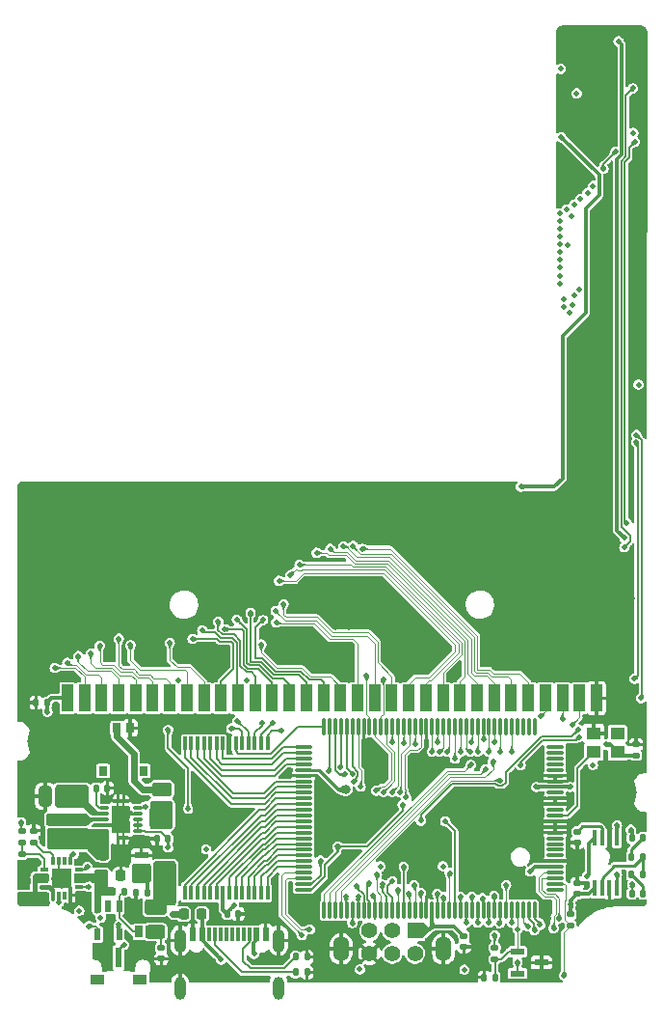
<source format=gbr>
%TF.GenerationSoftware,KiCad,Pcbnew,7.0.1*%
%TF.CreationDate,2024-09-27T15:08:14-07:00*%
%TF.ProjectId,agbc,61676263-2e6b-4696-9361-645f70636258,02*%
%TF.SameCoordinates,Original*%
%TF.FileFunction,Copper,L1,Top*%
%TF.FilePolarity,Positive*%
%FSLAX46Y46*%
G04 Gerber Fmt 4.6, Leading zero omitted, Abs format (unit mm)*
G04 Created by KiCad (PCBNEW 7.0.1) date 2024-09-27 15:08:14*
%MOMM*%
%LPD*%
G01*
G04 APERTURE LIST*
G04 Aperture macros list*
%AMRoundRect*
0 Rectangle with rounded corners*
0 $1 Rounding radius*
0 $2 $3 $4 $5 $6 $7 $8 $9 X,Y pos of 4 corners*
0 Add a 4 corners polygon primitive as box body*
4,1,4,$2,$3,$4,$5,$6,$7,$8,$9,$2,$3,0*
0 Add four circle primitives for the rounded corners*
1,1,$1+$1,$2,$3*
1,1,$1+$1,$4,$5*
1,1,$1+$1,$6,$7*
1,1,$1+$1,$8,$9*
0 Add four rect primitives between the rounded corners*
20,1,$1+$1,$2,$3,$4,$5,0*
20,1,$1+$1,$4,$5,$6,$7,0*
20,1,$1+$1,$6,$7,$8,$9,0*
20,1,$1+$1,$8,$9,$2,$3,0*%
G04 Aperture macros list end*
%TA.AperFunction,SMDPad,CuDef*%
%ADD10RoundRect,0.140000X0.140000X0.170000X-0.140000X0.170000X-0.140000X-0.170000X0.140000X-0.170000X0*%
%TD*%
%TA.AperFunction,SMDPad,CuDef*%
%ADD11R,0.450000X1.400000*%
%TD*%
%TA.AperFunction,SMDPad,CuDef*%
%ADD12RoundRect,0.135000X0.185000X-0.135000X0.185000X0.135000X-0.185000X0.135000X-0.185000X-0.135000X0*%
%TD*%
%TA.AperFunction,SMDPad,CuDef*%
%ADD13R,1.250000X0.600000*%
%TD*%
%TA.AperFunction,SMDPad,CuDef*%
%ADD14RoundRect,0.225000X-0.225000X-0.250000X0.225000X-0.250000X0.225000X0.250000X-0.225000X0.250000X0*%
%TD*%
%TA.AperFunction,SMDPad,CuDef*%
%ADD15RoundRect,0.140000X-0.140000X-0.170000X0.140000X-0.170000X0.140000X0.170000X-0.140000X0.170000X0*%
%TD*%
%TA.AperFunction,SMDPad,CuDef*%
%ADD16RoundRect,0.135000X-0.185000X0.135000X-0.185000X-0.135000X0.185000X-0.135000X0.185000X0.135000X0*%
%TD*%
%TA.AperFunction,SMDPad,CuDef*%
%ADD17R,0.600000X1.150000*%
%TD*%
%TA.AperFunction,SMDPad,CuDef*%
%ADD18R,0.300000X1.150000*%
%TD*%
%TA.AperFunction,ComponentPad*%
%ADD19O,1.050000X2.100000*%
%TD*%
%TA.AperFunction,ComponentPad*%
%ADD20O,1.000000X2.000000*%
%TD*%
%TA.AperFunction,SMDPad,CuDef*%
%ADD21RoundRect,0.225000X0.250000X-0.225000X0.250000X0.225000X-0.250000X0.225000X-0.250000X-0.225000X0*%
%TD*%
%TA.AperFunction,SMDPad,CuDef*%
%ADD22RoundRect,0.218750X-0.218750X-0.256250X0.218750X-0.256250X0.218750X0.256250X-0.218750X0.256250X0*%
%TD*%
%TA.AperFunction,SMDPad,CuDef*%
%ADD23RoundRect,0.140000X0.170000X-0.140000X0.170000X0.140000X-0.170000X0.140000X-0.170000X-0.140000X0*%
%TD*%
%TA.AperFunction,SMDPad,CuDef*%
%ADD24RoundRect,0.135000X0.135000X0.185000X-0.135000X0.185000X-0.135000X-0.185000X0.135000X-0.185000X0*%
%TD*%
%TA.AperFunction,SMDPad,CuDef*%
%ADD25RoundRect,0.250000X0.325000X0.650000X-0.325000X0.650000X-0.325000X-0.650000X0.325000X-0.650000X0*%
%TD*%
%TA.AperFunction,SMDPad,CuDef*%
%ADD26RoundRect,0.225000X0.225000X0.250000X-0.225000X0.250000X-0.225000X-0.250000X0.225000X-0.250000X0*%
%TD*%
%TA.AperFunction,SMDPad,CuDef*%
%ADD27R,3.400000X1.000000*%
%TD*%
%TA.AperFunction,SMDPad,CuDef*%
%ADD28R,0.650000X1.100000*%
%TD*%
%TA.AperFunction,SMDPad,CuDef*%
%ADD29R,0.750000X1.800000*%
%TD*%
%TA.AperFunction,SMDPad,CuDef*%
%ADD30R,0.600000X1.800000*%
%TD*%
%TA.AperFunction,SMDPad,CuDef*%
%ADD31R,1.300000X0.900000*%
%TD*%
%TA.AperFunction,ComponentPad*%
%ADD32C,3.500000*%
%TD*%
%TA.AperFunction,SMDPad,CuDef*%
%ADD33R,1.300000X1.100000*%
%TD*%
%TA.AperFunction,SMDPad,CuDef*%
%ADD34R,0.300000X1.206500*%
%TD*%
%TA.AperFunction,SMDPad,CuDef*%
%ADD35R,0.800000X0.300000*%
%TD*%
%TA.AperFunction,SMDPad,CuDef*%
%ADD36R,0.300000X0.800000*%
%TD*%
%TA.AperFunction,ComponentPad*%
%ADD37C,0.500000*%
%TD*%
%TA.AperFunction,SMDPad,CuDef*%
%ADD38R,1.750000X1.750000*%
%TD*%
%TA.AperFunction,SMDPad,CuDef*%
%ADD39R,0.550000X1.050000*%
%TD*%
%TA.AperFunction,SMDPad,CuDef*%
%ADD40RoundRect,0.140000X-0.170000X0.140000X-0.170000X-0.140000X0.170000X-0.140000X0.170000X0.140000X0*%
%TD*%
%TA.AperFunction,SMDPad,CuDef*%
%ADD41R,0.280000X0.280000*%
%TD*%
%TA.AperFunction,SMDPad,CuDef*%
%ADD42O,0.850000X0.280000*%
%TD*%
%TA.AperFunction,ComponentPad*%
%ADD43C,0.600000*%
%TD*%
%TA.AperFunction,SMDPad,CuDef*%
%ADD44R,0.680000X1.050000*%
%TD*%
%TA.AperFunction,SMDPad,CuDef*%
%ADD45R,0.260000X0.500000*%
%TD*%
%TA.AperFunction,SMDPad,CuDef*%
%ADD46R,0.280000X0.700000*%
%TD*%
%TA.AperFunction,SMDPad,CuDef*%
%ADD47R,1.650000X2.400000*%
%TD*%
%TA.AperFunction,SMDPad,CuDef*%
%ADD48R,1.000000X2.400000*%
%TD*%
%TA.AperFunction,SMDPad,CuDef*%
%ADD49R,0.700000X0.900000*%
%TD*%
%TA.AperFunction,SMDPad,CuDef*%
%ADD50R,0.750000X0.900000*%
%TD*%
%TA.AperFunction,SMDPad,CuDef*%
%ADD51RoundRect,0.075000X0.075000X-0.675000X0.075000X0.675000X-0.075000X0.675000X-0.075000X-0.675000X0*%
%TD*%
%TA.AperFunction,SMDPad,CuDef*%
%ADD52RoundRect,0.075000X0.675000X-0.075000X0.675000X0.075000X-0.675000X0.075000X-0.675000X-0.075000X0*%
%TD*%
%TA.AperFunction,SMDPad,CuDef*%
%ADD53RoundRect,0.135000X-0.135000X-0.185000X0.135000X-0.185000X0.135000X0.185000X-0.135000X0.185000X0*%
%TD*%
%TA.AperFunction,SMDPad,CuDef*%
%ADD54RoundRect,0.250000X-0.625000X0.375000X-0.625000X-0.375000X0.625000X-0.375000X0.625000X0.375000X0*%
%TD*%
%TA.AperFunction,ComponentPad*%
%ADD55R,1.400000X1.400000*%
%TD*%
%TA.AperFunction,ComponentPad*%
%ADD56C,1.400000*%
%TD*%
%TA.AperFunction,ComponentPad*%
%ADD57O,1.400000X2.200000*%
%TD*%
%TA.AperFunction,ViaPad*%
%ADD58C,0.500000*%
%TD*%
%TA.AperFunction,ViaPad*%
%ADD59C,0.800000*%
%TD*%
%TA.AperFunction,Conductor*%
%ADD60C,0.300000*%
%TD*%
%TA.AperFunction,Conductor*%
%ADD61C,0.200000*%
%TD*%
%TA.AperFunction,Conductor*%
%ADD62C,0.125000*%
%TD*%
%TA.AperFunction,Conductor*%
%ADD63C,0.250000*%
%TD*%
%TA.AperFunction,Conductor*%
%ADD64C,0.150000*%
%TD*%
%TA.AperFunction,Conductor*%
%ADD65C,0.600000*%
%TD*%
G04 APERTURE END LIST*
D10*
%TO.P,C7,1*%
%TO.N,VDD5*%
X110860000Y-107800000D03*
%TO.P,C7,2*%
%TO.N,GNDPWR*%
X109900000Y-107800000D03*
%TD*%
D11*
%TO.P,U8,1,VDD*%
%TO.N,VDD5*%
X158975000Y-124050000D03*
%TO.P,U8,2,-VIN*%
%TO.N,Net-(U8--VIN)*%
X159625000Y-124050000D03*
%TO.P,U8,3,HP_SENSE*%
%TO.N,GNDPWR*%
X160275000Y-124050000D03*
%TO.P,U8,4,DC_VOI/~{SD}*%
%TO.N,VOLUME*%
X160925000Y-124050000D03*
%TO.P,U8,5,VO1*%
%TO.N,Net-(U8-VO1)*%
X160925000Y-119650000D03*
%TO.P,U8,6,GND*%
%TO.N,GNDPWR*%
X160275000Y-119650000D03*
%TO.P,U8,7,BYPASS*%
%TO.N,Net-(U8-BYPASS)*%
X159625000Y-119650000D03*
%TO.P,U8,8,VO2*%
%TO.N,/AGBC Audio/LSPK_N*%
X158975000Y-119650000D03*
%TD*%
D12*
%TO.P,R1,1*%
%TO.N,RESET*%
X150200000Y-130300000D03*
%TO.P,R1,2*%
%TO.N,VDD5*%
X150200000Y-129280000D03*
%TD*%
D13*
%TO.P,U6,1,GND*%
%TO.N,GNDPWR*%
X119150000Y-121200000D03*
%TO.P,U6,2,VOUT*%
%TO.N,VDD3*%
X119150000Y-123100000D03*
%TO.P,U6,3,VIN*%
%TO.N,VCC*%
X121250000Y-122150000D03*
%TD*%
D14*
%TO.P,C19,1*%
%TO.N,VCC*%
X115800000Y-121150000D03*
%TO.P,C19,2*%
%TO.N,GNDPWR*%
X117350000Y-121150000D03*
%TD*%
D15*
%TO.P,C20,1*%
%TO.N,Net-(U7-VAUX)*%
X115200000Y-115300000D03*
%TO.P,C20,2*%
%TO.N,GNDPWR*%
X116160000Y-115300000D03*
%TD*%
%TO.P,C11,1*%
%TO.N,VDD3*%
X126700000Y-126350000D03*
%TO.P,C11,2*%
%TO.N,GNDPWR*%
X127660000Y-126350000D03*
%TD*%
D16*
%TO.P,R6,1*%
%TO.N,Net-(U4-TS)*%
X108650000Y-121100000D03*
%TO.P,R6,2*%
%TO.N,GNDPWR*%
X108650000Y-122120000D03*
%TD*%
D17*
%TO.P,J5,A1_B12,GND*%
%TO.N,GNDPWR*%
X123680000Y-128095000D03*
%TO.P,J5,A4_B9,VBUS*%
%TO.N,Net-(F2-Pad2)*%
X124480000Y-128095000D03*
D18*
%TO.P,J5,A5,CC1*%
%TO.N,Net-(J5-CC1)*%
X125630000Y-128095000D03*
%TO.P,J5,A6,DP1*%
%TO.N,unconnected-(J5-DP1-PadA6)*%
X126630000Y-128095000D03*
%TO.P,J5,A7,DN1*%
%TO.N,unconnected-(J5-DN1-PadA7)*%
X127130000Y-128095000D03*
%TO.P,J5,A8,SBU1*%
%TO.N,unconnected-(J5-SBU1-PadA8)*%
X128130000Y-128095000D03*
D17*
%TO.P,J5,B1_A12,GND*%
%TO.N,GNDPWR*%
X130080000Y-128095000D03*
%TO.P,J5,B4_A9,VBUS*%
%TO.N,Net-(F2-Pad2)*%
X129280000Y-128095000D03*
D18*
%TO.P,J5,B5,CC2*%
%TO.N,Net-(J5-CC2)*%
X128630000Y-128095000D03*
%TO.P,J5,B6,DP2*%
%TO.N,unconnected-(J5-DP2-PadB6)*%
X127630000Y-128095000D03*
%TO.P,J5,B7,DN2*%
%TO.N,unconnected-(J5-DN2-PadB7)*%
X126130000Y-128095000D03*
%TO.P,J5,B8,SBU2*%
%TO.N,unconnected-(J5-SBU2-PadB8)*%
X125130000Y-128095000D03*
D19*
%TO.P,J5,S1,SHELL_GND*%
%TO.N,GNDPWR*%
X122560000Y-128670000D03*
D20*
%TO.P,J5,S2,SHELL_GND*%
X122560000Y-132850000D03*
%TO.P,J5,S3,SHELL_GND*%
X131200000Y-132850000D03*
D19*
%TO.P,J5,S4,SHELL_GND*%
X131200000Y-128670000D03*
%TD*%
D21*
%TO.P,C14,1*%
%TO.N,Net-(U4-BAT_1)*%
X108900000Y-125025000D03*
%TO.P,C14,2*%
%TO.N,GNDPWR*%
X108900000Y-123475000D03*
%TD*%
D22*
%TO.P,F2,1*%
%TO.N,Net-(U4-IN)*%
X122875000Y-126350000D03*
%TO.P,F2,2*%
%TO.N,Net-(F2-Pad2)*%
X124450000Y-126350000D03*
%TD*%
D23*
%TO.P,C15,1*%
%TO.N,GNDPWR*%
X120900000Y-130260000D03*
%TO.P,C15,2*%
%TO.N,SW_VCC*%
X120900000Y-129300000D03*
%TD*%
D24*
%TO.P,R14,1*%
%TO.N,Net-(U8--VIN)*%
X163225000Y-122900000D03*
%TO.P,R14,2*%
%TO.N,Net-(C24-Pad1)*%
X162205000Y-122900000D03*
%TD*%
D25*
%TO.P,C21,1*%
%TO.N,VDD5*%
X113650000Y-116000000D03*
%TO.P,C21,2*%
%TO.N,GNDPWR*%
X110700000Y-116000000D03*
%TD*%
D26*
%TO.P,C13,1*%
%TO.N,GNDPWR*%
X117350000Y-122950000D03*
%TO.P,C13,2*%
%TO.N,SW_VCC*%
X115800000Y-122950000D03*
%TD*%
D12*
%TO.P,R7,1*%
%TO.N,Net-(U4-ISET)*%
X109700000Y-120050000D03*
%TO.P,R7,2*%
%TO.N,GNDPWR*%
X109700000Y-119030000D03*
%TD*%
D10*
%TO.P,C23,1*%
%TO.N,Net-(C23-Pad1)*%
X163225000Y-119675000D03*
%TO.P,C23,2*%
%TO.N,/AGBC Audio/R_IN*%
X162265000Y-119675000D03*
%TD*%
D27*
%TO.P,L1,1*%
%TO.N,VCC*%
X112650000Y-120150000D03*
%TO.P,L1,2*%
%TO.N,Net-(U7-L)*%
X112650000Y-118050000D03*
%TD*%
D23*
%TO.P,C5,1*%
%TO.N,VDD3*%
X162625000Y-112435000D03*
%TO.P,C5,2*%
%TO.N,GNDPWR*%
X162625000Y-111475000D03*
%TD*%
D12*
%TO.P,R3,1*%
%TO.N,SCK*%
X156875000Y-127385000D03*
%TO.P,R3,2*%
%TO.N,VDD5*%
X156875000Y-126365000D03*
%TD*%
D28*
%TO.P,Q1,1*%
%TO.N,/Charging & power path/Q2_GATE*%
X118940000Y-127900000D03*
%TO.P,Q1,2*%
%TO.N,SW_VCC*%
X120860000Y-127900000D03*
%TO.P,Q1,3*%
%TO.N,VCC*%
X119900000Y-125800000D03*
%TD*%
D13*
%TO.P,U1,1,~{RESET}*%
%TO.N,RESET*%
X152200000Y-129650000D03*
%TO.P,U1,2,VDD*%
%TO.N,VDD5*%
X152200000Y-131550000D03*
%TO.P,U1,3,GND*%
%TO.N,GNDPWR*%
X154300000Y-130600000D03*
%TD*%
D23*
%TO.P,C22,1*%
%TO.N,GNDPWR*%
X157450000Y-120060000D03*
%TO.P,C22,2*%
%TO.N,Net-(U8-BYPASS)*%
X157450000Y-119100000D03*
%TD*%
D29*
%TO.P,S1,1*%
%TO.N,GNDPWR*%
X115925000Y-130150000D03*
D30*
%TO.P,S1,2*%
%TO.N,Net-(U5-IN)*%
X117150000Y-130150000D03*
D29*
%TO.P,S1,3*%
%TO.N,GNDPWR*%
X118375000Y-130150000D03*
D31*
%TO.P,S1,S1,SHIELD*%
%TO.N,Net-(S1-SHIELD-PadS1)*%
X115300000Y-132100000D03*
%TO.P,S1,S2,SHIELD*%
X119000000Y-132100000D03*
%TD*%
D24*
%TO.P,R13,1*%
%TO.N,Net-(U8--VIN)*%
X163220000Y-121325000D03*
%TO.P,R13,2*%
%TO.N,Net-(C23-Pad1)*%
X162200000Y-121325000D03*
%TD*%
D32*
%TO.P,REF\u002A\u002A,1*%
%TO.N,GNDPWR*%
X160900000Y-115700000D03*
%TD*%
D33*
%TO.P,X1,1,Vctrl*%
%TO.N,unconnected-(X1-Vctrl-Pad1)*%
X160975000Y-110500000D03*
%TO.P,X1,2,GND*%
%TO.N,GNDPWR*%
X158875000Y-110500000D03*
%TO.P,X1,3,RFout*%
%TO.N,Net-(U2-CK1)*%
X158875000Y-112150000D03*
%TO.P,X1,4,VDD*%
%TO.N,VDD3*%
X160975000Y-112150000D03*
%TD*%
D34*
%TO.P,U3,1,\u002AOE*%
%TO.N,/MRD*%
X122967800Y-124500000D03*
%TO.P,U3,2,A11*%
%TO.N,/MA11*%
X123526600Y-124500000D03*
%TO.P,U3,3,A9*%
%TO.N,/MA9*%
X124085400Y-124500000D03*
%TO.P,U3,4,A8*%
%TO.N,/MA8*%
X124644200Y-124500000D03*
%TO.P,U3,5,A13*%
%TO.N,/RA0*%
X125203000Y-124500000D03*
%TO.P,U3,6,\u002AWE*%
%TO.N,/MWR*%
X125761800Y-124500000D03*
%TO.P,U3,7,VCC*%
%TO.N,VDD3*%
X126320600Y-124500000D03*
%TO.P,U3,8,A14*%
%TO.N,/RA1*%
X126879400Y-124500000D03*
%TO.P,U3,9,A12*%
%TO.N,/MA12*%
X127438200Y-124500000D03*
%TO.P,U3,10,A7*%
%TO.N,/MA7*%
X127997000Y-124500000D03*
%TO.P,U3,11,A6*%
%TO.N,/MA6*%
X128555800Y-124500000D03*
%TO.P,U3,12,A5*%
%TO.N,/MA5*%
X129114600Y-124500000D03*
%TO.P,U3,13,A4*%
%TO.N,/MA4*%
X129673400Y-124500000D03*
%TO.P,U3,14,A3*%
%TO.N,/MA3*%
X130232200Y-124500000D03*
%TO.P,U3,15,A2*%
%TO.N,/MA2*%
X130232200Y-111380900D03*
%TO.P,U3,16,A1*%
%TO.N,/MA1*%
X129673400Y-111380900D03*
%TO.P,U3,17,A0*%
%TO.N,/MA0*%
X129114600Y-111380900D03*
%TO.P,U3,18,DQ0*%
%TO.N,/MD0*%
X128555800Y-111380900D03*
%TO.P,U3,19,DQ1*%
%TO.N,/MD1*%
X127997000Y-111380900D03*
%TO.P,U3,20,DQ2*%
%TO.N,/MD2*%
X127438200Y-111380900D03*
%TO.P,U3,21,VSS*%
%TO.N,GNDPWR*%
X126879400Y-111380900D03*
%TO.P,U3,22,DQ3*%
%TO.N,/MD3*%
X126320600Y-111380900D03*
%TO.P,U3,23,DQ4*%
%TO.N,/MD4*%
X125761800Y-111380900D03*
%TO.P,U3,24,DQ5*%
%TO.N,/MD5*%
X125203000Y-111380900D03*
%TO.P,U3,25,DQ6*%
%TO.N,/MD6*%
X124644200Y-111380900D03*
%TO.P,U3,26,DQ7*%
%TO.N,/MD7*%
X124085400Y-111380900D03*
%TO.P,U3,27,\u002ACE*%
%TO.N,/CS1*%
X123526600Y-111380900D03*
%TO.P,U3,28,A10*%
%TO.N,/MA10*%
X122967800Y-111380900D03*
%TD*%
D35*
%TO.P,U4,1,TS*%
%TO.N,Net-(U4-TS)*%
X110650000Y-122450000D03*
%TO.P,U4,2,BAT_1*%
%TO.N,Net-(U4-BAT_1)*%
X110650000Y-122950000D03*
%TO.P,U4,3,BAT_2*%
X110650000Y-123450000D03*
%TO.P,U4,4,~{CE}*%
%TO.N,GNDPWR*%
X110650000Y-123950000D03*
D36*
%TO.P,U4,5,EN2*%
X111400000Y-124700000D03*
%TO.P,U4,6,EN1*%
%TO.N,SW_VCC*%
X111900000Y-124700000D03*
%TO.P,U4,7,~{PGOOD}*%
%TO.N,unconnected-(U4-~{PGOOD}-Pad7)*%
X112400000Y-124700000D03*
%TO.P,U4,8,VSS*%
%TO.N,GNDPWR*%
X112900000Y-124700000D03*
D35*
%TO.P,U4,9,~{CHG}*%
%TO.N,CHG_LED*%
X113650000Y-123950000D03*
%TO.P,U4,10,OUT_1*%
%TO.N,SW_VCC*%
X113650000Y-123450000D03*
%TO.P,U4,11,OUT_2*%
X113650000Y-122950000D03*
%TO.P,U4,12,ILIM*%
%TO.N,Net-(U4-ILIM)*%
X113650000Y-122450000D03*
D36*
%TO.P,U4,13,IN*%
%TO.N,Net-(U4-IN)*%
X112900000Y-121700000D03*
%TO.P,U4,14,TMR*%
%TO.N,unconnected-(U4-TMR-Pad14)*%
X112400000Y-121700000D03*
%TO.P,U4,15,TD*%
%TO.N,GNDPWR*%
X111900000Y-121700000D03*
%TO.P,U4,16,ISET*%
%TO.N,Net-(U4-ISET)*%
X111400000Y-121700000D03*
D37*
%TO.P,U4,17,EP*%
%TO.N,GNDPWR*%
X111750000Y-122800000D03*
X111750000Y-123600000D03*
D38*
X112150000Y-123200000D03*
D37*
X112550000Y-122800000D03*
X112550000Y-123600000D03*
%TD*%
D10*
%TO.P,C17,1*%
%TO.N,VCC*%
X121500000Y-119750000D03*
%TO.P,C17,2*%
%TO.N,GNDPWR*%
X120540000Y-119750000D03*
%TD*%
D32*
%TO.P,REF\u002A\u002A,1*%
%TO.N,GNDPWR*%
X110900000Y-111200000D03*
%TD*%
D39*
%TO.P,U5,1,IN*%
%TO.N,Net-(U5-IN)*%
X115300000Y-128125000D03*
%TO.P,U5,2,GND*%
%TO.N,GNDPWR*%
X116250000Y-128125000D03*
%TO.P,U5,3,CLEAR*%
%TO.N,Net-(U5-CLEAR)*%
X117200000Y-128125000D03*
%TO.P,U5,4,~{OUT}*%
%TO.N,/Charging & power path/Q2_GATE*%
X117200000Y-125625000D03*
%TO.P,U5,5,OUT*%
%TO.N,unconnected-(U5-OUT-Pad5)*%
X116250000Y-125625000D03*
%TO.P,U5,6,VCC*%
%TO.N,SW_VCC*%
X115300000Y-125625000D03*
%TD*%
D40*
%TO.P,C8,1*%
%TO.N,VDD5*%
X147500000Y-128250000D03*
%TO.P,C8,2*%
%TO.N,GNDPWR*%
X147500000Y-129210000D03*
%TD*%
D41*
%TO.P,U7,1,VAUX*%
%TO.N,Net-(U7-VAUX)*%
X115590000Y-117050000D03*
D42*
X115875000Y-117050000D03*
D41*
%TO.P,U7,2,VOUT*%
%TO.N,VDD5*%
X115590000Y-117550000D03*
D42*
X115875000Y-117550000D03*
D41*
%TO.P,U7,3,L*%
%TO.N,Net-(U7-L)*%
X115590000Y-118050000D03*
D42*
X115875000Y-118050000D03*
D41*
%TO.P,U7,4,PGND*%
%TO.N,GNDPWR*%
X115590000Y-118550000D03*
D42*
X115875000Y-118550000D03*
D41*
%TO.P,U7,5,VIN*%
%TO.N,VCC*%
X115590000Y-119050000D03*
D42*
X115875000Y-119050000D03*
%TO.P,U7,6,EN*%
X118825000Y-119050000D03*
D41*
X119110000Y-119050000D03*
D42*
%TO.P,U7,7,UVLO*%
X118825000Y-118550000D03*
D41*
X119110000Y-118550000D03*
D42*
%TO.P,U7,8,PS*%
X118825000Y-118050000D03*
D41*
X119110000Y-118050000D03*
D42*
%TO.P,U7,9,GND*%
%TO.N,GNDPWR*%
X118825000Y-117550000D03*
D41*
X119110000Y-117550000D03*
D42*
%TO.P,U7,10,FB*%
%TO.N,VDD5*%
X118825000Y-117050000D03*
D41*
X119110000Y-117050000D03*
D43*
%TO.P,U7,11,PAD*%
%TO.N,GNDPWR*%
X116850000Y-117300000D03*
X116850000Y-118800000D03*
D44*
X116900000Y-117415000D03*
X116900000Y-118685000D03*
D45*
X117100000Y-116420000D03*
D46*
X117100000Y-116500000D03*
X117100000Y-119600000D03*
D45*
X117100000Y-119680000D03*
D43*
X117350000Y-118050000D03*
D47*
X117350000Y-118050000D03*
D45*
X117600000Y-116420000D03*
D46*
X117600000Y-116500000D03*
X117600000Y-119600000D03*
D45*
X117600000Y-119680000D03*
D44*
X117800000Y-117415000D03*
X117800000Y-118685000D03*
D43*
X117850000Y-117300000D03*
X117850000Y-118800000D03*
%TD*%
D48*
%TO.P,J2,1,VCC*%
%TO.N,VDD5*%
X112650000Y-107400000D03*
%TO.P,J2,2,PHI*%
%TO.N,Net-(J2-PHI)*%
X114150000Y-107400000D03*
%TO.P,J2,3,~{WR}*%
%TO.N,/CRT_WR*%
X115650000Y-107400000D03*
%TO.P,J2,4,~{RD}*%
%TO.N,/CRT_RD*%
X117150000Y-107400000D03*
%TO.P,J2,5,~{CS}*%
%TO.N,/CRT_CS*%
X118650000Y-107400000D03*
%TO.P,J2,6,A0*%
%TO.N,/CRT_A0*%
X120150000Y-107400000D03*
%TO.P,J2,7,A1*%
%TO.N,/CRT_A1*%
X121650000Y-107400000D03*
%TO.P,J2,8,A2*%
%TO.N,/CRT_A2*%
X123150000Y-107400000D03*
%TO.P,J2,9,A3*%
%TO.N,/CRT_A3*%
X124650000Y-107400000D03*
%TO.P,J2,10,A4*%
%TO.N,/CRT_A4*%
X126150000Y-107400000D03*
%TO.P,J2,11,A5*%
%TO.N,/CRT_A5*%
X127650000Y-107400000D03*
%TO.P,J2,12,A6*%
%TO.N,/CRT_A6*%
X129150000Y-107400000D03*
%TO.P,J2,13,A7*%
%TO.N,/CRT_A7*%
X130650000Y-107400000D03*
%TO.P,J2,14,A8*%
%TO.N,/CRT_A8*%
X132150000Y-107400000D03*
%TO.P,J2,15,A9*%
%TO.N,/CRT_A9*%
X133650000Y-107400000D03*
%TO.P,J2,16,A10*%
%TO.N,/CRT_A10*%
X135150000Y-107400000D03*
%TO.P,J2,17,A11*%
%TO.N,/CRT_A11*%
X136650000Y-107400000D03*
%TO.P,J2,18,A12*%
%TO.N,/CRT_A12*%
X138150000Y-107400000D03*
%TO.P,J2,19,A13*%
%TO.N,/CRT_A13*%
X139650000Y-107400000D03*
%TO.P,J2,20,A14*%
%TO.N,/CRT_A14*%
X141150000Y-107400000D03*
%TO.P,J2,21,A15*%
%TO.N,/CRT_A15*%
X142650000Y-107400000D03*
%TO.P,J2,22,D0*%
%TO.N,/CRT_D0*%
X144150000Y-107400000D03*
%TO.P,J2,23,D1*%
%TO.N,/CRT_D1*%
X145650000Y-107400000D03*
%TO.P,J2,24,D2*%
%TO.N,/CRT_D2*%
X147150000Y-107400000D03*
%TO.P,J2,25,D3*%
%TO.N,/CRT_D3*%
X148650000Y-107400000D03*
%TO.P,J2,26,D4*%
%TO.N,/CRT_D4*%
X150150000Y-107400000D03*
%TO.P,J2,27,D5*%
%TO.N,/CRT_D5*%
X151650000Y-107400000D03*
%TO.P,J2,28,D6*%
%TO.N,/CRT_D6*%
X153150000Y-107400000D03*
%TO.P,J2,29,D7*%
%TO.N,/CRT_D7*%
X154650000Y-107400000D03*
%TO.P,J2,30,~{RES}*%
%TO.N,RESET*%
X156150000Y-107400000D03*
%TO.P,J2,31,VIN*%
%TO.N,/CRT_VIN*%
X157650000Y-107400000D03*
%TO.P,J2,32,GND*%
%TO.N,GNDPWR*%
X159150000Y-107400000D03*
%TD*%
D49*
%TO.P,J4,1,1*%
%TO.N,Net-(F1-Pad1)*%
X116975000Y-110025000D03*
%TO.P,J4,2,2*%
%TO.N,GNDPWR*%
X118175000Y-110025000D03*
D50*
%TO.P,J4,3*%
%TO.N,N/C*%
X115800000Y-113775000D03*
%TO.P,J4,4*%
X119350000Y-113775000D03*
%TD*%
D24*
%TO.P,R8,1*%
%TO.N,GNDPWR*%
X133710000Y-130100000D03*
%TO.P,R8,2*%
%TO.N,Net-(J5-CC2)*%
X132690000Y-130100000D03*
%TD*%
%TO.P,R11,1*%
%TO.N,GNDPWR*%
X133710000Y-131450000D03*
%TO.P,R11,2*%
%TO.N,Net-(J5-CC1)*%
X132690000Y-131450000D03*
%TD*%
D51*
%TO.P,U2,1,P00*%
%TO.N,/RIGHT*%
X135200000Y-126000000D03*
%TO.P,U2,2,P03*%
%TO.N,/DOWN*%
X135700000Y-126000000D03*
%TO.P,U2,3,P02*%
%TO.N,/UP*%
X136200000Y-126000000D03*
%TO.P,U2,4,P01*%
%TO.N,/LEFT*%
X136700000Y-126000000D03*
%TO.P,U2,5,PHI*%
%TO.N,Net-(J2-PHI)*%
X137200000Y-126000000D03*
%TO.P,U2,6,~{WR}*%
%TO.N,/CPU_WR*%
X137700000Y-126000000D03*
%TO.P,U2,7,~{RD}*%
%TO.N,/CRT_RD*%
X138200000Y-126000000D03*
%TO.P,U2,8,~{CS}*%
%TO.N,/CRT_CS*%
X138700000Y-126000000D03*
%TO.P,U2,9,A0*%
%TO.N,/CRT_A0*%
X139200000Y-126000000D03*
%TO.P,U2,10,A1*%
%TO.N,/CRT_A1*%
X139700000Y-126000000D03*
%TO.P,U2,11,A2*%
%TO.N,/CRT_A2*%
X140200000Y-126000000D03*
%TO.P,U2,12,A3*%
%TO.N,/CRT_A3*%
X140700000Y-126000000D03*
%TO.P,U2,13,A4*%
%TO.N,/CRT_A4*%
X141200000Y-126000000D03*
%TO.P,U2,14,A5*%
%TO.N,/CRT_A5*%
X141700000Y-126000000D03*
%TO.P,U2,15,A6*%
%TO.N,/CRT_A6*%
X142200000Y-126000000D03*
%TO.P,U2,16,A7*%
%TO.N,/CRT_A7*%
X142700000Y-126000000D03*
%TO.P,U2,17,A8*%
%TO.N,/CRT_A8*%
X143200000Y-126000000D03*
%TO.P,U2,18,A9*%
%TO.N,/CRT_A9*%
X143700000Y-126000000D03*
%TO.P,U2,19,GND*%
%TO.N,GNDPWR*%
X144200000Y-126000000D03*
%TO.P,U2,20,VDD5*%
%TO.N,VDD5*%
X144700000Y-126000000D03*
%TO.P,U2,21,A10*%
%TO.N,/CRT_A10*%
X145200000Y-126000000D03*
%TO.P,U2,22,A11*%
%TO.N,/CRT_A11*%
X145700000Y-126000000D03*
%TO.P,U2,23,A12*%
%TO.N,/CRT_A12*%
X146200000Y-126000000D03*
%TO.P,U2,24,A13*%
%TO.N,/CRT_A13*%
X146700000Y-126000000D03*
%TO.P,U2,25,A14*%
%TO.N,/CRT_A14*%
X147200000Y-126000000D03*
%TO.P,U2,26,A15*%
%TO.N,/CRT_A15*%
X147700000Y-126000000D03*
%TO.P,U2,27,D0*%
%TO.N,/CRT_D0*%
X148200000Y-126000000D03*
%TO.P,U2,28,D1*%
%TO.N,/CRT_D1*%
X148700000Y-126000000D03*
%TO.P,U2,29,D2*%
%TO.N,/CRT_D2*%
X149200000Y-126000000D03*
%TO.P,U2,30,D3*%
%TO.N,/CRT_D3*%
X149700000Y-126000000D03*
%TO.P,U2,31,D4*%
%TO.N,/CRT_D4*%
X150200000Y-126000000D03*
%TO.P,U2,32,D5*%
%TO.N,/CRT_D5*%
X150700000Y-126000000D03*
%TO.P,U2,33,D6*%
%TO.N,/CRT_D6*%
X151200000Y-126000000D03*
%TO.P,U2,34,D7*%
%TO.N,/CRT_D7*%
X151700000Y-126000000D03*
%TO.P,U2,35,~{RES}*%
%TO.N,RESET*%
X152200000Y-126000000D03*
%TO.P,U2,36,VIN*%
%TO.N,/CRT_VIN*%
X152700000Y-126000000D03*
%TO.P,U2,37,SO1*%
%TO.N,/AGBC Audio/R_IN*%
X153200000Y-126000000D03*
%TO.P,U2,38,SO2*%
%TO.N,/AGBC Audio/L_IN*%
X153700000Y-126000000D03*
D52*
%TO.P,U2,39,NC*%
%TO.N,unconnected-(U2-NC-Pad39)*%
X155500000Y-124200000D03*
%TO.P,U2,40,SCK*%
%TO.N,SCK*%
X155500000Y-123700000D03*
%TO.P,U2,41,SIN*%
%TO.N,SIN*%
X155500000Y-123200000D03*
%TO.P,U2,42,SOUT*%
%TO.N,SOUT*%
X155500000Y-122700000D03*
%TO.P,U2,43,VDD5*%
%TO.N,VDD5*%
X155500000Y-122200000D03*
%TO.P,U2,44,GND*%
%TO.N,GNDPWR*%
X155500000Y-121700000D03*
%TO.P,U2,45,R0*%
%TO.N,unconnected-(U2-R0-Pad45)*%
X155500000Y-121200000D03*
%TO.P,U2,46,R1*%
%TO.N,unconnected-(U2-R1-Pad46)*%
X155500000Y-120700000D03*
%TO.P,U2,47,R2*%
%TO.N,unconnected-(U2-R2-Pad47)*%
X155500000Y-120200000D03*
%TO.P,U2,48,R3*%
%TO.N,unconnected-(U2-R3-Pad48)*%
X155500000Y-119700000D03*
%TO.P,U2,49,TEST0*%
%TO.N,GNDPWR*%
X155500000Y-119200000D03*
%TO.P,U2,50,TEST1*%
X155500000Y-118700000D03*
%TO.P,U2,51,TEST2*%
X155500000Y-118200000D03*
%TO.P,U2,52,CK1*%
%TO.N,Net-(U2-CK1)*%
X155500000Y-117700000D03*
%TO.P,U2,53,CK2*%
%TO.N,unconnected-(U2-CK2-Pad53)*%
X155500000Y-117200000D03*
%TO.P,U2,54,PSMO0*%
%TO.N,GNDPWR*%
X155500000Y-116700000D03*
%TO.P,U2,55,PSMO1*%
X155500000Y-116200000D03*
%TO.P,U2,56,M1*%
%TO.N,unconnected-(U2-M1-Pad56)*%
X155500000Y-115700000D03*
%TO.P,U2,57,NMI*%
%TO.N,VDD3*%
X155500000Y-115200000D03*
%TO.P,U2,58,~{MCS0}*%
%TO.N,GNDPWR*%
X155500000Y-114700000D03*
%TO.P,U2,59,~{MCS1}*%
X155500000Y-114200000D03*
%TO.P,U2,60,MD15*%
%TO.N,unconnected-(U2-MD15-Pad60)*%
X155500000Y-113700000D03*
%TO.P,U2,61,MD14*%
%TO.N,unconnected-(U2-MD14-Pad61)*%
X155500000Y-113200000D03*
%TO.P,U2,62,MD13*%
%TO.N,unconnected-(U2-MD13-Pad62)*%
X155500000Y-112700000D03*
%TO.P,U2,63,MD12*%
%TO.N,unconnected-(U2-MD12-Pad63)*%
X155500000Y-112200000D03*
%TO.P,U2,64,MD11*%
%TO.N,unconnected-(U2-MD11-Pad64)*%
X155500000Y-111700000D03*
D51*
%TO.P,U2,65,MD10*%
%TO.N,unconnected-(U2-MD10-Pad65)*%
X153700000Y-109900000D03*
%TO.P,U2,66,MD9*%
%TO.N,unconnected-(U2-MD9-Pad66)*%
X153200000Y-109900000D03*
%TO.P,U2,67,MD8*%
%TO.N,unconnected-(U2-MD8-Pad67)*%
X152700000Y-109900000D03*
%TO.P,U2,68,MOD*%
%TO.N,/MOD*%
X152200000Y-109900000D03*
%TO.P,U2,69,SPS*%
%TO.N,/SPS*%
X151700000Y-109900000D03*
%TO.P,U2,70,CLS*%
%TO.N,/CLS*%
X151200000Y-109900000D03*
%TO.P,U2,71,SPL*%
%TO.N,/SPL*%
X150700000Y-109900000D03*
%TO.P,U2,72,LDR0*%
%TO.N,/LDR0*%
X150200000Y-109900000D03*
%TO.P,U2,73,LDR1*%
%TO.N,/LDR1*%
X149700000Y-109900000D03*
%TO.P,U2,74,LDR2*%
%TO.N,/LDR2*%
X149200000Y-109900000D03*
%TO.P,U2,75,LDR3*%
%TO.N,/LDR3*%
X148700000Y-109900000D03*
%TO.P,U2,76,LDR4*%
%TO.N,/LDR4*%
X148200000Y-109900000D03*
%TO.P,U2,77,LDR5*%
%TO.N,/LDR5*%
X147700000Y-109900000D03*
%TO.P,U2,78,LDG0*%
%TO.N,/LDG0*%
X147200000Y-109900000D03*
%TO.P,U2,79,LDG1*%
%TO.N,/LDG1*%
X146700000Y-109900000D03*
%TO.P,U2,80,LDG2*%
%TO.N,/LDG2*%
X146200000Y-109900000D03*
%TO.P,U2,81,LDG3*%
%TO.N,/LDG3*%
X145700000Y-109900000D03*
%TO.P,U2,82,LDG4*%
%TO.N,/LDG4*%
X145200000Y-109900000D03*
%TO.P,U2,83,LDG5*%
%TO.N,/LDG5*%
X144700000Y-109900000D03*
%TO.P,U2,84,GND*%
%TO.N,GNDPWR*%
X144200000Y-109900000D03*
%TO.P,U2,85,VDD3*%
%TO.N,VDD3*%
X143700000Y-109900000D03*
%TO.P,U2,86,LDB0*%
%TO.N,/LDB0*%
X143200000Y-109900000D03*
%TO.P,U2,87,LDB1*%
%TO.N,/LDB1*%
X142700000Y-109900000D03*
%TO.P,U2,88,LDB2*%
%TO.N,/LDB2*%
X142200000Y-109900000D03*
%TO.P,U2,89,LDB3*%
%TO.N,/LDB3*%
X141700000Y-109900000D03*
%TO.P,U2,90,LDB4*%
%TO.N,/LDB4*%
X141200000Y-109900000D03*
%TO.P,U2,91,LDB5*%
%TO.N,/LDB5*%
X140700000Y-109900000D03*
%TO.P,U2,92,PS*%
%TO.N,/PS*%
X140200000Y-109900000D03*
%TO.P,U2,93,LP*%
%TO.N,/LP*%
X139700000Y-109900000D03*
%TO.P,U2,94,DCK*%
%TO.N,/DCK*%
X139200000Y-109900000D03*
%TO.P,U2,95,REVC*%
%TO.N,GNDPWR*%
X138700000Y-109900000D03*
%TO.P,U2,96,R4*%
%TO.N,R4*%
X138200000Y-109900000D03*
%TO.P,U2,97,MA2*%
%TO.N,/MA2*%
X137700000Y-109900000D03*
%TO.P,U2,98,MA1*%
%TO.N,/MA1*%
X137200000Y-109900000D03*
%TO.P,U2,99,MA0*%
%TO.N,/MA0*%
X136700000Y-109900000D03*
%TO.P,U2,100,MD0*%
%TO.N,/MD0*%
X136200000Y-109900000D03*
%TO.P,U2,101,MD1*%
%TO.N,/MD1*%
X135700000Y-109900000D03*
%TO.P,U2,102,MD2*%
%TO.N,/MD2*%
X135200000Y-109900000D03*
D52*
%TO.P,U2,103,MD3*%
%TO.N,/MD3*%
X133400000Y-111700000D03*
%TO.P,U2,104,MD4*%
%TO.N,/MD4*%
X133400000Y-112200000D03*
%TO.P,U2,105,MD5*%
%TO.N,/MD5*%
X133400000Y-112700000D03*
%TO.P,U2,106,MD6*%
%TO.N,/MD6*%
X133400000Y-113200000D03*
%TO.P,U2,107,VDD3*%
%TO.N,VDD3*%
X133400000Y-113700000D03*
%TO.P,U2,108,GND*%
%TO.N,GNDPWR*%
X133400000Y-114200000D03*
%TO.P,U2,109,MD7*%
%TO.N,/MD7*%
X133400000Y-114700000D03*
%TO.P,U2,110,~{CS1}*%
%TO.N,/CS1*%
X133400000Y-115200000D03*
%TO.P,U2,111,MA10*%
%TO.N,/MA10*%
X133400000Y-115700000D03*
%TO.P,U2,112,~{MRD}*%
%TO.N,/MRD*%
X133400000Y-116200000D03*
%TO.P,U2,113,MA11*%
%TO.N,/MA11*%
X133400000Y-116700000D03*
%TO.P,U2,114,MA9*%
%TO.N,/MA9*%
X133400000Y-117200000D03*
%TO.P,U2,115,MA8*%
%TO.N,/MA8*%
X133400000Y-117700000D03*
%TO.P,U2,116,RA0*%
%TO.N,/RA0*%
X133400000Y-118200000D03*
%TO.P,U2,117,~{MWR}*%
%TO.N,/MWR*%
X133400000Y-118700000D03*
%TO.P,U2,118,RA1*%
%TO.N,/RA1*%
X133400000Y-119200000D03*
%TO.P,U2,119,MA12*%
%TO.N,/MA12*%
X133400000Y-119700000D03*
%TO.P,U2,120,MA7*%
%TO.N,/MA7*%
X133400000Y-120200000D03*
%TO.P,U2,121,MA6*%
%TO.N,/MA6*%
X133400000Y-120700000D03*
%TO.P,U2,122,MA5*%
%TO.N,/MA5*%
X133400000Y-121200000D03*
%TO.P,U2,123,MA4*%
%TO.N,/MA4*%
X133400000Y-121700000D03*
%TO.P,U2,124,MA3*%
%TO.N,/MA3*%
X133400000Y-122200000D03*
%TO.P,U2,125,P10*%
%TO.N,/A*%
X133400000Y-122700000D03*
%TO.P,U2,126,P11*%
%TO.N,/B*%
X133400000Y-123200000D03*
%TO.P,U2,127,P13*%
%TO.N,/START*%
X133400000Y-123700000D03*
%TO.P,U2,128,P12*%
%TO.N,/SEL*%
X133400000Y-124200000D03*
%TD*%
D10*
%TO.P,C24,1*%
%TO.N,Net-(C24-Pad1)*%
X163225000Y-124525000D03*
%TO.P,C24,2*%
%TO.N,/AGBC Audio/L_IN*%
X162265000Y-124525000D03*
%TD*%
D12*
%TO.P,R4,1*%
%TO.N,Net-(U4-TS)*%
X108650000Y-120050000D03*
%TO.P,R4,2*%
%TO.N,Net-(U4-IN)*%
X108650000Y-119030000D03*
%TD*%
D53*
%TO.P,R10,1*%
%TO.N,SW_VCC*%
X116600000Y-124350000D03*
%TO.P,R10,2*%
%TO.N,/Charging & power path/Q2_GATE*%
X117620000Y-124350000D03*
%TD*%
D54*
%TO.P,F1,1*%
%TO.N,Net-(F1-Pad1)*%
X120950000Y-115400000D03*
%TO.P,F1,2*%
%TO.N,Net-(U4-BAT_1)*%
X120950000Y-118200000D03*
%TD*%
D55*
%TO.P,J1,1,VDD*%
%TO.N,VDD5*%
X143200000Y-127800000D03*
D56*
%TO.P,J1,2,SO*%
%TO.N,Net-(J1-SO)*%
X143200000Y-129800000D03*
%TO.P,J1,3,SI*%
%TO.N,Net-(J1-SI)*%
X141200000Y-127800000D03*
%TO.P,J1,4,SD*%
%TO.N,Net-(J1-SD)*%
X141200000Y-129800000D03*
%TO.P,J1,5,SC*%
%TO.N,Net-(J1-SC)*%
X139200000Y-127800000D03*
%TO.P,J1,6,GND*%
%TO.N,GNDPWR*%
X139200000Y-129800000D03*
D57*
%TO.P,J1,SH*%
X145700000Y-129400000D03*
X136700000Y-129400000D03*
%TD*%
D40*
%TO.P,C25,1*%
%TO.N,GNDPWR*%
X157450000Y-123640000D03*
%TO.P,C25,2*%
%TO.N,VDD5*%
X157450000Y-124600000D03*
%TD*%
D10*
%TO.P,C18,1*%
%TO.N,VDD3*%
X119650000Y-124450000D03*
%TO.P,C18,2*%
%TO.N,GNDPWR*%
X118690000Y-124450000D03*
%TD*%
D15*
%TO.P,C1,1*%
%TO.N,GNDPWR*%
X149270000Y-131900000D03*
%TO.P,C1,2*%
%TO.N,RESET*%
X150230000Y-131900000D03*
%TD*%
D58*
%TO.N,VDD5*%
X110900000Y-108600000D03*
X112600000Y-115500000D03*
X112000000Y-116000000D03*
X162829500Y-79900000D03*
X153300000Y-122600000D03*
X112600000Y-116500000D03*
X158825000Y-113264500D03*
X157400000Y-54350000D03*
X144725000Y-127400000D03*
X156000000Y-52200000D03*
X119500000Y-116900000D03*
X162379500Y-57825000D03*
X156874414Y-125524414D03*
X150200000Y-128220498D03*
X152200000Y-130550000D03*
%TO.N,GNDPWR*%
X142300000Y-131075000D03*
X162150000Y-49800000D03*
D59*
X160900000Y-97500000D03*
D58*
X163100000Y-83250000D03*
D59*
X143900000Y-104600000D03*
D58*
X154500000Y-128250000D03*
X137750000Y-116250000D03*
X156850000Y-52450000D03*
X152850000Y-116950000D03*
D59*
X124500000Y-131350000D03*
X123250000Y-118900000D03*
D58*
X156050000Y-61050000D03*
X161675000Y-125300000D03*
X157050000Y-49800000D03*
X134600000Y-131450000D03*
D59*
X110450000Y-94500000D03*
D58*
X156800000Y-61050000D03*
X151350000Y-116000000D03*
X152475000Y-123575000D03*
X163000000Y-49800000D03*
X133800000Y-129200000D03*
X163100000Y-81400000D03*
X157050000Y-48950000D03*
D59*
X136200000Y-101000000D03*
D58*
X108600000Y-116950000D03*
X158650000Y-56950000D03*
X153850000Y-120850000D03*
X157450000Y-122000000D03*
X160600000Y-105300000D03*
X134900000Y-115650000D03*
D59*
X137350000Y-99850000D03*
D58*
X158600000Y-55100000D03*
X109400000Y-116950000D03*
D59*
X162050000Y-97500000D03*
D58*
X156200000Y-49800000D03*
X156800000Y-61800000D03*
X114050000Y-112450000D03*
D59*
X162100000Y-98650000D03*
D58*
X155300000Y-128250000D03*
X156950500Y-116450000D03*
X157450000Y-121232340D03*
X108600000Y-117600000D03*
X163000000Y-48950000D03*
X138450000Y-115850000D03*
D59*
X111600000Y-93350000D03*
D58*
X157000000Y-118200000D03*
X163250000Y-78650000D03*
X134550000Y-129200000D03*
D59*
X111650000Y-94500000D03*
D58*
X153850000Y-121600000D03*
X116396393Y-126679500D03*
X152850000Y-117700000D03*
X162000000Y-106800000D03*
X131764845Y-114236137D03*
X149350000Y-115900000D03*
X146800000Y-104700000D03*
D59*
X123300000Y-131350000D03*
X136200000Y-99850000D03*
D58*
X113300000Y-112450000D03*
X155300000Y-129100000D03*
X109400000Y-117600000D03*
X153650000Y-117700000D03*
X162825000Y-109150000D03*
X163150000Y-63600000D03*
X153650000Y-116950000D03*
X108600000Y-122700000D03*
D59*
X143900000Y-102100000D03*
D58*
X156050000Y-61800000D03*
D59*
X124200000Y-119850000D03*
X137400000Y-101000000D03*
X110450000Y-93350000D03*
D58*
X160500000Y-120800000D03*
X163100000Y-82300000D03*
X151950000Y-123025000D03*
X163150000Y-62150000D03*
X162000000Y-108350000D03*
X118700000Y-125450000D03*
X114150000Y-126850000D03*
X113300000Y-111650000D03*
X156200000Y-48950000D03*
X120400000Y-101600000D03*
X158600000Y-56000000D03*
X162150000Y-48950000D03*
X162000000Y-109150000D03*
X145100000Y-113100000D03*
X154500000Y-129100000D03*
X109200000Y-122700000D03*
D59*
X143900000Y-103350000D03*
X160900000Y-98650000D03*
D58*
X163150000Y-65150000D03*
X160900000Y-121300000D03*
X163150000Y-66650000D03*
X162825000Y-108350000D03*
X130800000Y-126100000D03*
%TO.N,VDD3*%
X118700000Y-122300000D03*
X142418447Y-116114242D03*
D59*
X137100000Y-115400000D03*
D58*
X119600000Y-122300000D03*
X156825000Y-115200000D03*
X160000000Y-111475000D03*
X127300000Y-125600000D03*
X153850000Y-115200000D03*
%TO.N,SW_VCC*%
X119850000Y-127650000D03*
X115350000Y-124350000D03*
X120200000Y-128150000D03*
X115900000Y-123850000D03*
X111900000Y-125350000D03*
X161600000Y-93350000D03*
X161075000Y-49775000D03*
%TO.N,/CRT_WR*%
X112650000Y-104288000D03*
%TO.N,/CRT_RD*%
X113600000Y-103700000D03*
X138200000Y-124850000D03*
%TO.N,/CRT_CS*%
X138095151Y-123854849D03*
X114704545Y-103472996D03*
%TO.N,/CRT_A0*%
X139200000Y-123650000D03*
X115500000Y-102800000D03*
%TO.N,/CRT_A1*%
X117176684Y-102173316D03*
X139474500Y-124750000D03*
%TO.N,/CRT_A2*%
X118200000Y-102750000D03*
X139851684Y-122898316D03*
%TO.N,/CRT_A3*%
X140313684Y-123750000D03*
X121650000Y-102550000D03*
%TO.N,/CRT_A4*%
X123650000Y-102200000D03*
X141200000Y-123450000D03*
%TO.N,/CRT_A5*%
X141700000Y-124200000D03*
X124500000Y-101450000D03*
%TO.N,/CRT_A6*%
X125910000Y-100700000D03*
X142200000Y-122200000D03*
%TO.N,/CRT_A7*%
X142674500Y-124550000D03*
X126500000Y-101350000D03*
%TO.N,/CRT_A8*%
X127550000Y-100500000D03*
X143136500Y-123800000D03*
%TO.N,/CRT_A9*%
X143700000Y-124500000D03*
X128750000Y-99950000D03*
%TO.N,/CRT_A10*%
X129850000Y-100550000D03*
X145150000Y-124550000D03*
%TO.N,/CRT_A11*%
X145720195Y-124861016D03*
X129700000Y-102700000D03*
%TO.N,/CRT_A12*%
X131000000Y-100750000D03*
X146243000Y-122750000D03*
%TO.N,/CRT_A13*%
X130950000Y-99750000D03*
X145850000Y-118200000D03*
%TO.N,/CRT_A14*%
X131650000Y-99150000D03*
X147178862Y-124821138D03*
%TO.N,/CRT_A15*%
X147700000Y-127100000D03*
X131250000Y-97100000D03*
%TO.N,/CRT_D0*%
X132250000Y-96600000D03*
X148200000Y-124800000D03*
%TO.N,/CRT_D1*%
X148700000Y-127100000D03*
X133050000Y-95700000D03*
%TO.N,/CRT_D2*%
X134550000Y-94650000D03*
X149124500Y-124945977D03*
%TO.N,/CRT_D3*%
X135750000Y-94300000D03*
X149700000Y-127100000D03*
%TO.N,/CRT_D4*%
X136900000Y-94100000D03*
X150162000Y-124750000D03*
%TO.N,/CRT_D5*%
X137750000Y-94050000D03*
X150624500Y-127150000D03*
%TO.N,/CRT_D6*%
X138600000Y-94300000D03*
X151200000Y-123800000D03*
%TO.N,/CRT_D7*%
X151700000Y-127100000D03*
X154259075Y-108986156D03*
%TO.N,RESET*%
X152200000Y-127700000D03*
X156150000Y-109250000D03*
%TO.N,/CRT_VIN*%
X153126992Y-127426992D03*
X157000000Y-109750000D03*
%TO.N,/CPU_WR*%
X137700000Y-127150000D03*
%TO.N,/MA2*%
X137850000Y-114708849D03*
X131500000Y-110250000D03*
%TO.N,/MA1*%
X130709705Y-109546196D03*
X137689477Y-114060523D03*
%TO.N,/MA0*%
X129730480Y-109569520D03*
X136653763Y-113496237D03*
%TO.N,/MD0*%
X127600000Y-109400000D03*
X137018956Y-114081044D03*
%TO.N,/MD1*%
X127050000Y-110050000D03*
X135607364Y-113792636D03*
%TO.N,CHG_LED*%
X161575000Y-94175000D03*
X114550000Y-123950000D03*
X162350000Y-53900000D03*
%TO.N,Net-(J2-PHI)*%
X137150000Y-124850000D03*
X111550000Y-104750000D03*
%TO.N,/SPS*%
X158825000Y-62475000D03*
X151700000Y-112100000D03*
%TO.N,/SPL*%
X150700000Y-112100000D03*
X158350000Y-63100000D03*
%TO.N,/LDR0*%
X157732486Y-63620500D03*
X150200000Y-111300000D03*
%TO.N,/LDR1*%
X149700000Y-112100000D03*
X157176374Y-64097443D03*
%TO.N,/LDR2*%
X156484501Y-64526010D03*
X149238000Y-111048606D03*
%TO.N,/LDR3*%
X156915968Y-65134032D03*
X148700000Y-112100000D03*
%TO.N,/LDR4*%
X148162000Y-111300000D03*
X155900000Y-64895964D03*
%TO.N,/LDR5*%
X155900000Y-65575467D03*
X148050498Y-112100500D03*
%TO.N,/LDG0*%
X147200000Y-112150000D03*
X155900000Y-66254970D03*
%TO.N,/LDG1*%
X155900000Y-66934473D03*
X146700000Y-112700000D03*
%TO.N,/LDG2*%
X146050000Y-112100000D03*
X156592921Y-67638000D03*
%TO.N,/LDG3*%
X145349502Y-112100500D03*
X155900000Y-67613976D03*
%TO.N,/LDG4*%
X155900000Y-68293479D03*
X145200000Y-111250000D03*
%TO.N,/LDG5*%
X144700000Y-112100000D03*
X155900000Y-68972982D03*
%TO.N,/LDB0*%
X143208000Y-111450000D03*
X155900000Y-69652485D03*
%TO.N,/LDB1*%
X155900000Y-70350000D03*
X141900000Y-115675000D03*
%TO.N,/LDB2*%
X155900000Y-71011491D03*
X142238000Y-111350000D03*
%TO.N,/LDB3*%
X157600000Y-71600000D03*
X141175127Y-115635287D03*
%TO.N,/LDB4*%
X157194259Y-72107176D03*
X141200000Y-111250000D03*
%TO.N,/LDB5*%
X157056200Y-72900000D03*
X140430177Y-115635287D03*
%TO.N,/PS*%
X156776200Y-73550000D03*
X140400000Y-105750000D03*
%TO.N,/LP*%
X156300000Y-73100000D03*
X139781142Y-115528412D03*
%TO.N,/DCK*%
X138950000Y-105450000D03*
X156300000Y-72400000D03*
%TO.N,/Screen controls/TOUCH*%
X159750000Y-60950000D03*
X160800000Y-59475000D03*
%TO.N,/SEL*%
X143725000Y-118150000D03*
X140150000Y-122150000D03*
X136400000Y-120400000D03*
X162475000Y-105700000D03*
X145650000Y-122150000D03*
X157570508Y-110176167D03*
X162652000Y-84974503D03*
X142105533Y-116744467D03*
%TO.N,/START*%
X124850000Y-120650000D03*
X134900000Y-121650000D03*
%TO.N,/B*%
X122428396Y-105867595D03*
X123250000Y-117100000D03*
X133950000Y-127700000D03*
X128390981Y-105881363D03*
X121500000Y-110200000D03*
%TO.N,/A*%
X133250000Y-128200000D03*
%TO.N,/LEFT*%
X150675000Y-114613908D03*
%TO.N,/UP*%
X150050000Y-112950000D03*
%TO.N,/DOWN*%
X162652000Y-84325000D03*
X149400000Y-113650000D03*
X163050000Y-107400000D03*
X152475500Y-113273316D03*
X157600000Y-110825000D03*
%TO.N,/RIGHT*%
X148100000Y-113250000D03*
%TO.N,/AGBC Audio/L_IN*%
X162275000Y-123750000D03*
X154190815Y-127295539D03*
%TO.N,/AGBC Audio/R_IN*%
X153691315Y-127748541D03*
X162150000Y-118950000D03*
%TO.N,/AGBC Audio/LSPK_N*%
X113700000Y-126050000D03*
X158297056Y-123036812D03*
%TO.N,VOLUME*%
X160950000Y-122900000D03*
%TO.N,SCK*%
X156300000Y-131725000D03*
%TO.N,R4*%
X138422842Y-115171040D03*
%TO.N,SIN*%
X155850000Y-126725000D03*
%TO.N,SOUT*%
X155380960Y-127575337D03*
%TO.N,Net-(F2-Pad2)*%
X129050000Y-129850000D03*
X126150000Y-130350000D03*
%TO.N,VCC*%
X121200000Y-123500000D03*
X111400000Y-119200000D03*
X120600000Y-122900000D03*
X156050000Y-58175000D03*
X121500000Y-120500000D03*
X113800000Y-119200000D03*
X152500000Y-88863000D03*
X121800000Y-122900000D03*
X113000000Y-119200000D03*
X112200000Y-119200000D03*
%TO.N,Net-(J1-SC)*%
X147538969Y-131214398D03*
%TO.N,Net-(J1-SI)*%
X138347133Y-131200500D03*
%TO.N,Net-(U4-BAT_1)*%
X120900000Y-117200000D03*
X121500000Y-116800000D03*
X110725000Y-125400000D03*
X120300000Y-116800000D03*
X110725000Y-124800000D03*
%TO.N,Net-(U4-IN)*%
X121900000Y-126300000D03*
X108600000Y-118300000D03*
X113200000Y-121079502D03*
%TO.N,Net-(U4-ILIM)*%
X114400000Y-122200000D03*
%TO.N,Net-(U5-IN)*%
X117637253Y-129015069D03*
X114550000Y-127400000D03*
%TO.N,Net-(U8-VO1)*%
X115571855Y-126674500D03*
X160950000Y-118550000D03*
%TO.N,Net-(U5-CLEAR)*%
X117152358Y-127308758D03*
%TO.N,Net-(Q2-D)*%
X162500000Y-58600000D03*
X161799500Y-92078601D03*
%TD*%
D60*
%TO.N,VDD5*%
X144725000Y-127400000D02*
X146650000Y-127400000D01*
X153700000Y-122200000D02*
X153300000Y-122600000D01*
X156875000Y-126365000D02*
X156875000Y-125525000D01*
D61*
X119350000Y-117050000D02*
X119500000Y-116900000D01*
D60*
X155500000Y-122200000D02*
X153700000Y-122200000D01*
X146650000Y-127400000D02*
X147500000Y-128250000D01*
X112650000Y-107400000D02*
X111260000Y-107400000D01*
X110860000Y-107800000D02*
X110860000Y-108560000D01*
X110860000Y-108560000D02*
X110900000Y-108600000D01*
X156874414Y-125175586D02*
X157450000Y-124600000D01*
X157450000Y-124600000D02*
X158425000Y-124600000D01*
X144325000Y-127800000D02*
X144725000Y-127400000D01*
X111260000Y-107400000D02*
X110860000Y-107800000D01*
X143200000Y-127800000D02*
X144325000Y-127800000D01*
X158425000Y-124600000D02*
X158975000Y-124050000D01*
D61*
X152200000Y-131550000D02*
X152200000Y-130550000D01*
D60*
X144700000Y-127375000D02*
X144725000Y-127400000D01*
D61*
X119110000Y-117050000D02*
X119350000Y-117050000D01*
X150200000Y-128220498D02*
X150200000Y-129280000D01*
D60*
X156875000Y-125525000D02*
X156874414Y-125524414D01*
X144700000Y-126000000D02*
X144700000Y-127375000D01*
X156874414Y-125524414D02*
X156874414Y-125175586D01*
%TO.N,GNDPWR*%
X116765000Y-118550000D02*
X116900000Y-118685000D01*
X115875000Y-118550000D02*
X116765000Y-118550000D01*
D61*
X111900000Y-122950000D02*
X112150000Y-123200000D01*
X111900000Y-121700000D02*
X111900000Y-122950000D01*
D60*
%TO.N,VDD3*%
X160300000Y-111475000D02*
X160975000Y-112150000D01*
X119650000Y-123600000D02*
X119150000Y-123100000D01*
X119650000Y-124450000D02*
X119650000Y-123600000D01*
D62*
X143700000Y-111654501D02*
X143700000Y-109900000D01*
D63*
X136429839Y-115400000D02*
X137100000Y-115400000D01*
D62*
X142280000Y-112393410D02*
X142730910Y-111942500D01*
D60*
X126700000Y-126200000D02*
X127300000Y-125600000D01*
D62*
X142730910Y-111942500D02*
X143412001Y-111942500D01*
X142392500Y-116088295D02*
X142392500Y-115470999D01*
D63*
X133400000Y-113700000D02*
X134729839Y-113700000D01*
D62*
X142418447Y-116114242D02*
X142392500Y-116088295D01*
D60*
X126700000Y-126350000D02*
X126700000Y-126200000D01*
D63*
X134729839Y-113700000D02*
X136429839Y-115400000D01*
D60*
X161260000Y-112435000D02*
X160975000Y-112150000D01*
X160000000Y-111475000D02*
X160300000Y-111475000D01*
D62*
X143412001Y-111942500D02*
X143700000Y-111654501D01*
X142392500Y-115470999D02*
X142280000Y-115358499D01*
X142280000Y-115358499D02*
X142280000Y-112393410D01*
D60*
X126700000Y-126350000D02*
X126320600Y-125970600D01*
X126320600Y-125970600D02*
X126320600Y-124500000D01*
X162625000Y-112435000D02*
X161260000Y-112435000D01*
X155500000Y-115200000D02*
X156825000Y-115200000D01*
X153850000Y-115200000D02*
X155500000Y-115200000D01*
%TO.N,SW_VCC*%
X161350000Y-50050000D02*
X161350000Y-59702818D01*
X160950000Y-92700000D02*
X161600000Y-93350000D01*
D64*
X120900000Y-127940000D02*
X120860000Y-127900000D01*
X120900000Y-129300000D02*
X120900000Y-127940000D01*
D60*
X161350000Y-59702818D02*
X160950000Y-60102818D01*
X161075000Y-49775000D02*
X161350000Y-50050000D01*
D61*
X111900000Y-124700000D02*
X111900000Y-125350000D01*
D60*
X160950000Y-60102818D02*
X160950000Y-92700000D01*
D62*
%TO.N,/CRT_WR*%
X113463908Y-104475000D02*
X114288908Y-105300000D01*
X115350000Y-105300000D02*
X115650000Y-105600000D01*
X115650000Y-105600000D02*
X115650000Y-107400000D01*
X112837000Y-104475000D02*
X113463908Y-104475000D01*
X114288908Y-105300000D02*
X115350000Y-105300000D01*
X112650000Y-104288000D02*
X112837000Y-104475000D01*
%TO.N,/CRT_RD*%
X138200000Y-124850000D02*
X138200000Y-126000000D01*
X113600000Y-103700000D02*
X113600000Y-104222183D01*
X116475000Y-105025000D02*
X117150000Y-105700000D01*
X114402816Y-105025000D02*
X116475000Y-105025000D01*
X117150000Y-105700000D02*
X117150000Y-107400000D01*
X113600000Y-104222183D02*
X114402816Y-105025000D01*
D64*
%TO.N,/CRT_CS*%
X138095151Y-123854849D02*
X138095151Y-124073399D01*
D62*
X114704545Y-104354545D02*
X115100000Y-104750000D01*
X115100000Y-104750000D02*
X116588908Y-104750000D01*
X118650000Y-105800000D02*
X118650000Y-107400000D01*
X116588908Y-104750000D02*
X117238908Y-105400000D01*
X114704545Y-103472996D02*
X114704545Y-104354545D01*
D64*
X138095151Y-124073399D02*
X138700000Y-124678248D01*
D62*
X118250000Y-105400000D02*
X118650000Y-105800000D01*
X117238908Y-105400000D02*
X118250000Y-105400000D01*
D64*
X138700000Y-124678248D02*
X138700000Y-126000000D01*
%TO.N,/CRT_A0*%
X139000000Y-123850000D02*
X139200000Y-123650000D01*
X139000000Y-125050000D02*
X139000000Y-123850000D01*
X139200000Y-126000000D02*
X139200000Y-125250000D01*
D62*
X118363908Y-105125000D02*
X118838908Y-105600000D01*
X116702817Y-104475000D02*
X117352817Y-105125000D01*
X118838908Y-105600000D02*
X119800000Y-105600000D01*
X115500000Y-102800000D02*
X115500000Y-104250000D01*
X119800000Y-105600000D02*
X120150000Y-105950000D01*
X115725000Y-104475000D02*
X116702817Y-104475000D01*
D64*
X139200000Y-125250000D02*
X139000000Y-125050000D01*
D62*
X120150000Y-105950000D02*
X120150000Y-107400000D01*
X115500000Y-104250000D02*
X115725000Y-104475000D01*
X117352817Y-105125000D02*
X118363908Y-105125000D01*
%TO.N,/CRT_A1*%
X120238910Y-105650000D02*
X121300000Y-105650000D01*
X117176684Y-102173316D02*
X117176684Y-104559959D01*
D64*
X139700000Y-124975500D02*
X139700000Y-126762631D01*
D62*
X139700000Y-126000000D02*
X139700000Y-126762631D01*
X117466725Y-104850000D02*
X118477816Y-104850000D01*
D64*
X139474500Y-124750000D02*
X139700000Y-124975500D01*
D62*
X117176684Y-104559959D02*
X117466725Y-104850000D01*
X121650000Y-106000000D02*
X121650000Y-107400000D01*
X121300000Y-105650000D02*
X121650000Y-106000000D01*
X118477816Y-104850000D02*
X118952816Y-105325000D01*
X119913909Y-105325000D02*
X120238910Y-105650000D01*
X118952816Y-105325000D02*
X119913909Y-105325000D01*
%TO.N,/CRT_A2*%
X140200000Y-124692902D02*
X140200000Y-126000000D01*
X119050000Y-104950000D02*
X123000000Y-104950000D01*
X123000000Y-104950000D02*
X123150000Y-105100000D01*
X123150000Y-105100000D02*
X123150000Y-107400000D01*
X139851684Y-124344586D02*
X140200000Y-124692902D01*
X118200000Y-104100000D02*
X119050000Y-104950000D01*
X118200000Y-102750000D02*
X118200000Y-104100000D01*
X139851684Y-122898316D02*
X139851684Y-124344586D01*
D64*
%TO.N,/CRT_A3*%
X140700000Y-124786316D02*
X140700000Y-126000000D01*
D62*
X123375000Y-104675000D02*
X124650000Y-105950000D01*
D64*
X140313684Y-124400000D02*
X140700000Y-124786316D01*
D62*
X122275000Y-104675000D02*
X123375000Y-104675000D01*
X124650000Y-105950000D02*
X124650000Y-107400000D01*
X121650000Y-104050000D02*
X122275000Y-104675000D01*
X121650000Y-102550000D02*
X121650000Y-104050000D01*
D64*
X140313684Y-123750000D02*
X140313684Y-124400000D01*
%TO.N,/CRT_A4*%
X125777728Y-102200000D02*
X126002728Y-102425000D01*
X126150000Y-105900000D02*
X126150000Y-107400000D01*
X127250000Y-102648528D02*
X127250000Y-104800000D01*
X141200000Y-123450000D02*
X140800000Y-123850000D01*
X140800000Y-123850000D02*
X140800000Y-124462052D01*
X126002728Y-102425000D02*
X127026472Y-102425000D01*
X127250000Y-104800000D02*
X126150000Y-105900000D01*
X141200000Y-124862052D02*
X141200000Y-126000000D01*
X140800000Y-124462052D02*
X141200000Y-124862052D01*
X127026472Y-102425000D02*
X127250000Y-102648528D01*
X123650000Y-102200000D02*
X125777728Y-102200000D01*
%TO.N,/CRT_A5*%
X124650000Y-101600000D02*
X125601992Y-101600000D01*
X127550000Y-107300000D02*
X127650000Y-107400000D01*
X127150736Y-102125000D02*
X127550000Y-102524264D01*
X124500000Y-101450000D02*
X124650000Y-101600000D01*
D62*
X141700000Y-126000000D02*
X141700000Y-124200000D01*
D64*
X127550000Y-102524264D02*
X127550000Y-107300000D01*
X126126992Y-102125000D02*
X127150736Y-102125000D01*
X125601992Y-101600000D02*
X126126992Y-102125000D01*
%TO.N,/CRT_A6*%
X125910000Y-100700000D02*
X125910000Y-101431752D01*
X127850000Y-104600000D02*
X128375000Y-105125000D01*
X129150000Y-105478248D02*
X129150000Y-107400000D01*
X127275000Y-101825000D02*
X127850000Y-102400000D01*
X126303248Y-101825000D02*
X127275000Y-101825000D01*
X127850000Y-102400000D02*
X127850000Y-104600000D01*
X142200000Y-122200000D02*
X142200000Y-126000000D01*
X128375000Y-105125000D02*
X128796752Y-105125000D01*
X128796752Y-105125000D02*
X129150000Y-105478248D01*
X125910000Y-101431752D02*
X126303248Y-101825000D01*
D62*
%TO.N,/CRT_A7*%
X142700000Y-126000000D02*
X142700000Y-124575500D01*
D64*
X129425000Y-104825000D02*
X130600000Y-106000000D01*
X128150000Y-101550000D02*
X128150000Y-104475736D01*
X128499264Y-104825000D02*
X129425000Y-104825000D01*
D62*
X142700000Y-124575500D02*
X142674500Y-124550000D01*
D64*
X130600000Y-107350000D02*
X130650000Y-107400000D01*
X128150000Y-104475736D02*
X128499264Y-104825000D01*
X127950000Y-101350000D02*
X128150000Y-101550000D01*
X130600000Y-106000000D02*
X130600000Y-107350000D01*
X126500000Y-101350000D02*
X127950000Y-101350000D01*
%TO.N,/CRT_A8*%
X128450000Y-101400000D02*
X128450000Y-104351472D01*
X127550000Y-100500000D02*
X128450000Y-101400000D01*
X132150000Y-106200000D02*
X132150000Y-107400000D01*
X130674264Y-105650000D02*
X131600000Y-105650000D01*
D62*
X143200000Y-123863500D02*
X143136500Y-123800000D01*
X143200000Y-126000000D02*
X143200000Y-123863500D01*
D64*
X131600000Y-105650000D02*
X132150000Y-106200000D01*
X129549264Y-104525000D02*
X130674264Y-105650000D01*
X128450000Y-104351472D02*
X128623528Y-104525000D01*
X128623528Y-104525000D02*
X129549264Y-104525000D01*
%TO.N,/CRT_A9*%
X133000000Y-105350000D02*
X133650000Y-106000000D01*
X133650000Y-106000000D02*
X133650000Y-107400000D01*
X128750000Y-104225000D02*
X129673528Y-104225000D01*
X130798528Y-105350000D02*
X133000000Y-105350000D01*
D62*
X143700000Y-126000000D02*
X143700000Y-124500000D01*
D64*
X128750000Y-99950000D02*
X128750000Y-104225000D01*
X129673528Y-104225000D02*
X130798528Y-105350000D01*
%TO.N,/CRT_A10*%
X134900000Y-105800000D02*
X135150000Y-106050000D01*
X129200000Y-103925000D02*
X129797792Y-103925000D01*
X129200000Y-101200000D02*
X129200000Y-103925000D01*
X130922792Y-105050000D02*
X133124264Y-105050000D01*
X133124264Y-105050000D02*
X133874264Y-105800000D01*
X129797792Y-103925000D02*
X130922792Y-105050000D01*
X135150000Y-106050000D02*
X135150000Y-107400000D01*
X145150000Y-125950000D02*
X145200000Y-126000000D01*
X145150000Y-124550000D02*
X145150000Y-125950000D01*
X129850000Y-100550000D02*
X129200000Y-101200000D01*
X133874264Y-105800000D02*
X134900000Y-105800000D01*
D62*
%TO.N,/CRT_A11*%
X145720195Y-124861016D02*
X145720195Y-125979805D01*
X136650000Y-106400000D02*
X136650000Y-107400000D01*
X133243350Y-104762500D02*
X133993350Y-105512500D01*
X131041878Y-104762500D02*
X133243350Y-104762500D01*
X135762500Y-105512500D02*
X136650000Y-106400000D01*
X129700000Y-102700000D02*
X129650000Y-102750000D01*
X129650000Y-103370622D02*
X131041878Y-104762500D01*
X145720195Y-125979805D02*
X145700000Y-126000000D01*
X129650000Y-102750000D02*
X129650000Y-103370622D01*
X133993350Y-105512500D02*
X135762500Y-105512500D01*
%TO.N,/CRT_A12*%
X138150000Y-102600000D02*
X138150000Y-107400000D01*
X146200000Y-122793000D02*
X146200000Y-126000000D01*
X134363551Y-100850000D02*
X135706051Y-102192500D01*
X135706051Y-102192500D02*
X137742500Y-102192500D01*
X146243000Y-122750000D02*
X146200000Y-122793000D01*
X137742500Y-102192500D02*
X138150000Y-102600000D01*
X131000000Y-100750000D02*
X131100000Y-100850000D01*
X131100000Y-100850000D02*
X134363551Y-100850000D01*
D64*
%TO.N,/CRT_A13*%
X146730000Y-124220000D02*
X146700000Y-124250000D01*
D62*
X131775000Y-100575000D02*
X134477459Y-100575000D01*
X139650000Y-102588908D02*
X139650000Y-107400000D01*
D64*
X145850000Y-118200000D02*
X146730000Y-119080000D01*
X146700000Y-124250000D02*
X146700000Y-126000000D01*
D62*
X138978592Y-101917500D02*
X139650000Y-102588908D01*
X130950000Y-99750000D02*
X131775000Y-100575000D01*
X134477459Y-100575000D02*
X135819959Y-101917500D01*
X135819959Y-101917500D02*
X138978592Y-101917500D01*
D64*
X146730000Y-119080000D02*
X146730000Y-124220000D01*
D62*
%TO.N,/CRT_A14*%
X131650000Y-99150000D02*
X131650000Y-100061092D01*
X147178862Y-124821138D02*
X147178862Y-125978862D01*
X134591367Y-100300000D02*
X135933867Y-101642500D01*
X135933867Y-101642500D02*
X139092500Y-101642500D01*
X141150000Y-105500000D02*
X141150000Y-107400000D01*
X139925000Y-102475000D02*
X139925000Y-104275000D01*
X131888908Y-100300000D02*
X134591367Y-100300000D01*
X139092500Y-101642500D02*
X139925000Y-102475000D01*
X147178862Y-125978862D02*
X147200000Y-126000000D01*
X131650000Y-100061092D02*
X131888908Y-100300000D01*
X139925000Y-104275000D02*
X141150000Y-105500000D01*
%TO.N,/CRT_A15*%
X131250000Y-97100000D02*
X132692983Y-97100000D01*
X142650000Y-106150000D02*
X142650000Y-107400000D01*
X132692983Y-97100000D02*
X133367983Y-96425000D01*
D61*
X147700000Y-127100000D02*
X147700000Y-126000000D01*
D62*
X144425683Y-105600000D02*
X143200000Y-105600000D01*
X133367983Y-96425000D02*
X140402644Y-96425000D01*
X146725000Y-102747356D02*
X146725000Y-103300683D01*
X143200000Y-105600000D02*
X142650000Y-106150000D01*
X146725000Y-103300683D02*
X144425683Y-105600000D01*
X140402644Y-96425000D02*
X146725000Y-102747356D01*
%TO.N,/CRT_D0*%
X133241574Y-96162500D02*
X133254074Y-96150000D01*
X132250000Y-96600000D02*
X132700000Y-96150000D01*
X132845926Y-96150000D02*
X132858426Y-96162500D01*
X147000000Y-102633448D02*
X147000000Y-103414591D01*
X132700000Y-96150000D02*
X132845926Y-96150000D01*
X148200000Y-124800000D02*
X148200000Y-126000000D01*
X144150000Y-106100000D02*
X144150000Y-107400000D01*
X144539591Y-105875000D02*
X144375000Y-105875000D01*
X133254074Y-96150000D02*
X140516552Y-96150000D01*
X147000000Y-103414591D02*
X144539591Y-105875000D01*
X140516552Y-96150000D02*
X147000000Y-102633448D01*
X144375000Y-105875000D02*
X144150000Y-106100000D01*
X132858426Y-96162500D02*
X133241574Y-96162500D01*
%TO.N,/CRT_D1*%
X147275000Y-103528499D02*
X145650000Y-105153499D01*
X140617960Y-95862500D02*
X147275000Y-102519540D01*
D64*
X148700000Y-127100000D02*
X148700000Y-126000000D01*
D62*
X133050000Y-95700000D02*
X137579202Y-95700000D01*
X145650000Y-105153499D02*
X145650000Y-107400000D01*
X147275000Y-102519540D02*
X147275000Y-103528499D01*
X137741702Y-95862500D02*
X140617960Y-95862500D01*
X137579202Y-95700000D02*
X137741702Y-95862500D01*
%TO.N,/CRT_D2*%
X140731868Y-95587500D02*
X147550000Y-102405632D01*
X137105610Y-94837500D02*
X137855610Y-95587500D01*
X135633426Y-94837500D02*
X137105610Y-94837500D01*
X149124500Y-124945977D02*
X149124500Y-125924500D01*
X137855610Y-95587500D02*
X140731868Y-95587500D01*
X135445926Y-94650000D02*
X135633426Y-94837500D01*
X147150000Y-105950000D02*
X147150000Y-107400000D01*
X147550000Y-102405632D02*
X147550000Y-105550000D01*
X147550000Y-105550000D02*
X147150000Y-105950000D01*
X149124500Y-125924500D02*
X149200000Y-126000000D01*
X134550000Y-94650000D02*
X135445926Y-94650000D01*
%TO.N,/CRT_D3*%
X137219518Y-94562500D02*
X137969518Y-95312500D01*
X140845776Y-95312500D02*
X147825000Y-102291724D01*
X136012500Y-94562500D02*
X137219518Y-94562500D01*
X137969518Y-95312500D02*
X140845776Y-95312500D01*
X135750000Y-94300000D02*
X136012500Y-94562500D01*
X149700000Y-127100000D02*
X149700000Y-126000000D01*
X148650000Y-106100000D02*
X148650000Y-107400000D01*
X147825000Y-102291724D02*
X147825000Y-105275000D01*
X147825000Y-105275000D02*
X148650000Y-106100000D01*
%TO.N,/CRT_D4*%
X137287500Y-94241574D02*
X138083426Y-95037500D01*
X136900000Y-94100000D02*
X137287500Y-94100000D01*
X150162000Y-124750000D02*
X150162000Y-125962000D01*
X148388908Y-105450000D02*
X149500000Y-105450000D01*
X137287500Y-94100000D02*
X137287500Y-94241574D01*
X149500000Y-105450000D02*
X150150000Y-106100000D01*
X138083426Y-95037500D02*
X140959684Y-95037500D01*
X150150000Y-106100000D02*
X150150000Y-107400000D01*
X148100000Y-102177816D02*
X148100000Y-105161092D01*
X140959684Y-95037500D02*
X148100000Y-102177816D01*
X150162000Y-125962000D02*
X150200000Y-126000000D01*
X148100000Y-105161092D02*
X148388908Y-105450000D01*
%TO.N,/CRT_D5*%
X148375000Y-105025000D02*
X148525000Y-105175000D01*
X150624500Y-127150000D02*
X150700000Y-127074500D01*
X149613908Y-105175000D02*
X149938908Y-105500000D01*
X138408426Y-94762500D02*
X141073592Y-94762500D01*
X148525000Y-105175000D02*
X149613908Y-105175000D01*
X150700000Y-127074500D02*
X150700000Y-126000000D01*
X137750000Y-94104074D02*
X138408426Y-94762500D01*
X137750000Y-94050000D02*
X137750000Y-94104074D01*
X151650000Y-105800000D02*
X151650000Y-107400000D01*
X141073592Y-94762500D02*
X148375000Y-102063908D01*
X149938908Y-105500000D02*
X151350000Y-105500000D01*
X148375000Y-102063908D02*
X148375000Y-105025000D01*
X151350000Y-105500000D02*
X151650000Y-105800000D01*
%TO.N,/CRT_D6*%
X148650000Y-101950000D02*
X148650000Y-104900000D01*
X138600000Y-94300000D02*
X141000000Y-94300000D01*
X148650000Y-104900000D02*
X149727816Y-104900000D01*
X153150000Y-106000000D02*
X153150000Y-107400000D01*
X150052816Y-105225000D02*
X152375000Y-105225000D01*
X149727816Y-104900000D02*
X150052816Y-105225000D01*
X141000000Y-94300000D02*
X148650000Y-101950000D01*
X152375000Y-105225000D02*
X153150000Y-106000000D01*
X151200000Y-123800000D02*
X151200000Y-126000000D01*
%TO.N,/CRT_D7*%
X154259075Y-108986156D02*
X154650000Y-108595231D01*
X154650000Y-108595231D02*
X154650000Y-107400000D01*
X151700000Y-127100000D02*
X151700000Y-126000000D01*
D61*
%TO.N,RESET*%
X150750000Y-130300000D02*
X151400000Y-129650000D01*
X150200000Y-130300000D02*
X150750000Y-130300000D01*
X151400000Y-129650000D02*
X152200000Y-129650000D01*
X150230000Y-131900000D02*
X150230000Y-130330000D01*
D62*
X152200000Y-129650000D02*
X152200000Y-127050000D01*
X156150000Y-109250000D02*
X156150000Y-107400000D01*
X152200000Y-127050000D02*
X152200000Y-126000000D01*
D61*
X150230000Y-130330000D02*
X150200000Y-130300000D01*
D62*
%TO.N,/CRT_VIN*%
X157650000Y-109100000D02*
X157650000Y-107400000D01*
X153126992Y-127426992D02*
X152700000Y-127000000D01*
X152700000Y-127000000D02*
X152700000Y-126000000D01*
X157000000Y-109750000D02*
X157650000Y-109100000D01*
D64*
%TO.N,/CPU_WR*%
X137700000Y-127150000D02*
X137700000Y-126000000D01*
%TO.N,/MA2*%
X130642882Y-110257118D02*
X131492882Y-110257118D01*
X137850000Y-114708849D02*
X137886229Y-114672620D01*
X137886229Y-114535523D02*
X138164477Y-114257275D01*
X137700000Y-113399294D02*
X137700000Y-109900000D01*
X131492882Y-110257118D02*
X131500000Y-110250000D01*
X130642882Y-110257118D02*
X130232200Y-110667800D01*
X138164477Y-113863771D02*
X137700000Y-113399294D01*
X130232200Y-110667800D02*
X130232200Y-111380900D01*
X137886229Y-114672620D02*
X137886229Y-114535523D01*
X138164477Y-114257275D02*
X138164477Y-113863771D01*
%TO.N,/MA1*%
X129673400Y-110576600D02*
X129673400Y-111380900D01*
X137462890Y-113833936D02*
X137442893Y-113833936D01*
X130709705Y-109551961D02*
X130012146Y-110249520D01*
X137442893Y-113833936D02*
X137200000Y-113591043D01*
X137200000Y-113591043D02*
X137200000Y-109900000D01*
X130709705Y-109546196D02*
X130709705Y-109551961D01*
X130012146Y-110249520D02*
X130000480Y-110249520D01*
X137689477Y-114060523D02*
X137462890Y-113833936D01*
X130000480Y-110249520D02*
X129673400Y-110576600D01*
%TO.N,/MA0*%
X136653763Y-113496237D02*
X136700000Y-113450000D01*
X129114600Y-110435400D02*
X129114600Y-111380900D01*
X129730480Y-109819520D02*
X129730480Y-109569520D01*
X136700000Y-113450000D02*
X136700000Y-109900000D01*
X129114600Y-110435400D02*
X129730480Y-109819520D01*
%TO.N,/MD0*%
X136178763Y-109921237D02*
X136200000Y-109900000D01*
X136566818Y-114081044D02*
X136178763Y-113692989D01*
X128555800Y-110355800D02*
X128555800Y-111380900D01*
X136178763Y-113692989D02*
X136178763Y-109921237D01*
X137018956Y-114081044D02*
X136566818Y-114081044D01*
X127600000Y-109400000D02*
X128555800Y-110355800D01*
%TO.N,/MD1*%
X135700000Y-113700000D02*
X135700000Y-109900000D01*
X127695616Y-110050000D02*
X127997000Y-110351384D01*
X127050000Y-110050000D02*
X127695616Y-110050000D01*
X127997000Y-110351384D02*
X127997000Y-111380900D01*
X135607364Y-113792636D02*
X135700000Y-113700000D01*
D61*
%TO.N,/MD2*%
X127640800Y-112264150D02*
X130535850Y-112264150D01*
X132900000Y-109900000D02*
X135200000Y-109900000D01*
X130535850Y-112264150D02*
X132900000Y-109900000D01*
X127438200Y-112061550D02*
X127640800Y-112264150D01*
X127438200Y-111380900D02*
X127438200Y-112061550D01*
%TO.N,/MD3*%
X126320600Y-112700000D02*
X130594974Y-112700000D01*
X130594974Y-112700000D02*
X131594974Y-111700000D01*
X126320600Y-111380900D02*
X126320600Y-112700000D01*
X131594974Y-111700000D02*
X133400000Y-111700000D01*
%TO.N,/MD4*%
X125761800Y-112711800D02*
X125761800Y-111380900D01*
X130600000Y-113200000D02*
X131600000Y-112200000D01*
X126250000Y-113200000D02*
X130600000Y-113200000D01*
X126250000Y-113200000D02*
X125761800Y-112711800D01*
X131600000Y-112200000D02*
X133400000Y-112200000D01*
%TO.N,/MD5*%
X126212599Y-113700000D02*
X130850000Y-113700000D01*
X131850000Y-112700000D02*
X133400000Y-112700000D01*
X126212599Y-113700000D02*
X125203000Y-112690401D01*
X125203000Y-112690401D02*
X125203000Y-111380900D01*
X130850000Y-113700000D02*
X131850000Y-112700000D01*
%TO.N,/MD6*%
X124644200Y-112669002D02*
X124644200Y-111380900D01*
X126175198Y-114200000D02*
X130850000Y-114200000D01*
X130850000Y-114200000D02*
X131850000Y-113200000D01*
X126175198Y-114200000D02*
X124644200Y-112669002D01*
X131850000Y-113200000D02*
X133400000Y-113200000D01*
%TO.N,/MD7*%
X129940000Y-115760000D02*
X130933863Y-114766137D01*
X130933863Y-114766137D02*
X133333863Y-114766137D01*
X133333863Y-114766137D02*
X133400000Y-114700000D01*
X124085400Y-111380900D02*
X124085400Y-112647604D01*
X127197796Y-115760000D02*
X129940000Y-115760000D01*
X124085400Y-112647604D02*
X127197796Y-115760000D01*
%TO.N,/CS1*%
X130994974Y-115200000D02*
X133400000Y-115200000D01*
X129994974Y-116200000D02*
X130994974Y-115200000D01*
X127100394Y-116200000D02*
X129994974Y-116200000D01*
X123526600Y-111380900D02*
X123526600Y-112626206D01*
X123526600Y-112626206D02*
X127100394Y-116200000D01*
%TO.N,/MA10*%
X122967800Y-111380900D02*
X122967800Y-112604807D01*
X127062993Y-116700000D02*
X129989948Y-116700000D01*
X122967800Y-112604807D02*
X127062993Y-116700000D01*
X129989948Y-116700000D02*
X130989948Y-115700000D01*
X130989948Y-115700000D02*
X133400000Y-115700000D01*
%TO.N,/MRD*%
X122967800Y-123782200D02*
X129550000Y-117200000D01*
X129550000Y-117200000D02*
X129984922Y-117200000D01*
X129984922Y-117200000D02*
X130984922Y-116200000D01*
X122967800Y-124500000D02*
X122967800Y-123782200D01*
X130984922Y-116200000D02*
X133400000Y-116200000D01*
%TO.N,/MA11*%
X129645950Y-117700000D02*
X130000000Y-117700000D01*
X130000000Y-117700000D02*
X131000000Y-116700000D01*
X129645950Y-117700000D02*
X123526600Y-123819350D01*
X131000000Y-116700000D02*
X133400000Y-116700000D01*
X123526600Y-123819350D02*
X123526600Y-124500000D01*
%TO.N,/MA9*%
X130000000Y-118200000D02*
X131000000Y-117200000D01*
X124085400Y-123797952D02*
X124085400Y-124500000D01*
X129683352Y-118200000D02*
X130000000Y-118200000D01*
X129683352Y-118200000D02*
X124085400Y-123797952D01*
X131000000Y-117200000D02*
X133400000Y-117200000D01*
%TO.N,/MA8*%
X124644200Y-123776554D02*
X124644200Y-124500000D01*
X129994974Y-118700000D02*
X130994974Y-117700000D01*
X130994974Y-117700000D02*
X133400000Y-117700000D01*
X129720754Y-118700000D02*
X124644200Y-123776554D01*
X129720754Y-118700000D02*
X129994974Y-118700000D01*
%TO.N,/RA0*%
X125203000Y-123755156D02*
X125203000Y-124500000D01*
X129989948Y-119200000D02*
X130989948Y-118200000D01*
X130989948Y-118200000D02*
X133400000Y-118200000D01*
X129758156Y-119200000D02*
X129989948Y-119200000D01*
X129758156Y-119200000D02*
X125203000Y-123755156D01*
%TO.N,/MWR*%
X129795558Y-119700000D02*
X130000000Y-119700000D01*
X125761800Y-123733758D02*
X125761800Y-124500000D01*
X129795558Y-119700000D02*
X125761800Y-123733758D01*
X130000000Y-119700000D02*
X131000000Y-118700000D01*
X131000000Y-118700000D02*
X133400000Y-118700000D01*
%TO.N,/RA1*%
X130050000Y-120200000D02*
X131050000Y-119200000D01*
X129832960Y-120200000D02*
X130050000Y-120200000D01*
X129832960Y-120200000D02*
X126879400Y-123153560D01*
X131050000Y-119200000D02*
X133400000Y-119200000D01*
X126879400Y-123153560D02*
X126879400Y-124500000D01*
%TO.N,/MA12*%
X129870362Y-120700000D02*
X127438200Y-123132162D01*
X129870362Y-120700000D02*
X130050000Y-120700000D01*
X130050000Y-120700000D02*
X131050000Y-119700000D01*
X127438200Y-123132162D02*
X127438200Y-124500000D01*
X131050000Y-119700000D02*
X133400000Y-119700000D01*
%TO.N,/MA7*%
X131050000Y-120200000D02*
X133400000Y-120200000D01*
X127997000Y-123110764D02*
X127997000Y-124500000D01*
X130050000Y-121200000D02*
X131050000Y-120200000D01*
X129907764Y-121200000D02*
X130050000Y-121200000D01*
X129907764Y-121200000D02*
X127997000Y-123110764D01*
%TO.N,/MA6*%
X128555800Y-123089366D02*
X128555800Y-124500000D01*
X130150000Y-121700000D02*
X131150000Y-120700000D01*
X129945166Y-121700000D02*
X128555800Y-123089366D01*
X131150000Y-120700000D02*
X133400000Y-120700000D01*
X129945166Y-121700000D02*
X130150000Y-121700000D01*
%TO.N,/MA5*%
X129114600Y-123067968D02*
X130132568Y-122050000D01*
X130294974Y-122050000D02*
X131144974Y-121200000D01*
X129114600Y-124500000D02*
X129114600Y-123067968D01*
X131144974Y-121200000D02*
X133400000Y-121200000D01*
X130132568Y-122050000D02*
X130294974Y-122050000D01*
%TO.N,/MA4*%
X130019970Y-122700000D02*
X129673400Y-123046570D01*
X131139948Y-121700000D02*
X133400000Y-121700000D01*
X130019970Y-122700000D02*
X130139948Y-122700000D01*
X129673400Y-123046570D02*
X129673400Y-124500000D01*
X130139948Y-122700000D02*
X131139948Y-121700000D01*
%TO.N,/MA3*%
X130232200Y-124500000D02*
X130232200Y-123102722D01*
X131134922Y-122200000D02*
X133400000Y-122200000D01*
X130232200Y-123102722D02*
X131134922Y-122200000D01*
D64*
%TO.N,CHG_LED*%
X161725000Y-59858148D02*
X161725000Y-54525000D01*
X161575000Y-94175000D02*
X162075000Y-93675000D01*
X161725000Y-54525000D02*
X162350000Y-53900000D01*
X162075000Y-93675000D02*
X162075000Y-93153248D01*
X162075000Y-93153248D02*
X161325000Y-92403248D01*
X161325000Y-92403248D02*
X161325000Y-60258148D01*
X161325000Y-60258148D02*
X161725000Y-59858148D01*
X113650000Y-123950000D02*
X114550000Y-123950000D01*
D62*
%TO.N,Net-(J2-PHI)*%
X137150000Y-125950000D02*
X137200000Y-126000000D01*
X111550000Y-104750000D02*
X113350000Y-104750000D01*
X113350000Y-104750000D02*
X114150000Y-105550000D01*
X114150000Y-105550000D02*
X114150000Y-107400000D01*
X137150000Y-124850000D02*
X137150000Y-125950000D01*
%TO.N,/SPS*%
X151700000Y-112100000D02*
X151700000Y-109900000D01*
%TO.N,/SPL*%
X150700000Y-112100000D02*
X150700000Y-109900000D01*
%TO.N,/LDR0*%
X150200000Y-111300000D02*
X150200000Y-109900000D01*
%TO.N,/LDR1*%
X149700000Y-112100000D02*
X149700000Y-109900000D01*
%TO.N,/LDR2*%
X149238000Y-109938000D02*
X149200000Y-109900000D01*
X149238000Y-111048606D02*
X149238000Y-109938000D01*
%TO.N,/LDR3*%
X148700000Y-112100000D02*
X148700000Y-109900000D01*
%TO.N,/LDR4*%
X148200000Y-111262000D02*
X148200000Y-109900000D01*
X148162000Y-111300000D02*
X148200000Y-111262000D01*
%TO.N,/LDR5*%
X148050498Y-112100500D02*
X147700000Y-111750002D01*
X147700000Y-111750002D02*
X147700000Y-109900000D01*
%TO.N,/LDG0*%
X147200000Y-112150000D02*
X147200000Y-109900000D01*
%TO.N,/LDG1*%
X146700000Y-112700000D02*
X146700000Y-109900000D01*
%TO.N,/LDG2*%
X146050000Y-112100000D02*
X146200000Y-111950000D01*
X146200000Y-111950000D02*
X146200000Y-109900000D01*
%TO.N,/LDG3*%
X145700000Y-111750002D02*
X145700000Y-109900000D01*
X145349502Y-112100500D02*
X145700000Y-111750002D01*
%TO.N,/LDG4*%
X145200000Y-111250000D02*
X145200000Y-109900000D01*
%TO.N,/LDG5*%
X144700000Y-112100000D02*
X144700000Y-109900000D01*
%TO.N,/LDB0*%
X143200000Y-111442000D02*
X143200000Y-109900000D01*
X143208000Y-111450000D02*
X143200000Y-111442000D01*
%TO.N,/LDB1*%
X141975000Y-115600000D02*
X141975000Y-112267074D01*
X141975000Y-112267074D02*
X142700000Y-111542074D01*
X142700000Y-111542074D02*
X142700000Y-109900000D01*
X141900000Y-115675000D02*
X141975000Y-115600000D01*
%TO.N,/LDB2*%
X142200000Y-111312000D02*
X142200000Y-109900000D01*
X142238000Y-111350000D02*
X142200000Y-111312000D01*
%TO.N,/LDB3*%
X141700000Y-115110414D02*
X141700000Y-109900000D01*
X141175127Y-115635287D02*
X141700000Y-115110414D01*
%TO.N,/LDB4*%
X141200000Y-111250000D02*
X141200000Y-109900000D01*
%TO.N,/LDB5*%
X140700000Y-111404074D02*
X140700000Y-109900000D01*
X140430177Y-115635287D02*
X141400000Y-114665464D01*
X141400000Y-112104074D02*
X140700000Y-111404074D01*
X141400000Y-114665464D02*
X141400000Y-112104074D01*
%TO.N,/PS*%
X140200000Y-108975000D02*
X140400000Y-108775000D01*
X140200000Y-108975000D02*
X140200000Y-109900000D01*
X140400000Y-108775000D02*
X140400000Y-105750000D01*
%TO.N,/LP*%
X141125000Y-114551556D02*
X141125000Y-112217983D01*
X140503769Y-115172787D02*
X141125000Y-114551556D01*
X139967677Y-115528412D02*
X139967677Y-115443713D01*
X140238603Y-115172787D02*
X140503769Y-115172787D01*
X141125000Y-112217983D02*
X139700000Y-110792983D01*
X139700000Y-110792983D02*
X139700000Y-109900000D01*
X139781142Y-115528412D02*
X139967677Y-115528412D01*
X139967677Y-115443713D02*
X140238603Y-115172787D01*
%TO.N,/DCK*%
X138937500Y-108787500D02*
X138937500Y-105462500D01*
X139200000Y-109900000D02*
X139200000Y-109050000D01*
X139200000Y-109050000D02*
X138937500Y-108787500D01*
X138937500Y-105462500D02*
X138950000Y-105450000D01*
D64*
%TO.N,/Screen controls/TOUCH*%
X159750000Y-60950000D02*
X159750000Y-60525000D01*
X159750000Y-60525000D02*
X160800000Y-59475000D01*
%TO.N,/SEL*%
X143725000Y-117648310D02*
X143725000Y-118150000D01*
X162652000Y-84974503D02*
X162755000Y-85077503D01*
X156971675Y-110775000D02*
X154302064Y-110775000D01*
D61*
X135250000Y-122050000D02*
X135250000Y-123059619D01*
D64*
X150871752Y-115088908D02*
X150478248Y-115088908D01*
X162755000Y-85077503D02*
X162755000Y-105420000D01*
X146471902Y-114901408D02*
X143725000Y-117648310D01*
D61*
X136400000Y-120900000D02*
X135250000Y-122050000D01*
X136400000Y-120400000D02*
X136400000Y-120900000D01*
D64*
X138993414Y-120400000D02*
X136400000Y-120400000D01*
D61*
X135250000Y-123059619D02*
X134109619Y-124200000D01*
D64*
X162755000Y-105420000D02*
X162475000Y-105700000D01*
X151150000Y-113927064D02*
X151150000Y-114810660D01*
X142105533Y-116744467D02*
X142105533Y-117287880D01*
X157570508Y-110176167D02*
X156971675Y-110775000D01*
X150290748Y-114901408D02*
X146471902Y-114901408D01*
X154302064Y-110775000D02*
X151150000Y-113927064D01*
X150478248Y-115088908D02*
X150290748Y-114901408D01*
D61*
X134109619Y-124200000D02*
X133712500Y-124200000D01*
D64*
X142105533Y-117287880D02*
X138993414Y-120400000D01*
X151150000Y-114810660D02*
X150871752Y-115088908D01*
D61*
%TO.N,/START*%
X134109619Y-123700000D02*
X133712500Y-123700000D01*
X134900000Y-122909619D02*
X134109619Y-123700000D01*
X134900000Y-121650000D02*
X134900000Y-122909619D01*
D64*
%TO.N,/B*%
X121500000Y-110200000D02*
X121500000Y-111800000D01*
D62*
X131775000Y-126336092D02*
X131775000Y-123375000D01*
X133138908Y-127700000D02*
X131775000Y-126336092D01*
D64*
X123250000Y-113550000D02*
X123250000Y-117100000D01*
D62*
X133950000Y-127700000D02*
X133138908Y-127700000D01*
D64*
X121500000Y-111800000D02*
X123250000Y-113550000D01*
D62*
X131775000Y-123375000D02*
X131950000Y-123200000D01*
X131950000Y-123200000D02*
X133400000Y-123200000D01*
%TO.N,/A*%
X133250000Y-128200000D02*
X131500000Y-126450000D01*
X131750000Y-122700000D02*
X133400000Y-122700000D01*
X131500000Y-126450000D02*
X131500000Y-122950000D01*
X131500000Y-122950000D02*
X131750000Y-122700000D01*
%TO.N,/LEFT*%
X150675000Y-114613908D02*
X146352816Y-114613908D01*
X136687500Y-125987500D02*
X136700000Y-126000000D01*
X146352816Y-114613908D02*
X136687500Y-124279224D01*
X136687500Y-124279224D02*
X136687500Y-125987500D01*
%TO.N,/UP*%
X150050000Y-112950000D02*
X150050000Y-113654074D01*
X149365166Y-114338908D02*
X146238908Y-114338908D01*
X146238908Y-114338908D02*
X136200000Y-124377816D01*
X136200000Y-124377816D02*
X136200000Y-126000000D01*
X150050000Y-113654074D02*
X149365166Y-114338908D01*
%TO.N,/DOWN*%
X148986092Y-114063908D02*
X149400000Y-113650000D01*
D64*
X163150000Y-107300000D02*
X163050000Y-107400000D01*
D62*
X135700000Y-126000000D02*
X135700000Y-124488908D01*
X135700000Y-124488908D02*
X146125000Y-114063908D01*
D64*
X154426328Y-111075000D02*
X157350000Y-111075000D01*
X162652000Y-84325000D02*
X162674249Y-84325000D01*
X152475500Y-113025828D02*
X154426328Y-111075000D01*
X163150000Y-84800751D02*
X163150000Y-107300000D01*
X157350000Y-111075000D02*
X157600000Y-110825000D01*
X162674249Y-84325000D02*
X163150000Y-84800751D01*
D62*
X146125000Y-114063908D02*
X148986092Y-114063908D01*
D64*
X152475500Y-113273316D02*
X152475500Y-113025828D01*
D62*
%TO.N,/RIGHT*%
X147561092Y-113788908D02*
X146011091Y-113788908D01*
X148100000Y-113250000D02*
X147561092Y-113788908D01*
X146011091Y-113788908D02*
X135200000Y-124600000D01*
X135200000Y-124600000D02*
X135200000Y-126000000D01*
D61*
%TO.N,/AGBC Audio/L_IN*%
X154190815Y-127295539D02*
X154190815Y-127033208D01*
X153700000Y-126750000D02*
X153700000Y-126000000D01*
X154190815Y-127033208D02*
X154157107Y-126999500D01*
X162275000Y-124515000D02*
X162265000Y-124525000D01*
X153949500Y-126999500D02*
X153700000Y-126750000D01*
X162275000Y-123750000D02*
X162275000Y-124515000D01*
X154157107Y-126999500D02*
X153949500Y-126999500D01*
D63*
%TO.N,/AGBC Audio/R_IN*%
X162265000Y-119065000D02*
X162150000Y-118950000D01*
D61*
X153626992Y-127684218D02*
X153626992Y-127219885D01*
X153200000Y-126792893D02*
X153200000Y-126000000D01*
X153691315Y-127748541D02*
X153626992Y-127684218D01*
D63*
X162265000Y-119675000D02*
X162265000Y-119065000D01*
D61*
X153626992Y-127219885D02*
X153200000Y-126792893D01*
D60*
%TO.N,/AGBC Audio/LSPK_N*%
X158450000Y-120175000D02*
X158975000Y-119650000D01*
X158450000Y-122883868D02*
X158450000Y-120175000D01*
X158297056Y-123036812D02*
X158450000Y-122883868D01*
D61*
%TO.N,VOLUME*%
X160950000Y-124025000D02*
X160925000Y-124050000D01*
X160950000Y-122900000D02*
X160950000Y-124025000D01*
D62*
%TO.N,SCK*%
X156312500Y-125237500D02*
X156312500Y-126822500D01*
X156475000Y-123800000D02*
X156475000Y-125075000D01*
X156375000Y-123700000D02*
X156475000Y-123800000D01*
X156475000Y-125075000D02*
X156312500Y-125237500D01*
X156300000Y-127960000D02*
X156300000Y-131725000D01*
X156312500Y-126822500D02*
X156875000Y-127385000D01*
X155500000Y-123700000D02*
X156375000Y-123700000D01*
X156875000Y-127385000D02*
X156300000Y-127960000D01*
%TO.N,R4*%
X138200000Y-113492708D02*
X138451977Y-113744685D01*
X138200000Y-109900000D02*
X138200000Y-113492708D01*
X138451977Y-115141905D02*
X138422842Y-115171040D01*
X138451977Y-113744685D02*
X138451977Y-115141905D01*
%TO.N,SIN*%
X154705914Y-124562500D02*
X155462500Y-124562500D01*
X154363908Y-123200000D02*
X154337500Y-123226408D01*
X155850000Y-124950000D02*
X155850000Y-126725000D01*
X155500000Y-123200000D02*
X154363908Y-123200000D01*
X154337500Y-124194086D02*
X154705914Y-124562500D01*
X154337500Y-123226408D02*
X154337500Y-124194086D01*
X155462500Y-124562500D02*
X155850000Y-124950000D01*
%TO.N,SOUT*%
X155550000Y-125038908D02*
X155348592Y-124837500D01*
X155550000Y-126370926D02*
X155550000Y-125038908D01*
X155387500Y-126916574D02*
X155387500Y-126533426D01*
X155380960Y-127575337D02*
X155380960Y-126923114D01*
X155348592Y-124837500D02*
X154592006Y-124837500D01*
X154475000Y-122700000D02*
X155500000Y-122700000D01*
X154592006Y-124837500D02*
X154062500Y-124307994D01*
X154062500Y-124307994D02*
X154062500Y-123112499D01*
X155387500Y-126533426D02*
X155550000Y-126370926D01*
X155380960Y-126923114D02*
X155387500Y-126916574D01*
X154062500Y-123112499D02*
X154475000Y-122700000D01*
D60*
%TO.N,Net-(F2-Pad2)*%
X129280000Y-128620000D02*
X129030000Y-128870000D01*
X124480000Y-128095000D02*
X124480000Y-126380000D01*
X129030000Y-128870000D02*
X129030000Y-129830000D01*
X126150000Y-130350000D02*
X126150000Y-130304695D01*
X124480000Y-126380000D02*
X124450000Y-126350000D01*
X129030000Y-129830000D02*
X129050000Y-129850000D01*
X129280000Y-128095000D02*
X129280000Y-128620000D01*
X124480000Y-128634695D02*
X124480000Y-128095000D01*
X126150000Y-130304695D02*
X124480000Y-128634695D01*
D61*
%TO.N,VCC*%
X119560000Y-119160000D02*
X120910000Y-119160000D01*
X119450000Y-119050000D02*
X119560000Y-119160000D01*
X121500000Y-119750000D02*
X121500000Y-120500000D01*
D60*
X159375000Y-63300000D02*
X159375000Y-61500000D01*
X158225000Y-73575000D02*
X158225000Y-64450000D01*
X156150000Y-88150000D02*
X156150000Y-75650000D01*
X158225000Y-64450000D02*
X159375000Y-63300000D01*
D61*
X118825000Y-119050000D02*
X118825000Y-118550000D01*
D60*
X156150000Y-75650000D02*
X158225000Y-73575000D01*
X155437000Y-88863000D02*
X156150000Y-88150000D01*
D61*
X118825000Y-118550000D02*
X118825000Y-118050000D01*
X120910000Y-119160000D02*
X121500000Y-119750000D01*
X119110000Y-119050000D02*
X119450000Y-119050000D01*
D60*
X159375000Y-61500000D02*
X156050000Y-58175000D01*
X152500000Y-88863000D02*
X155437000Y-88863000D01*
D63*
%TO.N,Net-(C24-Pad1)*%
X163225000Y-123920000D02*
X162205000Y-122900000D01*
X163225000Y-124525000D02*
X163225000Y-123920000D01*
D65*
%TO.N,Net-(F1-Pad1)*%
X118525000Y-112275000D02*
X118525000Y-114675000D01*
X118525000Y-114675000D02*
X119250000Y-115400000D01*
X116975000Y-110025000D02*
X116975000Y-110725000D01*
X116975000Y-110725000D02*
X118525000Y-112275000D01*
X119250000Y-115400000D02*
X120950000Y-115400000D01*
D61*
%TO.N,Net-(U7-VAUX)*%
X115200000Y-116800000D02*
X115450000Y-117050000D01*
X115200000Y-115300000D02*
X115200000Y-116800000D01*
X115450000Y-117050000D02*
X115590000Y-117050000D01*
D63*
%TO.N,Net-(U8-BYPASS)*%
X157900000Y-118650000D02*
X158575111Y-118650000D01*
X157450000Y-119100000D02*
X157900000Y-118650000D01*
X159625000Y-118825000D02*
X159625000Y-119650000D01*
X159455000Y-118655000D02*
X159625000Y-118825000D01*
X158575111Y-118650000D02*
X158580111Y-118655000D01*
X158580111Y-118655000D02*
X159455000Y-118655000D01*
%TO.N,Net-(C23-Pad1)*%
X162200000Y-121325000D02*
X162200000Y-120700000D01*
X162200000Y-120700000D02*
X163225000Y-119675000D01*
D61*
%TO.N,Net-(U4-IN)*%
X108600000Y-118300000D02*
X108600000Y-118980000D01*
D65*
X121950000Y-126350000D02*
X121900000Y-126300000D01*
D61*
X113200000Y-121079502D02*
X113020498Y-121079502D01*
D65*
X122875000Y-126350000D02*
X121950000Y-126350000D01*
D61*
X113020498Y-121079502D02*
X112900000Y-121200000D01*
X108600000Y-118980000D02*
X108650000Y-119030000D01*
X112900000Y-121200000D02*
X112900000Y-121700000D01*
%TO.N,Net-(J5-CC1)*%
X128000000Y-131450000D02*
X132690000Y-131450000D01*
X125630000Y-128095000D02*
X125630000Y-129080000D01*
X125630000Y-129080000D02*
X128000000Y-131450000D01*
%TO.N,Net-(J5-CC2)*%
X128630000Y-128820000D02*
X128630000Y-128095000D01*
X128100000Y-129350000D02*
X128630000Y-128820000D01*
X128750000Y-131100000D02*
X128100000Y-130450000D01*
X131690000Y-131100000D02*
X128750000Y-131100000D01*
X132690000Y-130100000D02*
X131690000Y-131100000D01*
X128100000Y-130450000D02*
X128100000Y-129350000D01*
%TO.N,Net-(U4-TS)*%
X110650000Y-121537402D02*
X110212598Y-121100000D01*
X110212598Y-121100000D02*
X108650000Y-121100000D01*
X110650000Y-122450000D02*
X110650000Y-121537402D01*
X108650000Y-121100000D02*
X108650000Y-120050000D01*
%TO.N,Net-(U4-ILIM)*%
X114400000Y-122200000D02*
X114150000Y-122450000D01*
X114150000Y-122450000D02*
X113650000Y-122450000D01*
%TO.N,Net-(U4-ISET)*%
X109700000Y-120050000D02*
X110580000Y-120930000D01*
X111130000Y-120930000D02*
X111400000Y-121200000D01*
X111400000Y-121200000D02*
X111400000Y-121700000D01*
X110580000Y-120930000D02*
X111130000Y-120930000D01*
D63*
%TO.N,Net-(U8--VIN)*%
X160665000Y-122125000D02*
X159625000Y-123165000D01*
X163225000Y-122900000D02*
X163225000Y-121330000D01*
X159625000Y-123165000D02*
X159625000Y-124050000D01*
X163225000Y-121330000D02*
X163220000Y-121325000D01*
X163220000Y-121325000D02*
X162420000Y-122125000D01*
X162420000Y-122125000D02*
X160665000Y-122125000D01*
D64*
%TO.N,Net-(U5-IN)*%
X117150000Y-129502322D02*
X117637253Y-129015069D01*
X115300000Y-127550000D02*
X115150000Y-127400000D01*
X115300000Y-128125000D02*
X115300000Y-127550000D01*
X117150000Y-130150000D02*
X117150000Y-129502322D01*
X115150000Y-127400000D02*
X114550000Y-127400000D01*
D60*
%TO.N,Net-(U8-VO1)*%
X160950000Y-119625000D02*
X160925000Y-119650000D01*
X160950000Y-118550000D02*
X160950000Y-119625000D01*
D64*
%TO.N,Net-(U2-CK1)*%
X157455000Y-113570000D02*
X157455000Y-116884178D01*
X157455000Y-116884178D02*
X156639178Y-117700000D01*
X156639178Y-117700000D02*
X155500000Y-117700000D01*
X158875000Y-112150000D02*
X157455000Y-113570000D01*
%TO.N,Net-(U5-CLEAR)*%
X117152358Y-128077358D02*
X117200000Y-128125000D01*
X117152358Y-127308758D02*
X117152358Y-128077358D01*
%TO.N,Net-(Q2-D)*%
X162025000Y-59075000D02*
X162500000Y-58600000D01*
X161625000Y-91904101D02*
X161625000Y-60382412D01*
X161799500Y-92078601D02*
X161625000Y-91904101D01*
X161625000Y-60382412D02*
X162025000Y-59982412D01*
X162025000Y-59982412D02*
X162025000Y-59075000D01*
D61*
%TO.N,/Charging & power path/Q2_GATE*%
X117200000Y-126650000D02*
X118450000Y-127900000D01*
X117200000Y-124770000D02*
X117620000Y-124350000D01*
X117200000Y-125750000D02*
X117200000Y-124770000D01*
X117200000Y-125750000D02*
X117200000Y-126650000D01*
X118450000Y-127900000D02*
X118940000Y-127900000D01*
%TD*%
%TA.AperFunction,Conductor*%
%TO.N,VDD5*%
G36*
X150204514Y-128221387D02*
G01*
X150414751Y-128309381D01*
X150419774Y-128311483D01*
X150424651Y-128315302D01*
X150426895Y-128321075D01*
X150425878Y-128327185D01*
X150386247Y-128412933D01*
X150385972Y-128413488D01*
X150349737Y-128482104D01*
X150322680Y-128542914D01*
X150305812Y-128615694D01*
X150300613Y-128709446D01*
X150296972Y-128717297D01*
X150288931Y-128720498D01*
X150111069Y-128720498D01*
X150103028Y-128717297D01*
X150099387Y-128709446D01*
X150094186Y-128615694D01*
X150094186Y-128615693D01*
X150077319Y-128542914D01*
X150050262Y-128482105D01*
X150014019Y-128413475D01*
X150013756Y-128412946D01*
X149974119Y-128327180D01*
X149973103Y-128321075D01*
X149975347Y-128315302D01*
X149980221Y-128311484D01*
X150195485Y-128221387D01*
X150200000Y-128220481D01*
X150204514Y-128221387D01*
G37*
%TD.AperFunction*%
%TD*%
%TA.AperFunction,Conductor*%
%TO.N,/LDG0*%
G36*
X147259692Y-111653069D02*
G01*
X147263447Y-111660666D01*
X147271973Y-111756721D01*
X147297663Y-111828663D01*
X147335457Y-111887664D01*
X147380849Y-111954989D01*
X147381598Y-111956269D01*
X147425326Y-112043120D01*
X147426538Y-112049322D01*
X147424347Y-112055250D01*
X147419393Y-112059174D01*
X147204516Y-112149109D01*
X147199999Y-112150016D01*
X147195482Y-112149109D01*
X146980606Y-112059174D01*
X146975652Y-112055250D01*
X146973461Y-112049322D01*
X146974673Y-112043120D01*
X147018405Y-111956257D01*
X147019137Y-111955006D01*
X147064538Y-111887669D01*
X147102336Y-111828662D01*
X147128025Y-111756725D01*
X147136553Y-111660664D01*
X147140308Y-111653069D01*
X147148207Y-111650000D01*
X147251793Y-111650000D01*
X147259692Y-111653069D01*
G37*
%TD.AperFunction*%
%TD*%
%TA.AperFunction,Conductor*%
%TO.N,RESET*%
G36*
X156209692Y-108753069D02*
G01*
X156213447Y-108760666D01*
X156221973Y-108856721D01*
X156247663Y-108928663D01*
X156285457Y-108987664D01*
X156330849Y-109054989D01*
X156331598Y-109056269D01*
X156375326Y-109143120D01*
X156376538Y-109149322D01*
X156374347Y-109155250D01*
X156369393Y-109159174D01*
X156154516Y-109249109D01*
X156149999Y-109250016D01*
X156145482Y-109249109D01*
X155930606Y-109159174D01*
X155925652Y-109155250D01*
X155923461Y-109149322D01*
X155924673Y-109143120D01*
X155968405Y-109056257D01*
X155969137Y-109055006D01*
X156014538Y-108987669D01*
X156052336Y-108928662D01*
X156078025Y-108856725D01*
X156086553Y-108760664D01*
X156090308Y-108753069D01*
X156098207Y-108750000D01*
X156201793Y-108750000D01*
X156209692Y-108753069D01*
G37*
%TD.AperFunction*%
%TD*%
%TA.AperFunction,Conductor*%
%TO.N,VDD3*%
G36*
X136947962Y-115037774D02*
G01*
X136952099Y-115042900D01*
X137098839Y-115396210D01*
X137099734Y-115400706D01*
X137098833Y-115405200D01*
X136951275Y-115759121D01*
X136945116Y-115765360D01*
X136936351Y-115765567D01*
X136895487Y-115750173D01*
X136760975Y-115699498D01*
X136624618Y-115653561D01*
X136623769Y-115653237D01*
X136511642Y-115605485D01*
X136509771Y-115604479D01*
X136395201Y-115528698D01*
X136393786Y-115527598D01*
X136258721Y-115404832D01*
X136255392Y-115399560D01*
X136255243Y-115393326D01*
X136258316Y-115387903D01*
X136419828Y-115226391D01*
X136426784Y-115223039D01*
X136434313Y-115224751D01*
X136531185Y-115285480D01*
X136620546Y-115268268D01*
X136709574Y-115199281D01*
X136812562Y-115110310D01*
X136814232Y-115109108D01*
X136935330Y-115037322D01*
X136941711Y-115035695D01*
X136947962Y-115037774D01*
G37*
%TD.AperFunction*%
%TD*%
%TA.AperFunction,Conductor*%
%TO.N,/LDG2*%
G36*
X146259331Y-111658613D02*
G01*
X146262898Y-111666618D01*
X146266399Y-111765838D01*
X146275700Y-111843991D01*
X146286755Y-111911078D01*
X146286829Y-111911597D01*
X146296042Y-111989007D01*
X146296117Y-111989977D01*
X146299574Y-112087935D01*
X146298156Y-112093944D01*
X146293877Y-112098395D01*
X146287928Y-112100048D01*
X146054892Y-112100980D01*
X146050374Y-112100092D01*
X146046550Y-112097531D01*
X145882557Y-111932610D01*
X145879431Y-111926890D01*
X145879851Y-111920384D01*
X145883684Y-111915116D01*
X145950935Y-111863002D01*
X145952769Y-111861839D01*
X146023723Y-111825637D01*
X146082791Y-111792594D01*
X146122787Y-111742670D01*
X146135857Y-111665087D01*
X146139839Y-111658097D01*
X146147394Y-111655331D01*
X146251205Y-111655331D01*
X146259331Y-111658613D01*
G37*
%TD.AperFunction*%
%TD*%
%TA.AperFunction,Conductor*%
%TO.N,/DOWN*%
G36*
X149180639Y-113559087D02*
G01*
X149396176Y-113647435D01*
X149400011Y-113649988D01*
X149402564Y-113653824D01*
X149490911Y-113869358D01*
X149491639Y-113875635D01*
X149488997Y-113881376D01*
X149483754Y-113884905D01*
X149391423Y-113915397D01*
X149389989Y-113915772D01*
X149310274Y-113931284D01*
X149241839Y-113946276D01*
X149172803Y-113978980D01*
X149098851Y-114040874D01*
X149090824Y-114043591D01*
X149083069Y-114040175D01*
X149009823Y-113966929D01*
X149006407Y-113959174D01*
X149009122Y-113951150D01*
X149071019Y-113877192D01*
X149103721Y-113808160D01*
X149118718Y-113739708D01*
X149134227Y-113659998D01*
X149134596Y-113658587D01*
X149165095Y-113566243D01*
X149168623Y-113561002D01*
X149174364Y-113558360D01*
X149180639Y-113559087D01*
G37*
%TD.AperFunction*%
%TD*%
%TA.AperFunction,Conductor*%
%TO.N,/MA1*%
G36*
X137529737Y-113759856D02*
G01*
X137530430Y-113759885D01*
X137591576Y-113764476D01*
X137593122Y-113764697D01*
X137644531Y-113775653D01*
X137645965Y-113776056D01*
X137704043Y-113796428D01*
X137704596Y-113796637D01*
X137774305Y-113825122D01*
X137779130Y-113828790D01*
X137781473Y-113834379D01*
X137780705Y-113840390D01*
X137693454Y-114053260D01*
X137689146Y-114058539D01*
X137682628Y-114060523D01*
X137453335Y-114060523D01*
X137446926Y-114058611D01*
X137442611Y-114053501D01*
X137441801Y-114046861D01*
X137446924Y-114016738D01*
X137447498Y-114014606D01*
X137462513Y-113974413D01*
X137474441Y-113940460D01*
X137471649Y-113917423D01*
X137451277Y-113911410D01*
X137445222Y-113907196D01*
X137442893Y-113900191D01*
X137442893Y-113770760D01*
X137444481Y-113764874D01*
X137448815Y-113760586D01*
X137454715Y-113759061D01*
X137529737Y-113759856D01*
G37*
%TD.AperFunction*%
%TD*%
%TA.AperFunction,Conductor*%
%TO.N,/LDB0*%
G36*
X143259739Y-110954631D02*
G01*
X143263518Y-110962171D01*
X143272776Y-111058399D01*
X143300385Y-111129831D01*
X143340518Y-111188153D01*
X143387822Y-111254866D01*
X143388689Y-111256294D01*
X143433199Y-111343078D01*
X143434455Y-111349300D01*
X143432276Y-111355262D01*
X143427305Y-111359210D01*
X143212517Y-111449109D01*
X143208000Y-111450016D01*
X143203483Y-111449109D01*
X142988532Y-111359143D01*
X142983592Y-111355239D01*
X142981391Y-111349341D01*
X142982564Y-111343157D01*
X143025287Y-111256925D01*
X143025920Y-111255810D01*
X143069350Y-111188479D01*
X143104904Y-111129320D01*
X143128774Y-111057488D01*
X143136615Y-110962329D01*
X143140349Y-110954685D01*
X143148275Y-110951591D01*
X143251872Y-110951591D01*
X143259739Y-110954631D01*
G37*
%TD.AperFunction*%
%TD*%
%TA.AperFunction,Conductor*%
%TO.N,SW_VCC*%
G36*
X116011980Y-122452383D02*
G01*
X116071480Y-122464218D01*
X116116175Y-122482730D01*
X116156272Y-122509522D01*
X116190477Y-122543727D01*
X116217267Y-122583822D01*
X116235781Y-122628518D01*
X116247617Y-122688019D01*
X116250000Y-122712211D01*
X116250000Y-123950000D01*
X116637789Y-123950000D01*
X116661980Y-123952383D01*
X116721480Y-123964218D01*
X116766175Y-123982730D01*
X116806272Y-124009522D01*
X116840477Y-124043727D01*
X116867267Y-124083822D01*
X116885781Y-124128518D01*
X116897617Y-124188019D01*
X116900000Y-124212211D01*
X116900000Y-124437789D01*
X116897617Y-124461982D01*
X116885781Y-124521482D01*
X116867267Y-124566179D01*
X116840481Y-124606268D01*
X116806269Y-124640479D01*
X116771975Y-124663394D01*
X116766179Y-124667267D01*
X116721482Y-124685781D01*
X116687857Y-124692469D01*
X116661978Y-124697617D01*
X116637789Y-124700000D01*
X115600000Y-124700000D01*
X115600000Y-124949998D01*
X115600000Y-126037789D01*
X115597617Y-126061980D01*
X115585782Y-126121478D01*
X115567265Y-126166182D01*
X115558886Y-126178721D01*
X115529205Y-126209754D01*
X115490721Y-126228803D01*
X115382786Y-126260495D01*
X115351946Y-126280315D01*
X115319841Y-126294977D01*
X115284906Y-126300000D01*
X115262211Y-126300000D01*
X115238020Y-126297617D01*
X115223189Y-126294667D01*
X115178518Y-126285781D01*
X115133822Y-126267267D01*
X115093727Y-126240477D01*
X115059522Y-126206272D01*
X115032730Y-126166175D01*
X115014218Y-126121480D01*
X115002383Y-126061980D01*
X115000000Y-126037789D01*
X115000000Y-123994570D01*
X115001262Y-123976923D01*
X115005133Y-123950000D01*
X115001261Y-123923075D01*
X115000000Y-123905430D01*
X115000000Y-123900001D01*
X115000000Y-123900000D01*
X115000000Y-123650000D01*
X114886146Y-123650000D01*
X114848049Y-123606033D01*
X114811084Y-123582277D01*
X114739068Y-123535994D01*
X114614773Y-123499500D01*
X114614772Y-123499500D01*
X114485228Y-123499500D01*
X114485227Y-123499500D01*
X114415601Y-123519942D01*
X114406960Y-123522008D01*
X114396314Y-123525532D01*
X114392294Y-123526787D01*
X114359075Y-123536540D01*
X114354796Y-123538953D01*
X114266347Y-123582277D01*
X114257015Y-123587149D01*
X114255993Y-123587717D01*
X114246824Y-123593120D01*
X114237995Y-123598636D01*
X114194622Y-123615443D01*
X114148108Y-123615086D01*
X114069750Y-123599500D01*
X114069748Y-123599500D01*
X113354685Y-123599500D01*
X113296231Y-123584858D01*
X113251584Y-123544391D01*
X113246395Y-123536626D01*
X113230839Y-123503735D01*
X113225500Y-123467740D01*
X113225500Y-122924500D01*
X113242113Y-122862500D01*
X113287500Y-122817113D01*
X113349500Y-122800500D01*
X114069750Y-122800500D01*
X114128231Y-122788867D01*
X114155122Y-122770899D01*
X114188018Y-122755340D01*
X114224014Y-122750000D01*
X114850000Y-122750000D01*
X115000000Y-122750000D01*
X115000000Y-122600002D01*
X115011496Y-122557095D01*
X115043588Y-122501507D01*
X115051507Y-122493588D01*
X115107092Y-122461496D01*
X115134236Y-122454223D01*
X115166325Y-122450000D01*
X115987789Y-122450000D01*
X116011980Y-122452383D01*
G37*
%TD.AperFunction*%
%TD*%
%TA.AperFunction,Conductor*%
%TO.N,/MD0*%
G36*
X136924363Y-113857604D02*
G01*
X136928566Y-113862771D01*
X137017787Y-114077243D01*
X137018684Y-114081750D01*
X137017777Y-114086254D01*
X136927561Y-114301796D01*
X136921500Y-114307979D01*
X136912849Y-114308303D01*
X136806705Y-114270566D01*
X136806703Y-114270565D01*
X136806699Y-114270564D01*
X136750159Y-114255260D01*
X136719508Y-114246963D01*
X136718916Y-114246786D01*
X136646807Y-114223118D01*
X136644639Y-114222153D01*
X136571976Y-114180517D01*
X136570087Y-114179168D01*
X136489345Y-114108467D01*
X136485897Y-114103190D01*
X136485689Y-114096888D01*
X136488779Y-114091395D01*
X136579521Y-114000653D01*
X136586387Y-113997312D01*
X136593851Y-113998918D01*
X136654613Y-114035713D01*
X136711952Y-114019676D01*
X136711953Y-114019674D01*
X136711955Y-114019674D01*
X136744882Y-113989961D01*
X136768716Y-113968457D01*
X136834718Y-113905297D01*
X136836631Y-113903814D01*
X136911598Y-113857321D01*
X136918022Y-113855568D01*
X136924363Y-113857604D01*
G37*
%TD.AperFunction*%
%TD*%
%TA.AperFunction,Conductor*%
%TO.N,/START*%
G36*
X134904514Y-121650889D02*
G01*
X135114751Y-121738883D01*
X135119774Y-121740985D01*
X135124651Y-121744804D01*
X135126895Y-121750577D01*
X135125878Y-121756687D01*
X135086247Y-121842435D01*
X135085972Y-121842990D01*
X135074841Y-121864067D01*
X135070999Y-121868329D01*
X135069398Y-121869399D01*
X135033942Y-121922463D01*
X135014034Y-121952258D01*
X134994592Y-122050000D01*
X134999275Y-122073543D01*
X134999500Y-122075826D01*
X134999500Y-122138300D01*
X134996073Y-122146573D01*
X134987800Y-122150000D01*
X134811069Y-122150000D01*
X134803028Y-122146799D01*
X134799387Y-122138948D01*
X134794186Y-122045196D01*
X134794186Y-122045195D01*
X134777319Y-121972416D01*
X134750262Y-121911607D01*
X134714019Y-121842977D01*
X134713756Y-121842448D01*
X134674119Y-121756682D01*
X134673103Y-121750577D01*
X134675347Y-121744804D01*
X134680221Y-121740986D01*
X134895485Y-121650889D01*
X134900000Y-121649983D01*
X134904514Y-121650889D01*
G37*
%TD.AperFunction*%
%TD*%
%TA.AperFunction,Conductor*%
%TO.N,Net-(J2-PHI)*%
G36*
X111656879Y-104524673D02*
G01*
X111743734Y-104568401D01*
X111744998Y-104569141D01*
X111812330Y-104614538D01*
X111871337Y-104652336D01*
X111943274Y-104678025D01*
X112039335Y-104686553D01*
X112046931Y-104690308D01*
X112050000Y-104698207D01*
X112050000Y-104801793D01*
X112046931Y-104809692D01*
X112039334Y-104813446D01*
X112019917Y-104815170D01*
X111943277Y-104821973D01*
X111871335Y-104847663D01*
X111812334Y-104885457D01*
X111745009Y-104930849D01*
X111743730Y-104931598D01*
X111656880Y-104975326D01*
X111650677Y-104976538D01*
X111644749Y-104974347D01*
X111640826Y-104969394D01*
X111550889Y-104754514D01*
X111549983Y-104750000D01*
X111550889Y-104745485D01*
X111640826Y-104530603D01*
X111644749Y-104525652D01*
X111650677Y-104523461D01*
X111656879Y-104524673D01*
G37*
%TD.AperFunction*%
%TD*%
%TA.AperFunction,Conductor*%
%TO.N,/CRT_A2*%
G36*
X139856198Y-122899205D02*
G01*
X140071078Y-122989142D01*
X140076031Y-122993065D01*
X140078222Y-122998993D01*
X140077010Y-123005196D01*
X140033282Y-123092046D01*
X140032533Y-123093325D01*
X139987141Y-123160650D01*
X139949347Y-123219651D01*
X139923657Y-123291593D01*
X139915131Y-123387650D01*
X139911376Y-123395247D01*
X139903477Y-123398316D01*
X139799891Y-123398316D01*
X139791992Y-123395247D01*
X139788237Y-123387651D01*
X139779709Y-123291592D01*
X139779709Y-123291590D01*
X139754020Y-123219653D01*
X139716222Y-123160646D01*
X139670825Y-123093314D01*
X139670085Y-123092050D01*
X139632711Y-123017816D01*
X139626357Y-123005195D01*
X139625145Y-122998993D01*
X139627336Y-122993065D01*
X139632287Y-122989142D01*
X139847169Y-122899205D01*
X139851684Y-122898299D01*
X139856198Y-122899205D01*
G37*
%TD.AperFunction*%
%TD*%
%TA.AperFunction,Conductor*%
%TO.N,/MD1*%
G36*
X127156818Y-109824490D02*
G01*
X127243251Y-109866827D01*
X127244305Y-109867412D01*
X127312071Y-109909753D01*
X127371723Y-109943979D01*
X127443961Y-109966739D01*
X127539209Y-109974159D01*
X127546888Y-109977879D01*
X127550000Y-109985824D01*
X127550000Y-110114176D01*
X127546888Y-110122121D01*
X127539210Y-110125840D01*
X127477715Y-110130630D01*
X127443958Y-110133260D01*
X127371723Y-110156018D01*
X127312075Y-110190243D01*
X127244303Y-110232587D01*
X127243251Y-110233171D01*
X127156818Y-110275509D01*
X127150645Y-110276657D01*
X127144768Y-110274448D01*
X127140878Y-110269519D01*
X127125554Y-110232907D01*
X127050889Y-110054515D01*
X127049983Y-110049999D01*
X127050889Y-110045486D01*
X127140879Y-109830478D01*
X127144767Y-109825551D01*
X127150645Y-109823342D01*
X127156818Y-109824490D01*
G37*
%TD.AperFunction*%
%TD*%
%TA.AperFunction,Conductor*%
%TO.N,/CRT_WR*%
G36*
X112829514Y-104118374D02*
G01*
X112834771Y-104122491D01*
X112885569Y-104194086D01*
X112886993Y-104196779D01*
X112916682Y-104276656D01*
X112920763Y-104288000D01*
X112941640Y-104346038D01*
X112985529Y-104394363D01*
X112985528Y-104394363D01*
X113063230Y-104410559D01*
X113069921Y-104414632D01*
X113072543Y-104422013D01*
X113072543Y-104525300D01*
X113069116Y-104533573D01*
X113060843Y-104537000D01*
X112661649Y-104537000D01*
X112653392Y-104533590D01*
X112649949Y-104525347D01*
X112649536Y-104422013D01*
X112649019Y-104292889D01*
X112649907Y-104288374D01*
X112652465Y-104284553D01*
X112816980Y-104120963D01*
X112822861Y-104117803D01*
X112829514Y-104118374D01*
G37*
%TD.AperFunction*%
%TD*%
%TA.AperFunction,Conductor*%
%TO.N,/CRT_D4*%
G36*
X137084917Y-93929642D02*
G01*
X137159214Y-93988230D01*
X137218975Y-94020547D01*
X137233478Y-94028390D01*
X137233975Y-94028675D01*
X137292405Y-94064069D01*
X137295699Y-94067051D01*
X137320036Y-94099469D01*
X137333353Y-94117207D01*
X137335548Y-94122378D01*
X137345465Y-94184222D01*
X137347827Y-94198947D01*
X137346970Y-94205545D01*
X137342654Y-94210608D01*
X137336275Y-94212500D01*
X137233743Y-94212500D01*
X137226739Y-94210172D01*
X137222523Y-94204115D01*
X137212596Y-94170520D01*
X137212595Y-94170519D01*
X137178615Y-94184221D01*
X137127973Y-94230699D01*
X137127904Y-94230762D01*
X137066067Y-94286606D01*
X137064442Y-94287835D01*
X137007417Y-94323602D01*
X137000969Y-94325388D01*
X136994597Y-94323349D01*
X136990384Y-94318151D01*
X136954316Y-94230699D01*
X136902984Y-94106237D01*
X136902331Y-94099469D01*
X136905551Y-94093480D01*
X137069426Y-93930531D01*
X137077003Y-93927149D01*
X137084917Y-93929642D01*
G37*
%TD.AperFunction*%
%TD*%
%TA.AperFunction,Conductor*%
%TO.N,VOLUME*%
G36*
X160954514Y-122900889D02*
G01*
X161164751Y-122988883D01*
X161169774Y-122990985D01*
X161174651Y-122994804D01*
X161176895Y-123000577D01*
X161175878Y-123006687D01*
X161136247Y-123092435D01*
X161135972Y-123092990D01*
X161099737Y-123161606D01*
X161072680Y-123222416D01*
X161055812Y-123295196D01*
X161050613Y-123388948D01*
X161046972Y-123396799D01*
X161038931Y-123400000D01*
X160861069Y-123400000D01*
X160853028Y-123396799D01*
X160849387Y-123388948D01*
X160844186Y-123295196D01*
X160844186Y-123295195D01*
X160827319Y-123222416D01*
X160800262Y-123161607D01*
X160764019Y-123092977D01*
X160763756Y-123092448D01*
X160724119Y-123006682D01*
X160723103Y-123000577D01*
X160725347Y-122994804D01*
X160730221Y-122990986D01*
X160945485Y-122900889D01*
X160950000Y-122899983D01*
X160954514Y-122900889D01*
G37*
%TD.AperFunction*%
%TD*%
%TA.AperFunction,Conductor*%
%TO.N,Net-(F2-Pad2)*%
G36*
X125937916Y-129879583D02*
G01*
X126021706Y-129954273D01*
X126094820Y-130003549D01*
X126161269Y-130041700D01*
X126161982Y-130042145D01*
X126234083Y-130090739D01*
X126235328Y-130091706D01*
X126317564Y-130165011D01*
X126320952Y-130170271D01*
X126321144Y-130176525D01*
X126318085Y-130181984D01*
X126152379Y-130349021D01*
X126148510Y-130351607D01*
X125930090Y-130441137D01*
X125924000Y-130441894D01*
X125918364Y-130439463D01*
X125914735Y-130434516D01*
X125881755Y-130348847D01*
X125881690Y-130348674D01*
X125856032Y-130278059D01*
X125849086Y-130263144D01*
X125828852Y-130219693D01*
X125787057Y-130159757D01*
X125725155Y-130092625D01*
X125722058Y-130084457D01*
X125725482Y-130076422D01*
X125921860Y-129880044D01*
X125929797Y-129876623D01*
X125937916Y-129879583D01*
G37*
%TD.AperFunction*%
%TD*%
%TA.AperFunction,Conductor*%
%TO.N,Net-(F2-Pad2)*%
G36*
X129176783Y-129357288D02*
G01*
X129180323Y-129365346D01*
X129182915Y-129456577D01*
X129185818Y-129477916D01*
X129192788Y-129529154D01*
X129211299Y-129590465D01*
X129240131Y-129659270D01*
X129268826Y-129726063D01*
X129276308Y-129743477D01*
X129277173Y-129749507D01*
X129274889Y-129755154D01*
X129270075Y-129758888D01*
X129052189Y-129850083D01*
X129047625Y-129850990D01*
X128812461Y-129850049D01*
X128806406Y-129848332D01*
X128802117Y-129843727D01*
X128800834Y-129837567D01*
X128808258Y-129726978D01*
X128808526Y-129725160D01*
X128828053Y-129639688D01*
X128828303Y-129638771D01*
X128851840Y-129564752D01*
X128871680Y-129477914D01*
X128879267Y-129364893D01*
X128882950Y-129357132D01*
X128890941Y-129353978D01*
X129168628Y-129353978D01*
X129176783Y-129357288D01*
G37*
%TD.AperFunction*%
%TD*%
%TA.AperFunction,Conductor*%
%TO.N,VDD3*%
G36*
X119761980Y-121902383D02*
G01*
X119821480Y-121914218D01*
X119866175Y-121932730D01*
X119906272Y-121959522D01*
X119940477Y-121993727D01*
X119967267Y-122033822D01*
X119985781Y-122078518D01*
X119997617Y-122138019D01*
X120000000Y-122162211D01*
X120000000Y-123337789D01*
X119997617Y-123361982D01*
X119985781Y-123421482D01*
X119967267Y-123466179D01*
X119940481Y-123506268D01*
X119906269Y-123540479D01*
X119871975Y-123563394D01*
X119866179Y-123567267D01*
X119821482Y-123585781D01*
X119787857Y-123592469D01*
X119761978Y-123597617D01*
X119737789Y-123600000D01*
X118562211Y-123600000D01*
X118538020Y-123597617D01*
X118523189Y-123594667D01*
X118478518Y-123585781D01*
X118433822Y-123567267D01*
X118393727Y-123540477D01*
X118359522Y-123506272D01*
X118332730Y-123466175D01*
X118314218Y-123421480D01*
X118302383Y-123361980D01*
X118300000Y-123337789D01*
X118300000Y-122162211D01*
X118302381Y-122138028D01*
X118314219Y-122078514D01*
X118332729Y-122033826D01*
X118359524Y-121993724D01*
X118393724Y-121959524D01*
X118433826Y-121932729D01*
X118478514Y-121914219D01*
X118538028Y-121902381D01*
X118562211Y-121900000D01*
X119737789Y-121900000D01*
X119761980Y-121902383D01*
G37*
%TD.AperFunction*%
%TD*%
%TA.AperFunction,Conductor*%
%TO.N,Net-(Q2-D)*%
G36*
X161697766Y-91652997D02*
G01*
X161701795Y-91659836D01*
X161716051Y-91735514D01*
X161759206Y-91781496D01*
X161821962Y-91810024D01*
X161895618Y-91842348D01*
X161897878Y-91843660D01*
X161930952Y-91868198D01*
X161965416Y-91893767D01*
X161969392Y-91899033D01*
X161969886Y-91905612D01*
X161966741Y-91911413D01*
X161802950Y-92076131D01*
X161799125Y-92078693D01*
X161794607Y-92079581D01*
X161672682Y-92079093D01*
X161562152Y-92078651D01*
X161553910Y-92075209D01*
X161550500Y-92066952D01*
X161550500Y-91662003D01*
X161553927Y-91653730D01*
X161562200Y-91650303D01*
X161690298Y-91650303D01*
X161697766Y-91652997D01*
G37*
%TD.AperFunction*%
%TD*%
%TA.AperFunction,Conductor*%
%TO.N,CHG_LED*%
G36*
X161883174Y-93776068D02*
G01*
X161973931Y-93866825D01*
X161977349Y-93874643D01*
X161974549Y-93882703D01*
X161912447Y-93955299D01*
X161877458Y-94022475D01*
X161859481Y-94088851D01*
X161841500Y-94166717D01*
X161841169Y-94167874D01*
X161809991Y-94258927D01*
X161806438Y-94264104D01*
X161800720Y-94266698D01*
X161794485Y-94265963D01*
X161578824Y-94177564D01*
X161574988Y-94175011D01*
X161572435Y-94171175D01*
X161570847Y-94167302D01*
X161484035Y-93955513D01*
X161483301Y-93949279D01*
X161485895Y-93943561D01*
X161491068Y-93940009D01*
X161582142Y-93908821D01*
X161583272Y-93908498D01*
X161628792Y-93897987D01*
X161661141Y-93890518D01*
X161691566Y-93882277D01*
X161727524Y-93872539D01*
X161794698Y-93837553D01*
X161867295Y-93775449D01*
X161875356Y-93772650D01*
X161883174Y-93776068D01*
G37*
%TD.AperFunction*%
%TD*%
%TA.AperFunction,Conductor*%
%TO.N,/CRT_D0*%
G36*
X148204514Y-124800889D02*
G01*
X148419394Y-124890826D01*
X148424347Y-124894749D01*
X148426538Y-124900677D01*
X148425326Y-124906880D01*
X148381598Y-124993730D01*
X148380849Y-124995009D01*
X148335457Y-125062334D01*
X148297663Y-125121335D01*
X148271973Y-125193277D01*
X148263447Y-125289334D01*
X148259692Y-125296931D01*
X148251793Y-125300000D01*
X148148207Y-125300000D01*
X148140308Y-125296931D01*
X148136553Y-125289335D01*
X148128025Y-125193276D01*
X148128025Y-125193274D01*
X148102336Y-125121337D01*
X148064538Y-125062330D01*
X148019141Y-124994998D01*
X148018401Y-124993734D01*
X147981027Y-124919500D01*
X147974673Y-124906879D01*
X147973461Y-124900677D01*
X147975652Y-124894749D01*
X147980603Y-124890826D01*
X148195485Y-124800889D01*
X148200000Y-124799983D01*
X148204514Y-124800889D01*
G37*
%TD.AperFunction*%
%TD*%
%TA.AperFunction,Conductor*%
%TO.N,VDD3*%
G36*
X154041073Y-115007748D02*
G01*
X154110904Y-115031616D01*
X154173466Y-115044222D01*
X154247063Y-115049153D01*
X154338397Y-115049904D01*
X154346607Y-115053365D01*
X154350000Y-115061604D01*
X154350000Y-115338395D01*
X154346607Y-115346634D01*
X154338396Y-115350095D01*
X154247058Y-115350846D01*
X154194493Y-115354368D01*
X154173466Y-115355777D01*
X154132259Y-115364079D01*
X154110898Y-115368383D01*
X154041074Y-115392249D01*
X153956395Y-115426617D01*
X153947499Y-115426578D01*
X153941202Y-115420293D01*
X153929465Y-115392250D01*
X153850889Y-115204514D01*
X153849983Y-115200000D01*
X153850889Y-115195485D01*
X153941203Y-114979704D01*
X153947499Y-114973421D01*
X153956394Y-114973382D01*
X154041073Y-115007748D01*
G37*
%TD.AperFunction*%
%TD*%
%TA.AperFunction,Conductor*%
%TO.N,/CRT_A8*%
G36*
X127781438Y-100410895D02*
G01*
X127784991Y-100416072D01*
X127816170Y-100507125D01*
X127816501Y-100508283D01*
X127834479Y-100586141D01*
X127852458Y-100652522D01*
X127852459Y-100652524D01*
X127887335Y-100719485D01*
X127887447Y-100719699D01*
X127949549Y-100792296D01*
X127952349Y-100800356D01*
X127948931Y-100808174D01*
X127858174Y-100898931D01*
X127850356Y-100902349D01*
X127842296Y-100899549D01*
X127769699Y-100837447D01*
X127769698Y-100837446D01*
X127702524Y-100802459D01*
X127702523Y-100802458D01*
X127702522Y-100802458D01*
X127636141Y-100784479D01*
X127558283Y-100766501D01*
X127557125Y-100766170D01*
X127466072Y-100734991D01*
X127460895Y-100731438D01*
X127458301Y-100725720D01*
X127459035Y-100719487D01*
X127547436Y-100503821D01*
X127549988Y-100499988D01*
X127553821Y-100497436D01*
X127769487Y-100409035D01*
X127775720Y-100408301D01*
X127781438Y-100410895D01*
G37*
%TD.AperFunction*%
%TD*%
%TA.AperFunction,Conductor*%
%TO.N,SOUT*%
G36*
X155440652Y-127078406D02*
G01*
X155444407Y-127086003D01*
X155452933Y-127182058D01*
X155478623Y-127254000D01*
X155516417Y-127313001D01*
X155561809Y-127380326D01*
X155562558Y-127381606D01*
X155606286Y-127468457D01*
X155607498Y-127474659D01*
X155605307Y-127480587D01*
X155600353Y-127484511D01*
X155385477Y-127574446D01*
X155380960Y-127575353D01*
X155376443Y-127574446D01*
X155161566Y-127484511D01*
X155156612Y-127480587D01*
X155154421Y-127474659D01*
X155155633Y-127468457D01*
X155199365Y-127381594D01*
X155200097Y-127380343D01*
X155245498Y-127313006D01*
X155283296Y-127253999D01*
X155308985Y-127182062D01*
X155317513Y-127086001D01*
X155321268Y-127078406D01*
X155329167Y-127075337D01*
X155432753Y-127075337D01*
X155440652Y-127078406D01*
G37*
%TD.AperFunction*%
%TD*%
%TA.AperFunction,Conductor*%
%TO.N,/CRT_RD*%
G36*
X113604515Y-103700889D02*
G01*
X113819394Y-103790826D01*
X113824347Y-103794749D01*
X113826538Y-103800677D01*
X113825326Y-103806880D01*
X113781598Y-103893730D01*
X113780849Y-103895009D01*
X113735457Y-103962334D01*
X113697663Y-104021335D01*
X113671973Y-104093277D01*
X113663447Y-104189334D01*
X113659692Y-104196931D01*
X113651793Y-104200000D01*
X113548207Y-104200000D01*
X113540308Y-104196931D01*
X113536553Y-104189335D01*
X113528025Y-104093276D01*
X113528025Y-104093274D01*
X113502336Y-104021337D01*
X113464538Y-103962330D01*
X113419141Y-103894998D01*
X113418401Y-103893734D01*
X113381027Y-103819500D01*
X113374673Y-103806879D01*
X113373461Y-103800677D01*
X113375652Y-103794749D01*
X113380603Y-103790826D01*
X113595486Y-103700889D01*
X113599999Y-103699983D01*
X113604515Y-103700889D01*
G37*
%TD.AperFunction*%
%TD*%
%TA.AperFunction,Conductor*%
%TO.N,/CRT_A13*%
G36*
X146081438Y-118110895D02*
G01*
X146084991Y-118116072D01*
X146116170Y-118207125D01*
X146116501Y-118208283D01*
X146134479Y-118286141D01*
X146152458Y-118352522D01*
X146152459Y-118352524D01*
X146187335Y-118419485D01*
X146187447Y-118419699D01*
X146249549Y-118492296D01*
X146252349Y-118500356D01*
X146248931Y-118508174D01*
X146158174Y-118598931D01*
X146150356Y-118602349D01*
X146142296Y-118599549D01*
X146069699Y-118537447D01*
X146069698Y-118537446D01*
X146002524Y-118502459D01*
X146002523Y-118502458D01*
X146002522Y-118502458D01*
X145936141Y-118484479D01*
X145858283Y-118466501D01*
X145857125Y-118466170D01*
X145766072Y-118434991D01*
X145760895Y-118431438D01*
X145758301Y-118425720D01*
X145759035Y-118419487D01*
X145847436Y-118203821D01*
X145849988Y-118199988D01*
X145853821Y-118197436D01*
X146069487Y-118109035D01*
X146075720Y-118108301D01*
X146081438Y-118110895D01*
G37*
%TD.AperFunction*%
%TD*%
%TA.AperFunction,Conductor*%
%TO.N,/CRT_A12*%
G36*
X146247514Y-122750889D02*
G01*
X146461924Y-122840629D01*
X146466968Y-122844678D01*
X146469090Y-122850788D01*
X146467642Y-122857092D01*
X146419601Y-122943814D01*
X146418193Y-122945823D01*
X146362552Y-123009784D01*
X146362364Y-123009996D01*
X146312207Y-123064908D01*
X146276249Y-123134028D01*
X146263807Y-123231233D01*
X146259932Y-123238530D01*
X146252202Y-123241447D01*
X146148597Y-123241447D01*
X146140545Y-123238236D01*
X146136913Y-123230365D01*
X146132077Y-123138982D01*
X146116213Y-123067689D01*
X146090514Y-123008050D01*
X146055705Y-122940785D01*
X146055468Y-122940298D01*
X146017078Y-122856669D01*
X146016076Y-122850569D01*
X146018324Y-122844808D01*
X146023192Y-122840999D01*
X146238485Y-122750889D01*
X146243000Y-122749983D01*
X146247514Y-122750889D01*
G37*
%TD.AperFunction*%
%TD*%
%TA.AperFunction,Conductor*%
%TO.N,/MD0*%
G36*
X127831438Y-109310895D02*
G01*
X127834991Y-109316072D01*
X127866170Y-109407125D01*
X127866501Y-109408283D01*
X127884479Y-109486141D01*
X127902458Y-109552522D01*
X127902459Y-109552524D01*
X127937335Y-109619485D01*
X127937447Y-109619699D01*
X127999549Y-109692296D01*
X128002349Y-109700356D01*
X127998931Y-109708174D01*
X127908174Y-109798931D01*
X127900356Y-109802349D01*
X127892296Y-109799549D01*
X127819699Y-109737447D01*
X127819698Y-109737446D01*
X127752524Y-109702459D01*
X127752523Y-109702458D01*
X127752522Y-109702458D01*
X127686141Y-109684479D01*
X127608283Y-109666501D01*
X127607125Y-109666170D01*
X127516072Y-109634991D01*
X127510895Y-109631438D01*
X127508301Y-109625720D01*
X127509035Y-109619487D01*
X127597436Y-109403821D01*
X127599988Y-109399988D01*
X127603821Y-109397436D01*
X127819487Y-109309035D01*
X127825720Y-109308301D01*
X127831438Y-109310895D01*
G37*
%TD.AperFunction*%
%TD*%
%TA.AperFunction,Conductor*%
%TO.N,/B*%
G36*
X123322121Y-116603112D02*
G01*
X123325841Y-116610791D01*
X123333260Y-116706040D01*
X123356018Y-116778275D01*
X123390243Y-116837922D01*
X123432587Y-116905695D01*
X123433171Y-116906747D01*
X123475509Y-116993181D01*
X123476657Y-116999354D01*
X123474448Y-117005231D01*
X123469519Y-117009121D01*
X123254517Y-117099109D01*
X123250000Y-117100016D01*
X123245483Y-117099109D01*
X123030480Y-117009121D01*
X123025551Y-117005232D01*
X123023342Y-116999354D01*
X123024490Y-116993181D01*
X123066827Y-116906747D01*
X123067407Y-116905701D01*
X123109753Y-116837927D01*
X123143979Y-116778276D01*
X123166739Y-116706038D01*
X123174159Y-116610790D01*
X123177879Y-116603112D01*
X123185824Y-116600000D01*
X123314176Y-116600000D01*
X123322121Y-116603112D01*
G37*
%TD.AperFunction*%
%TD*%
%TA.AperFunction,Conductor*%
%TO.N,/CRT_A5*%
G36*
X124679635Y-101279738D02*
G01*
X124684907Y-101283512D01*
X124736286Y-101348538D01*
X124737382Y-101350199D01*
X124774283Y-101417995D01*
X124808393Y-101473807D01*
X124858699Y-101511293D01*
X124934811Y-101523428D01*
X124941870Y-101527388D01*
X124944669Y-101534982D01*
X124944669Y-101663572D01*
X124941339Y-101671747D01*
X124933245Y-101675269D01*
X124834277Y-101677600D01*
X124756080Y-101683799D01*
X124688762Y-101691181D01*
X124688412Y-101691214D01*
X124610713Y-101697373D01*
X124610064Y-101697407D01*
X124511928Y-101699719D01*
X124505975Y-101698253D01*
X124501582Y-101693978D01*
X124499952Y-101688069D01*
X124499854Y-101663572D01*
X124499019Y-101454889D01*
X124499907Y-101450374D01*
X124502465Y-101446553D01*
X124667478Y-101282469D01*
X124673162Y-101279351D01*
X124679635Y-101279738D01*
G37*
%TD.AperFunction*%
%TD*%
%TA.AperFunction,Conductor*%
%TO.N,/SEL*%
G36*
X157351021Y-110085202D02*
G01*
X157566684Y-110173602D01*
X157570519Y-110176155D01*
X157573072Y-110179991D01*
X157661471Y-110395652D01*
X157662206Y-110401887D01*
X157659612Y-110407605D01*
X157654435Y-110411158D01*
X157623296Y-110421820D01*
X157617676Y-110422307D01*
X157600000Y-110419507D01*
X157474696Y-110439353D01*
X157361656Y-110496950D01*
X157310908Y-110547698D01*
X157310241Y-110548316D01*
X157278212Y-110575716D01*
X157270151Y-110578516D01*
X157262333Y-110575098D01*
X157171576Y-110484341D01*
X157168158Y-110476523D01*
X157170958Y-110468462D01*
X157233061Y-110395865D01*
X157268047Y-110328691D01*
X157286025Y-110262310D01*
X157286026Y-110262308D01*
X157293495Y-110229959D01*
X157304006Y-110184439D01*
X157304329Y-110183309D01*
X157335517Y-110092235D01*
X157339069Y-110087062D01*
X157344787Y-110084468D01*
X157351021Y-110085202D01*
G37*
%TD.AperFunction*%
%TD*%
%TA.AperFunction,Conductor*%
%TO.N,VCC*%
G36*
X121596972Y-120003201D02*
G01*
X121600613Y-120011052D01*
X121605812Y-120104802D01*
X121622680Y-120177581D01*
X121649737Y-120238392D01*
X121685976Y-120307014D01*
X121686249Y-120307565D01*
X121725879Y-120393313D01*
X121726896Y-120399422D01*
X121724652Y-120405195D01*
X121719775Y-120409014D01*
X121504517Y-120499109D01*
X121500000Y-120500016D01*
X121495483Y-120499109D01*
X121280224Y-120409014D01*
X121275347Y-120405195D01*
X121273103Y-120399422D01*
X121274119Y-120393316D01*
X121313757Y-120307549D01*
X121314011Y-120307034D01*
X121350262Y-120238392D01*
X121377319Y-120177582D01*
X121394186Y-120104804D01*
X121399386Y-120011052D01*
X121403028Y-120003201D01*
X121411069Y-120000000D01*
X121588931Y-120000000D01*
X121596972Y-120003201D01*
G37*
%TD.AperFunction*%
%TD*%
%TA.AperFunction,Conductor*%
%TO.N,VDD5*%
G36*
X156884024Y-124971408D02*
G01*
X157080657Y-125168041D01*
X157084021Y-125175105D01*
X157082181Y-125182710D01*
X157043490Y-125241978D01*
X157043489Y-125241979D01*
X157046708Y-125300908D01*
X157075573Y-125361189D01*
X157075634Y-125361320D01*
X157107972Y-125431063D01*
X157108889Y-125434005D01*
X157122071Y-125510773D01*
X157121274Y-125517409D01*
X157116973Y-125522526D01*
X157110573Y-125524453D01*
X156876074Y-125525114D01*
X156871524Y-125524207D01*
X156653727Y-125433047D01*
X156647528Y-125426951D01*
X156647246Y-125418265D01*
X156688131Y-125305593D01*
X156714963Y-125214121D01*
X156715173Y-125213476D01*
X156742439Y-125138020D01*
X156743415Y-125135973D01*
X156789473Y-125059600D01*
X156790729Y-125057893D01*
X156867001Y-124971915D01*
X156872275Y-124968509D01*
X156878554Y-124968322D01*
X156884024Y-124971408D01*
G37*
%TD.AperFunction*%
%TD*%
%TA.AperFunction,Conductor*%
%TO.N,/MA0*%
G36*
X129796529Y-109571708D02*
G01*
X129800793Y-109577454D01*
X129800915Y-109584608D01*
X129780459Y-109652222D01*
X129777245Y-109657386D01*
X129717341Y-109713318D01*
X129712972Y-109715893D01*
X129636504Y-109740742D01*
X129630820Y-109741131D01*
X129558871Y-109728209D01*
X129552194Y-109724466D01*
X129502837Y-109668934D01*
X129500484Y-109664865D01*
X129499922Y-109660199D01*
X129500154Y-109657386D01*
X129501614Y-109639704D01*
X129504263Y-109633205D01*
X129510155Y-109629392D01*
X129538100Y-109621675D01*
X129540519Y-109621276D01*
X129590495Y-109618375D01*
X129635898Y-109606486D01*
X129652184Y-109575741D01*
X129656488Y-109571196D01*
X129662522Y-109569520D01*
X129789716Y-109569520D01*
X129796529Y-109571708D01*
G37*
%TD.AperFunction*%
%TD*%
%TA.AperFunction,Conductor*%
%TO.N,/SPL*%
G36*
X150759692Y-111603069D02*
G01*
X150763447Y-111610666D01*
X150771973Y-111706721D01*
X150797663Y-111778663D01*
X150835457Y-111837664D01*
X150880849Y-111904989D01*
X150881598Y-111906269D01*
X150925326Y-111993120D01*
X150926538Y-111999322D01*
X150924347Y-112005250D01*
X150919393Y-112009174D01*
X150704517Y-112099109D01*
X150700000Y-112100016D01*
X150695483Y-112099109D01*
X150480606Y-112009174D01*
X150475652Y-112005250D01*
X150473461Y-111999322D01*
X150474673Y-111993120D01*
X150518405Y-111906257D01*
X150519137Y-111905006D01*
X150564538Y-111837669D01*
X150602336Y-111778662D01*
X150628025Y-111706725D01*
X150636553Y-111610664D01*
X150640308Y-111603069D01*
X150648207Y-111600000D01*
X150751793Y-111600000D01*
X150759692Y-111603069D01*
G37*
%TD.AperFunction*%
%TD*%
%TA.AperFunction,Conductor*%
%TO.N,SW_VCC*%
G36*
X161310815Y-49689071D02*
G01*
X161364310Y-49796633D01*
X161417094Y-49877605D01*
X161417280Y-49877899D01*
X161459640Y-49947308D01*
X161460736Y-49949655D01*
X161488903Y-50032953D01*
X161489479Y-50035723D01*
X161498936Y-50148414D01*
X161497720Y-50154668D01*
X161493407Y-50159357D01*
X161487277Y-50161092D01*
X161209251Y-50161092D01*
X161201994Y-50158570D01*
X161197866Y-50152091D01*
X161181080Y-50081273D01*
X161131170Y-50045480D01*
X161131169Y-50045479D01*
X161060770Y-50028717D01*
X161060302Y-50028595D01*
X161017734Y-50016579D01*
X160981234Y-50006276D01*
X160977943Y-50004763D01*
X160910089Y-49959663D01*
X160905769Y-49954426D01*
X160905086Y-49947669D01*
X160908269Y-49941673D01*
X161073332Y-49775677D01*
X161077188Y-49773102D01*
X161295903Y-49683454D01*
X161304462Y-49683332D01*
X161310815Y-49689071D01*
G37*
%TD.AperFunction*%
%TD*%
%TA.AperFunction,Conductor*%
%TO.N,/CRT_D7*%
G36*
X154576004Y-108595979D02*
G01*
X154649250Y-108669225D01*
X154652666Y-108676980D01*
X154649949Y-108685007D01*
X154588055Y-108758959D01*
X154555351Y-108827995D01*
X154540359Y-108896430D01*
X154524847Y-108976145D01*
X154524472Y-108977579D01*
X154493980Y-109069910D01*
X154490451Y-109075153D01*
X154484710Y-109077795D01*
X154478433Y-109077067D01*
X154262899Y-108988720D01*
X154259063Y-108986167D01*
X154256510Y-108982331D01*
X154254562Y-108977579D01*
X154168162Y-108766795D01*
X154167435Y-108760520D01*
X154170077Y-108754779D01*
X154175318Y-108751251D01*
X154267662Y-108720752D01*
X154269073Y-108720383D01*
X154348783Y-108704874D01*
X154417235Y-108689877D01*
X154486267Y-108657175D01*
X154560225Y-108595278D01*
X154568249Y-108592563D01*
X154576004Y-108595979D01*
G37*
%TD.AperFunction*%
%TD*%
%TA.AperFunction,Conductor*%
%TO.N,/LDR5*%
G36*
X147760634Y-111748105D02*
G01*
X147764810Y-111754375D01*
X147784521Y-111828560D01*
X147784522Y-111828561D01*
X147843914Y-111854141D01*
X147930662Y-111850664D01*
X148033311Y-111846437D01*
X148036165Y-111846671D01*
X148112465Y-111862526D01*
X148132352Y-111866659D01*
X148138288Y-111869884D01*
X148141451Y-111875852D01*
X148140788Y-111882575D01*
X148052359Y-112096986D01*
X148049807Y-112100807D01*
X148045980Y-112103351D01*
X147829590Y-112192046D01*
X147821032Y-112192170D01*
X147814680Y-112186435D01*
X147764899Y-112086458D01*
X147715377Y-112010735D01*
X147715195Y-112010447D01*
X147675480Y-111945674D01*
X147674378Y-111943327D01*
X147647964Y-111865625D01*
X147647385Y-111862853D01*
X147638569Y-111758363D01*
X147639784Y-111752107D01*
X147644097Y-111747416D01*
X147650229Y-111745680D01*
X147753502Y-111745680D01*
X147760634Y-111748105D01*
G37*
%TD.AperFunction*%
%TD*%
%TA.AperFunction,Conductor*%
%TO.N,/MD1*%
G36*
X135772076Y-113314200D02*
G01*
X135775773Y-113321932D01*
X135783565Y-113431499D01*
X135803992Y-113515752D01*
X135803994Y-113515757D01*
X135828204Y-113587452D01*
X135828490Y-113588438D01*
X135848567Y-113671246D01*
X135848867Y-113673173D01*
X135856476Y-113780156D01*
X135855210Y-113786336D01*
X135850920Y-113790961D01*
X135844852Y-113792686D01*
X135609738Y-113793626D01*
X135605174Y-113792719D01*
X135388853Y-113702179D01*
X135383734Y-113698023D01*
X135381676Y-113691759D01*
X135383330Y-113685378D01*
X135435142Y-113598830D01*
X135437165Y-113596321D01*
X135501599Y-113535854D01*
X135502098Y-113535414D01*
X135562787Y-113484982D01*
X135607577Y-113418975D01*
X135623412Y-113320896D01*
X135627377Y-113313854D01*
X135634962Y-113311062D01*
X135764102Y-113311062D01*
X135772076Y-113314200D01*
G37*
%TD.AperFunction*%
%TD*%
%TA.AperFunction,Conductor*%
%TO.N,VDD3*%
G36*
X156727500Y-114973421D02*
G01*
X156733797Y-114979706D01*
X156824109Y-115195483D01*
X156825016Y-115200000D01*
X156824109Y-115204517D01*
X156733797Y-115420293D01*
X156727500Y-115426578D01*
X156718604Y-115426617D01*
X156633924Y-115392249D01*
X156564100Y-115368383D01*
X156563343Y-115368230D01*
X156501533Y-115355777D01*
X156469991Y-115353663D01*
X156427940Y-115350846D01*
X156336604Y-115350095D01*
X156328393Y-115346634D01*
X156325000Y-115338395D01*
X156325000Y-115061604D01*
X156328393Y-115053365D01*
X156336602Y-115049904D01*
X156427936Y-115049153D01*
X156501533Y-115044222D01*
X156564095Y-115031616D01*
X156633926Y-115007748D01*
X156718605Y-114973382D01*
X156727500Y-114973421D01*
G37*
%TD.AperFunction*%
%TD*%
%TA.AperFunction,Conductor*%
%TO.N,/CRT_A0*%
G36*
X139199625Y-123649907D02*
G01*
X139203448Y-123652467D01*
X139298789Y-123748348D01*
X139366989Y-123816934D01*
X139370154Y-123822833D01*
X139369567Y-123829502D01*
X139365420Y-123834757D01*
X139294306Y-123884727D01*
X139291521Y-123886170D01*
X139211687Y-123914737D01*
X139211517Y-123914796D01*
X139141940Y-123938491D01*
X139093289Y-123981174D01*
X139076971Y-124057892D01*
X139072889Y-124064551D01*
X139065527Y-124067158D01*
X138936997Y-124067158D01*
X138931062Y-124065541D01*
X138926768Y-124061138D01*
X138925301Y-124055164D01*
X138927591Y-123963924D01*
X138927629Y-123963247D01*
X138929721Y-123938491D01*
X138933787Y-123890373D01*
X138933813Y-123890113D01*
X138941200Y-123826928D01*
X138947400Y-123753562D01*
X138949714Y-123661359D01*
X138953225Y-123653294D01*
X138961361Y-123649954D01*
X139195109Y-123649019D01*
X139199625Y-123649907D01*
G37*
%TD.AperFunction*%
%TD*%
%TA.AperFunction,Conductor*%
%TO.N,/CRT_A4*%
G36*
X140980513Y-123359035D02*
G01*
X141196176Y-123447435D01*
X141200011Y-123449988D01*
X141202564Y-123453824D01*
X141290963Y-123669485D01*
X141291698Y-123675720D01*
X141289104Y-123681438D01*
X141283927Y-123684991D01*
X141192874Y-123716169D01*
X141191717Y-123716500D01*
X141113851Y-123734481D01*
X141047475Y-123752458D01*
X140980299Y-123787447D01*
X140907703Y-123849549D01*
X140899643Y-123852349D01*
X140891825Y-123848931D01*
X140801068Y-123758174D01*
X140797650Y-123750356D01*
X140800450Y-123742295D01*
X140862553Y-123669698D01*
X140897539Y-123602524D01*
X140915517Y-123536143D01*
X140915518Y-123536141D01*
X140922987Y-123503792D01*
X140933498Y-123458272D01*
X140933821Y-123457142D01*
X140965009Y-123366068D01*
X140968561Y-123360895D01*
X140974279Y-123358301D01*
X140980513Y-123359035D01*
G37*
%TD.AperFunction*%
%TD*%
%TA.AperFunction,Conductor*%
%TO.N,/CRT_A6*%
G36*
X142204514Y-122200889D02*
G01*
X142419519Y-122290878D01*
X142424448Y-122294768D01*
X142426657Y-122300645D01*
X142425509Y-122306818D01*
X142383171Y-122393251D01*
X142382587Y-122394303D01*
X142340243Y-122462075D01*
X142306018Y-122521723D01*
X142283260Y-122593958D01*
X142275841Y-122689209D01*
X142272121Y-122696888D01*
X142264176Y-122700000D01*
X142135824Y-122700000D01*
X142127879Y-122696888D01*
X142124159Y-122689209D01*
X142116739Y-122593961D01*
X142093979Y-122521723D01*
X142059753Y-122462071D01*
X142017411Y-122394303D01*
X142016827Y-122393251D01*
X141974490Y-122306818D01*
X141973342Y-122300645D01*
X141975551Y-122294767D01*
X141980478Y-122290879D01*
X142195485Y-122200889D01*
X142200000Y-122199983D01*
X142204514Y-122200889D01*
G37*
%TD.AperFunction*%
%TD*%
%TA.AperFunction,Conductor*%
%TO.N,VDD3*%
G36*
X127296176Y-125597435D02*
G01*
X127300011Y-125599988D01*
X127302564Y-125603824D01*
X127391281Y-125820261D01*
X127391272Y-125829157D01*
X127385010Y-125835475D01*
X127300828Y-125871052D01*
X127234576Y-125903552D01*
X127181430Y-125938872D01*
X127125893Y-125987433D01*
X127060785Y-126051481D01*
X127052532Y-126054840D01*
X127044307Y-126051413D01*
X126848586Y-125855692D01*
X126845159Y-125847467D01*
X126848517Y-125839215D01*
X126912568Y-125774101D01*
X126961122Y-125718573D01*
X126996447Y-125665421D01*
X127028947Y-125599167D01*
X127064525Y-125514988D01*
X127070842Y-125508727D01*
X127079738Y-125508718D01*
X127296176Y-125597435D01*
G37*
%TD.AperFunction*%
%TD*%
%TA.AperFunction,Conductor*%
%TO.N,Net-(U4-IN)*%
G36*
X108604514Y-118300889D02*
G01*
X108814751Y-118388883D01*
X108819774Y-118390985D01*
X108824651Y-118394804D01*
X108826895Y-118400577D01*
X108825878Y-118406687D01*
X108786247Y-118492435D01*
X108785972Y-118492990D01*
X108749737Y-118561606D01*
X108722680Y-118622416D01*
X108705812Y-118695196D01*
X108700613Y-118788948D01*
X108696972Y-118796799D01*
X108688931Y-118800000D01*
X108511069Y-118800000D01*
X108503028Y-118796799D01*
X108499387Y-118788948D01*
X108494186Y-118695196D01*
X108494186Y-118695195D01*
X108477319Y-118622416D01*
X108450262Y-118561607D01*
X108414019Y-118492977D01*
X108413756Y-118492448D01*
X108374119Y-118406682D01*
X108373103Y-118400577D01*
X108375347Y-118394804D01*
X108380221Y-118390986D01*
X108595485Y-118300889D01*
X108600000Y-118299983D01*
X108604514Y-118300889D01*
G37*
%TD.AperFunction*%
%TD*%
%TA.AperFunction,Conductor*%
%TO.N,/RIGHT*%
G36*
X147880639Y-113159087D02*
G01*
X148096176Y-113247435D01*
X148100011Y-113249988D01*
X148102564Y-113253824D01*
X148190911Y-113469358D01*
X148191639Y-113475635D01*
X148188997Y-113481376D01*
X148183754Y-113484905D01*
X148091423Y-113515397D01*
X148089989Y-113515772D01*
X148010274Y-113531284D01*
X147941839Y-113546276D01*
X147872803Y-113578980D01*
X147798851Y-113640874D01*
X147790824Y-113643591D01*
X147783069Y-113640175D01*
X147709823Y-113566929D01*
X147706407Y-113559174D01*
X147709122Y-113551150D01*
X147771019Y-113477192D01*
X147803721Y-113408160D01*
X147818718Y-113339708D01*
X147834227Y-113259998D01*
X147834596Y-113258587D01*
X147865095Y-113166243D01*
X147868623Y-113161002D01*
X147874364Y-113158360D01*
X147880639Y-113159087D01*
G37*
%TD.AperFunction*%
%TD*%
%TA.AperFunction,Conductor*%
%TO.N,/AGBC Audio/L_IN*%
G36*
X154230778Y-126934714D02*
G01*
X154236055Y-126938144D01*
X154265790Y-126971906D01*
X154266840Y-126973294D01*
X154288772Y-127007276D01*
X154289242Y-127008071D01*
X154304615Y-127036602D01*
X154306383Y-127039883D01*
X154322036Y-127064138D01*
X154329040Y-127074990D01*
X154360362Y-127110554D01*
X154363277Y-127118634D01*
X154359888Y-127126527D01*
X154199794Y-127287906D01*
X154194546Y-127290959D01*
X154188475Y-127290971D01*
X154183215Y-127287939D01*
X154024445Y-127129169D01*
X154021220Y-127123059D01*
X154022004Y-127116195D01*
X154026522Y-127110971D01*
X154035022Y-127105667D01*
X154037850Y-127104388D01*
X154061474Y-127097299D01*
X154061919Y-127097176D01*
X154063858Y-127096678D01*
X154083107Y-127091736D01*
X154093659Y-127084131D01*
X154090368Y-127077822D01*
X154089176Y-127070636D01*
X154092466Y-127064140D01*
X154219004Y-126937602D01*
X154224486Y-126934514D01*
X154230778Y-126934714D01*
G37*
%TD.AperFunction*%
%TD*%
%TA.AperFunction,Conductor*%
%TO.N,/CRT_D4*%
G36*
X150166514Y-124750889D02*
G01*
X150381394Y-124840826D01*
X150386347Y-124844749D01*
X150388538Y-124850677D01*
X150387326Y-124856880D01*
X150343598Y-124943730D01*
X150342849Y-124945009D01*
X150297457Y-125012334D01*
X150259663Y-125071335D01*
X150233973Y-125143277D01*
X150225447Y-125239334D01*
X150221692Y-125246931D01*
X150213793Y-125250000D01*
X150110207Y-125250000D01*
X150102308Y-125246931D01*
X150098553Y-125239335D01*
X150090025Y-125143276D01*
X150090025Y-125143274D01*
X150064336Y-125071337D01*
X150026538Y-125012330D01*
X149981141Y-124944998D01*
X149980401Y-124943734D01*
X149943027Y-124869500D01*
X149936673Y-124856879D01*
X149935461Y-124850677D01*
X149937652Y-124844749D01*
X149942603Y-124840826D01*
X150157485Y-124750889D01*
X150162000Y-124749983D01*
X150166514Y-124750889D01*
G37*
%TD.AperFunction*%
%TD*%
%TA.AperFunction,Conductor*%
%TO.N,/DOWN*%
G36*
X152609964Y-112802550D02*
G01*
X152700547Y-112893133D01*
X152703923Y-112900315D01*
X152701939Y-112907999D01*
X152658542Y-112971615D01*
X152658540Y-112971619D01*
X152656686Y-113034665D01*
X152681062Y-113099205D01*
X152710447Y-113174175D01*
X152711127Y-113176723D01*
X152723508Y-113259932D01*
X152722598Y-113266469D01*
X152718295Y-113271474D01*
X152711968Y-113273354D01*
X152479685Y-113274009D01*
X152475168Y-113273116D01*
X152471348Y-113270550D01*
X152376969Y-113175413D01*
X152307282Y-113105166D01*
X152303888Y-113096903D01*
X152307313Y-113088655D01*
X152593420Y-112802548D01*
X152601691Y-112799123D01*
X152609964Y-112802550D01*
G37*
%TD.AperFunction*%
%TD*%
%TA.AperFunction,Conductor*%
%TO.N,/SEL*%
G36*
X142110047Y-116745356D02*
G01*
X142325052Y-116835345D01*
X142329981Y-116839235D01*
X142332190Y-116845112D01*
X142331042Y-116851285D01*
X142288704Y-116937718D01*
X142288120Y-116938770D01*
X142245776Y-117006542D01*
X142211551Y-117066190D01*
X142188793Y-117138425D01*
X142181374Y-117233676D01*
X142177654Y-117241355D01*
X142169709Y-117244467D01*
X142041357Y-117244467D01*
X142033412Y-117241355D01*
X142029692Y-117233676D01*
X142022272Y-117138428D01*
X141999512Y-117066190D01*
X141965286Y-117006538D01*
X141922944Y-116938770D01*
X141922360Y-116937718D01*
X141880023Y-116851285D01*
X141878875Y-116845112D01*
X141881084Y-116839234D01*
X141886011Y-116835346D01*
X142101018Y-116745356D01*
X142105533Y-116744450D01*
X142110047Y-116745356D01*
G37*
%TD.AperFunction*%
%TD*%
%TA.AperFunction,Conductor*%
%TO.N,/CRT_A0*%
G36*
X115504515Y-102800889D02*
G01*
X115719394Y-102890826D01*
X115724347Y-102894749D01*
X115726538Y-102900677D01*
X115725326Y-102906880D01*
X115681598Y-102993730D01*
X115680849Y-102995009D01*
X115635457Y-103062334D01*
X115597663Y-103121335D01*
X115571973Y-103193277D01*
X115563447Y-103289334D01*
X115559692Y-103296931D01*
X115551793Y-103300000D01*
X115448207Y-103300000D01*
X115440308Y-103296931D01*
X115436553Y-103289335D01*
X115428025Y-103193276D01*
X115428025Y-103193274D01*
X115402336Y-103121337D01*
X115364538Y-103062330D01*
X115319141Y-102994998D01*
X115318401Y-102993734D01*
X115281027Y-102919500D01*
X115274673Y-102906879D01*
X115273461Y-102900677D01*
X115275652Y-102894749D01*
X115280603Y-102890826D01*
X115495486Y-102800889D01*
X115499999Y-102799983D01*
X115504515Y-102800889D01*
G37*
%TD.AperFunction*%
%TD*%
%TA.AperFunction,Conductor*%
%TO.N,/CRT_A4*%
G36*
X123756818Y-101974490D02*
G01*
X123843251Y-102016827D01*
X123844305Y-102017412D01*
X123912071Y-102059753D01*
X123971723Y-102093979D01*
X124043961Y-102116739D01*
X124139209Y-102124159D01*
X124146888Y-102127879D01*
X124150000Y-102135824D01*
X124150000Y-102264176D01*
X124146888Y-102272121D01*
X124139210Y-102275840D01*
X124077715Y-102280630D01*
X124043958Y-102283260D01*
X123971723Y-102306018D01*
X123912075Y-102340243D01*
X123844303Y-102382587D01*
X123843251Y-102383171D01*
X123756818Y-102425509D01*
X123750645Y-102426657D01*
X123744768Y-102424448D01*
X123740878Y-102419519D01*
X123725665Y-102383171D01*
X123650889Y-102204514D01*
X123649983Y-102200000D01*
X123650889Y-102195485D01*
X123740879Y-101980478D01*
X123744767Y-101975551D01*
X123750645Y-101973342D01*
X123756818Y-101974490D01*
G37*
%TD.AperFunction*%
%TD*%
%TA.AperFunction,Conductor*%
%TO.N,/LDG4*%
G36*
X145259692Y-110753069D02*
G01*
X145263447Y-110760666D01*
X145271973Y-110856721D01*
X145297663Y-110928663D01*
X145335457Y-110987664D01*
X145380849Y-111054989D01*
X145381598Y-111056269D01*
X145425326Y-111143120D01*
X145426538Y-111149322D01*
X145424347Y-111155250D01*
X145419393Y-111159174D01*
X145204517Y-111249109D01*
X145200000Y-111250016D01*
X145195483Y-111249109D01*
X144980606Y-111159174D01*
X144975652Y-111155250D01*
X144973461Y-111149322D01*
X144974673Y-111143120D01*
X145018405Y-111056257D01*
X145019137Y-111055006D01*
X145064538Y-110987669D01*
X145102336Y-110928662D01*
X145128025Y-110856725D01*
X145136553Y-110760664D01*
X145140308Y-110753069D01*
X145148207Y-110750000D01*
X145251793Y-110750000D01*
X145259692Y-110753069D01*
G37*
%TD.AperFunction*%
%TD*%
%TA.AperFunction,Conductor*%
%TO.N,/CRT_D7*%
G36*
X151759692Y-126603069D02*
G01*
X151763447Y-126610666D01*
X151771973Y-126706721D01*
X151797663Y-126778663D01*
X151835457Y-126837664D01*
X151880849Y-126904989D01*
X151881598Y-126906269D01*
X151925326Y-126993120D01*
X151926538Y-126999322D01*
X151924347Y-127005250D01*
X151919393Y-127009174D01*
X151704517Y-127099109D01*
X151700000Y-127100016D01*
X151695483Y-127099109D01*
X151480606Y-127009174D01*
X151475652Y-127005250D01*
X151473461Y-126999322D01*
X151474673Y-126993120D01*
X151518405Y-126906257D01*
X151519137Y-126905006D01*
X151564538Y-126837669D01*
X151602336Y-126778662D01*
X151628025Y-126706725D01*
X151636553Y-126610664D01*
X151640308Y-126603069D01*
X151648207Y-126600000D01*
X151751793Y-126600000D01*
X151759692Y-126603069D01*
G37*
%TD.AperFunction*%
%TD*%
%TA.AperFunction,Conductor*%
%TO.N,SW_VCC*%
G36*
X161360785Y-92898518D02*
G01*
X161425901Y-92962572D01*
X161481426Y-93011122D01*
X161534577Y-93046447D01*
X161600832Y-93078947D01*
X161637175Y-93094307D01*
X161685010Y-93114524D01*
X161691272Y-93120842D01*
X161691281Y-93129738D01*
X161602564Y-93346175D01*
X161600011Y-93350011D01*
X161596175Y-93352564D01*
X161379738Y-93441281D01*
X161370842Y-93441272D01*
X161364524Y-93435010D01*
X161328945Y-93350828D01*
X161326663Y-93346175D01*
X161296447Y-93284577D01*
X161261122Y-93231426D01*
X161212572Y-93175901D01*
X161148518Y-93110785D01*
X161145159Y-93102532D01*
X161148585Y-93094308D01*
X161344308Y-92898585D01*
X161352532Y-92895159D01*
X161360785Y-92898518D01*
G37*
%TD.AperFunction*%
%TD*%
%TA.AperFunction,Conductor*%
%TO.N,/CRT_A9*%
G36*
X143704514Y-124500889D02*
G01*
X143919394Y-124590826D01*
X143924347Y-124594749D01*
X143926538Y-124600677D01*
X143925326Y-124606880D01*
X143881598Y-124693730D01*
X143880849Y-124695009D01*
X143835457Y-124762334D01*
X143797663Y-124821335D01*
X143771973Y-124893277D01*
X143763447Y-124989334D01*
X143759692Y-124996931D01*
X143751793Y-125000000D01*
X143648207Y-125000000D01*
X143640308Y-124996931D01*
X143636553Y-124989335D01*
X143628025Y-124893276D01*
X143628025Y-124893274D01*
X143602336Y-124821337D01*
X143564538Y-124762330D01*
X143519141Y-124694998D01*
X143518401Y-124693734D01*
X143481027Y-124619500D01*
X143474673Y-124606879D01*
X143473461Y-124600677D01*
X143475652Y-124594749D01*
X143480603Y-124590826D01*
X143695485Y-124500889D01*
X143700000Y-124499983D01*
X143704514Y-124500889D01*
G37*
%TD.AperFunction*%
%TD*%
%TA.AperFunction,Conductor*%
%TO.N,/CRT_A12*%
G36*
X131179725Y-100579128D02*
G01*
X131184992Y-100582558D01*
X131240290Y-100645396D01*
X131240796Y-100646011D01*
X131286066Y-100705121D01*
X131326695Y-100746549D01*
X131329805Y-100749720D01*
X131388303Y-100777764D01*
X131458876Y-100785417D01*
X131467638Y-100786368D01*
X131475085Y-100790186D01*
X131478077Y-100798000D01*
X131478077Y-100901656D01*
X131474958Y-100909609D01*
X131467264Y-100913322D01*
X131358369Y-100921599D01*
X131274804Y-100943298D01*
X131203785Y-100969015D01*
X131202742Y-100969338D01*
X131120718Y-100990637D01*
X131118664Y-100990979D01*
X131012536Y-100999046D01*
X131006333Y-100997802D01*
X131001684Y-100993511D01*
X130999949Y-100987429D01*
X130999019Y-100754889D01*
X130999907Y-100750374D01*
X131002465Y-100746553D01*
X131167959Y-100581990D01*
X131173443Y-100578919D01*
X131179725Y-100579128D01*
G37*
%TD.AperFunction*%
%TD*%
%TA.AperFunction,Conductor*%
%TO.N,VDD5*%
G36*
X144916073Y-127207748D02*
G01*
X144985904Y-127231616D01*
X145048466Y-127244222D01*
X145122063Y-127249153D01*
X145213397Y-127249904D01*
X145221607Y-127253365D01*
X145225000Y-127261604D01*
X145225000Y-127538395D01*
X145221607Y-127546634D01*
X145213396Y-127550095D01*
X145122058Y-127550846D01*
X145069493Y-127554368D01*
X145048466Y-127555777D01*
X145007259Y-127564079D01*
X144985898Y-127568383D01*
X144916074Y-127592249D01*
X144831395Y-127626617D01*
X144822499Y-127626578D01*
X144816202Y-127620293D01*
X144804465Y-127592250D01*
X144725889Y-127404514D01*
X144724983Y-127400000D01*
X144725889Y-127395485D01*
X144816203Y-127179704D01*
X144822499Y-127173421D01*
X144831394Y-127173382D01*
X144916073Y-127207748D01*
G37*
%TD.AperFunction*%
%TD*%
%TA.AperFunction,Conductor*%
%TO.N,R4*%
G36*
X138511513Y-114679998D02*
G01*
X138515187Y-114687777D01*
X138521211Y-114780618D01*
X138540256Y-114852142D01*
X138569864Y-114911624D01*
X138608084Y-114978917D01*
X138608484Y-114979686D01*
X138648567Y-115064297D01*
X138649639Y-115070434D01*
X138647409Y-115076251D01*
X138642510Y-115080099D01*
X138427359Y-115170149D01*
X138422842Y-115171056D01*
X138418325Y-115170149D01*
X138203766Y-115080347D01*
X138198750Y-115076338D01*
X138196606Y-115070286D01*
X138197978Y-115064013D01*
X138244599Y-114977309D01*
X138245780Y-114975528D01*
X138298198Y-114910370D01*
X138344433Y-114854022D01*
X138377097Y-114783963D01*
X138388280Y-114687191D01*
X138392119Y-114679800D01*
X138399903Y-114676835D01*
X138503512Y-114676835D01*
X138511513Y-114679998D01*
G37*
%TD.AperFunction*%
%TD*%
%TA.AperFunction,Conductor*%
%TO.N,VCC*%
G36*
X121961980Y-121702383D02*
G01*
X122021480Y-121714218D01*
X122066175Y-121732730D01*
X122106272Y-121759522D01*
X122140477Y-121793727D01*
X122167267Y-121833822D01*
X122185781Y-121878518D01*
X122197617Y-121938019D01*
X122200000Y-121962211D01*
X122200000Y-125337789D01*
X122197617Y-125361982D01*
X122185781Y-125421482D01*
X122167267Y-125466179D01*
X122140481Y-125506268D01*
X122106269Y-125540479D01*
X122071975Y-125563394D01*
X122066179Y-125567267D01*
X122021482Y-125585781D01*
X121987857Y-125592469D01*
X121961978Y-125597617D01*
X121937789Y-125600000D01*
X121350000Y-125600000D01*
X121350000Y-125849998D01*
X121350000Y-126137789D01*
X121347617Y-126161982D01*
X121335781Y-126221482D01*
X121317267Y-126266179D01*
X121290481Y-126306268D01*
X121256269Y-126340479D01*
X121221975Y-126363394D01*
X121216179Y-126367267D01*
X121171482Y-126385781D01*
X121137857Y-126392469D01*
X121111978Y-126397617D01*
X121087789Y-126400000D01*
X119712211Y-126400000D01*
X119688020Y-126397617D01*
X119673189Y-126394667D01*
X119628518Y-126385781D01*
X119583822Y-126367267D01*
X119543727Y-126340477D01*
X119509522Y-126306272D01*
X119482730Y-126266175D01*
X119464218Y-126221480D01*
X119452383Y-126161980D01*
X119450000Y-126137789D01*
X119450000Y-125312211D01*
X119452381Y-125288028D01*
X119464219Y-125228514D01*
X119482729Y-125183826D01*
X119509524Y-125143724D01*
X119543724Y-125109524D01*
X119583826Y-125082729D01*
X119628514Y-125064219D01*
X119688028Y-125052381D01*
X119712211Y-125050000D01*
X119950002Y-125050000D01*
X120200000Y-125050000D01*
X120200000Y-123405613D01*
X120201343Y-123387415D01*
X120202126Y-123382131D01*
X120202127Y-123382126D01*
X120204510Y-123357933D01*
X120205500Y-123337789D01*
X120205500Y-122162211D01*
X120204510Y-122142066D01*
X120202127Y-122117874D01*
X120201340Y-122112571D01*
X120200000Y-122094389D01*
X120200000Y-121962211D01*
X120202381Y-121938028D01*
X120214219Y-121878514D01*
X120232729Y-121833826D01*
X120259524Y-121793724D01*
X120293724Y-121759524D01*
X120333826Y-121732729D01*
X120378514Y-121714219D01*
X120438028Y-121702381D01*
X120462211Y-121700000D01*
X121937789Y-121700000D01*
X121961980Y-121702383D01*
G37*
%TD.AperFunction*%
%TD*%
%TA.AperFunction,Conductor*%
%TO.N,/A*%
G36*
X132948559Y-127810879D02*
G01*
X132961296Y-127823616D01*
X132963564Y-127826812D01*
X132968093Y-127836218D01*
X132977959Y-127844085D01*
X132996249Y-127858671D01*
X132997207Y-127859527D01*
X133005265Y-127867585D01*
X133005267Y-127867587D01*
X133014901Y-127873639D01*
X133015972Y-127874399D01*
X133044112Y-127896841D01*
X133044113Y-127896841D01*
X133044114Y-127896842D01*
X133054290Y-127899164D01*
X133057912Y-127900665D01*
X133066749Y-127906218D01*
X133102520Y-127910247D01*
X133103796Y-127910463D01*
X133114907Y-127913000D01*
X133126283Y-127913000D01*
X133127591Y-127913072D01*
X133141287Y-127914615D01*
X133142435Y-127914806D01*
X133160290Y-127918718D01*
X133239997Y-127934227D01*
X133241415Y-127934598D01*
X133333754Y-127965094D01*
X133338997Y-127968623D01*
X133341639Y-127974364D01*
X133340911Y-127980641D01*
X133252564Y-128196175D01*
X133250011Y-128200011D01*
X133246175Y-128202564D01*
X133030641Y-128290911D01*
X133024364Y-128291639D01*
X133018623Y-128288997D01*
X133015094Y-128283754D01*
X132988280Y-128202564D01*
X132984598Y-128191415D01*
X132984227Y-128189997D01*
X132968718Y-128110290D01*
X132953721Y-128041838D01*
X132921019Y-127972807D01*
X132921017Y-127972805D01*
X132921017Y-127972804D01*
X132859124Y-127898851D01*
X132856407Y-127890824D01*
X132859821Y-127883072D01*
X132932016Y-127810877D01*
X132940286Y-127807452D01*
X132948559Y-127810879D01*
G37*
%TD.AperFunction*%
%TD*%
%TA.AperFunction,Conductor*%
%TO.N,/LDB4*%
G36*
X141259692Y-110753069D02*
G01*
X141263447Y-110760666D01*
X141271973Y-110856721D01*
X141297663Y-110928663D01*
X141335457Y-110987664D01*
X141380849Y-111054989D01*
X141381598Y-111056269D01*
X141425326Y-111143120D01*
X141426538Y-111149322D01*
X141424347Y-111155250D01*
X141419393Y-111159174D01*
X141204517Y-111249109D01*
X141200000Y-111250016D01*
X141195483Y-111249109D01*
X140980606Y-111159174D01*
X140975652Y-111155250D01*
X140973461Y-111149322D01*
X140974673Y-111143120D01*
X141018405Y-111056257D01*
X141019137Y-111055006D01*
X141064538Y-110987669D01*
X141102336Y-110928662D01*
X141128025Y-110856725D01*
X141136553Y-110760664D01*
X141140308Y-110753069D01*
X141148207Y-110750000D01*
X141251793Y-110750000D01*
X141259692Y-110753069D01*
G37*
%TD.AperFunction*%
%TD*%
%TA.AperFunction,Conductor*%
%TO.N,/SPS*%
G36*
X151759692Y-111603069D02*
G01*
X151763447Y-111610666D01*
X151771973Y-111706721D01*
X151797663Y-111778663D01*
X151835457Y-111837664D01*
X151880849Y-111904989D01*
X151881598Y-111906269D01*
X151925326Y-111993120D01*
X151926538Y-111999322D01*
X151924347Y-112005250D01*
X151919393Y-112009174D01*
X151704517Y-112099109D01*
X151700000Y-112100016D01*
X151695483Y-112099109D01*
X151480606Y-112009174D01*
X151475652Y-112005250D01*
X151473461Y-111999322D01*
X151474673Y-111993120D01*
X151518405Y-111906257D01*
X151519137Y-111905006D01*
X151564538Y-111837669D01*
X151602336Y-111778662D01*
X151628025Y-111706725D01*
X151636553Y-111610664D01*
X151640308Y-111603069D01*
X151648207Y-111600000D01*
X151751793Y-111600000D01*
X151759692Y-111603069D01*
G37*
%TD.AperFunction*%
%TD*%
%TA.AperFunction,Conductor*%
%TO.N,/Screen controls/TOUCH*%
G36*
X159758689Y-60427623D02*
G01*
X159849501Y-60518435D01*
X159852851Y-60525370D01*
X159851165Y-60532884D01*
X159814765Y-60591448D01*
X159814765Y-60591449D01*
X159826824Y-60647859D01*
X159826825Y-60647860D01*
X159872017Y-60703972D01*
X159929425Y-60768742D01*
X159930704Y-60770487D01*
X159974005Y-60842712D01*
X159975664Y-60849104D01*
X159973598Y-60855376D01*
X159968464Y-60859531D01*
X159753800Y-60948831D01*
X159749293Y-60949728D01*
X159744789Y-60948821D01*
X159529425Y-60858680D01*
X159523201Y-60852527D01*
X159522987Y-60843779D01*
X159562535Y-60738349D01*
X159590752Y-60653297D01*
X159591045Y-60652514D01*
X159620169Y-60582881D01*
X159621165Y-60581005D01*
X159667615Y-60510038D01*
X159668733Y-60508593D01*
X159741747Y-60428039D01*
X159747020Y-60424700D01*
X159753259Y-60424547D01*
X159758689Y-60427623D01*
G37*
%TD.AperFunction*%
%TD*%
%TA.AperFunction,Conductor*%
%TO.N,/LDG3*%
G36*
X145755903Y-111747416D02*
G01*
X145760216Y-111752108D01*
X145761430Y-111758364D01*
X145755932Y-111823514D01*
X145754256Y-111828053D01*
X145754493Y-111828179D01*
X145754248Y-111828639D01*
X145753833Y-111829197D01*
X145753776Y-111829355D01*
X145753669Y-111829504D01*
X145753628Y-111829475D01*
X145752194Y-111831412D01*
X145721950Y-111861656D01*
X145664353Y-111974696D01*
X145650736Y-112060670D01*
X145648972Y-112065243D01*
X145635100Y-112086454D01*
X145585318Y-112186435D01*
X145578966Y-112192170D01*
X145570408Y-112192046D01*
X145354019Y-112103351D01*
X145350192Y-112100807D01*
X145347640Y-112096986D01*
X145343296Y-112086454D01*
X145259210Y-111882574D01*
X145258548Y-111875852D01*
X145261711Y-111869884D01*
X145267647Y-111866659D01*
X145279134Y-111864272D01*
X145363834Y-111846671D01*
X145366686Y-111846437D01*
X145469336Y-111850664D01*
X145556084Y-111854141D01*
X145615477Y-111828561D01*
X145635189Y-111754373D01*
X145639365Y-111748105D01*
X145646497Y-111745680D01*
X145749771Y-111745680D01*
X145755903Y-111747416D01*
G37*
%TD.AperFunction*%
%TD*%
%TA.AperFunction,Conductor*%
%TO.N,/MA2*%
G36*
X131405243Y-110025613D02*
G01*
X131409154Y-110030558D01*
X131499109Y-110245483D01*
X131500016Y-110250000D01*
X131499109Y-110254517D01*
X131409093Y-110469586D01*
X131405222Y-110474502D01*
X131399372Y-110476720D01*
X131393215Y-110475606D01*
X131333116Y-110446604D01*
X131307320Y-110434155D01*
X131306403Y-110433661D01*
X131274639Y-110414634D01*
X131238638Y-110393068D01*
X131178876Y-110360844D01*
X131106740Y-110339708D01*
X131012273Y-110332900D01*
X131004551Y-110329201D01*
X131001416Y-110321231D01*
X131001416Y-110192869D01*
X131004501Y-110184952D01*
X131012127Y-110181211D01*
X131107499Y-110173141D01*
X131179301Y-110148663D01*
X131238354Y-110112366D01*
X131305619Y-110068299D01*
X131306797Y-110067623D01*
X131393143Y-110024602D01*
X131399335Y-110023416D01*
X131405243Y-110025613D01*
G37*
%TD.AperFunction*%
%TD*%
%TA.AperFunction,Conductor*%
%TO.N,Net-(U8-VO1)*%
G36*
X160954514Y-118550889D02*
G01*
X161170293Y-118641202D01*
X161176578Y-118647499D01*
X161176617Y-118656395D01*
X161142249Y-118741074D01*
X161118383Y-118810898D01*
X161105777Y-118873468D01*
X161100846Y-118947058D01*
X161100095Y-119038396D01*
X161096634Y-119046607D01*
X161088395Y-119050000D01*
X160811604Y-119050000D01*
X160803365Y-119046607D01*
X160799904Y-119038397D01*
X160799153Y-118947063D01*
X160794222Y-118873466D01*
X160781616Y-118810904D01*
X160757748Y-118741073D01*
X160723382Y-118656394D01*
X160723421Y-118647499D01*
X160729704Y-118641203D01*
X160945485Y-118550889D01*
X160950000Y-118549983D01*
X160954514Y-118550889D01*
G37*
%TD.AperFunction*%
%TD*%
%TA.AperFunction,Conductor*%
%TO.N,Net-(U7-L)*%
G36*
X114272633Y-117501759D02*
G01*
X114280101Y-117503030D01*
X114316221Y-117515113D01*
X114346970Y-117537590D01*
X114572817Y-117763438D01*
X114587781Y-117777001D01*
X114606572Y-117792422D01*
X114622756Y-117804424D01*
X114673206Y-117838134D01*
X114695065Y-117849818D01*
X114708729Y-117857122D01*
X114753426Y-117875637D01*
X114791980Y-117887332D01*
X114791984Y-117887332D01*
X114791985Y-117887333D01*
X114848125Y-117898500D01*
X114850000Y-117900000D01*
X114857091Y-117900000D01*
X114871427Y-117902127D01*
X114895617Y-117904510D01*
X114915764Y-117905500D01*
X116133671Y-117905500D01*
X116133675Y-117905500D01*
X116142849Y-117904898D01*
X116183053Y-117908856D01*
X116192907Y-117911496D01*
X116248494Y-117943590D01*
X116256409Y-117951505D01*
X116288504Y-118007096D01*
X116291401Y-118017909D01*
X116291401Y-118082086D01*
X116288504Y-118092900D01*
X116256409Y-118148494D01*
X116248494Y-118156409D01*
X116192908Y-118188502D01*
X116167636Y-118195274D01*
X116135541Y-118199500D01*
X115838719Y-118199500D01*
X115832689Y-118200000D01*
X114850000Y-118200000D01*
X114781523Y-118254781D01*
X114781522Y-118254782D01*
X114426663Y-118538668D01*
X114409309Y-118550298D01*
X114363528Y-118575670D01*
X114324239Y-118589452D01*
X114288237Y-118595583D01*
X114272638Y-118598240D01*
X114251821Y-118600000D01*
X111062211Y-118600000D01*
X111038020Y-118597617D01*
X111023189Y-118594667D01*
X110978518Y-118585781D01*
X110933822Y-118567267D01*
X110893727Y-118540477D01*
X110859522Y-118506272D01*
X110832730Y-118466175D01*
X110814218Y-118421480D01*
X110802383Y-118361980D01*
X110800000Y-118337789D01*
X110800000Y-117762211D01*
X110802381Y-117738028D01*
X110814219Y-117678514D01*
X110832729Y-117633826D01*
X110859524Y-117593724D01*
X110893724Y-117559524D01*
X110933826Y-117532729D01*
X110978514Y-117514219D01*
X111038028Y-117502381D01*
X111062211Y-117500000D01*
X114251823Y-117500000D01*
X114272633Y-117501759D01*
G37*
%TD.AperFunction*%
%TD*%
%TA.AperFunction,Conductor*%
%TO.N,/CRT_A3*%
G36*
X121654514Y-102550889D02*
G01*
X121869394Y-102640826D01*
X121874347Y-102644749D01*
X121876538Y-102650677D01*
X121875326Y-102656880D01*
X121831598Y-102743730D01*
X121830849Y-102745009D01*
X121785457Y-102812334D01*
X121747663Y-102871335D01*
X121721973Y-102943277D01*
X121713447Y-103039334D01*
X121709692Y-103046931D01*
X121701793Y-103050000D01*
X121598207Y-103050000D01*
X121590308Y-103046931D01*
X121586553Y-103039335D01*
X121578025Y-102943276D01*
X121578025Y-102943274D01*
X121552336Y-102871337D01*
X121514538Y-102812330D01*
X121469141Y-102744998D01*
X121468401Y-102743734D01*
X121431027Y-102669500D01*
X121424673Y-102656879D01*
X121423461Y-102650677D01*
X121425652Y-102644749D01*
X121430603Y-102640826D01*
X121645485Y-102550889D01*
X121650000Y-102549983D01*
X121654514Y-102550889D01*
G37*
%TD.AperFunction*%
%TD*%
%TA.AperFunction,Conductor*%
%TO.N,VDD5*%
G36*
X111006924Y-108111185D02*
G01*
X111010540Y-108119089D01*
X111014967Y-108210366D01*
X111029742Y-108281858D01*
X111054131Y-108341778D01*
X111087843Y-108409295D01*
X111088030Y-108409688D01*
X111125990Y-108493354D01*
X111126967Y-108499443D01*
X111124713Y-108505184D01*
X111119852Y-108508981D01*
X110902189Y-108600083D01*
X110897625Y-108600990D01*
X110662261Y-108600049D01*
X110656260Y-108598365D01*
X110651976Y-108593838D01*
X110650623Y-108587755D01*
X110656204Y-108478140D01*
X110656359Y-108476755D01*
X110671060Y-108391454D01*
X110671202Y-108390765D01*
X110688880Y-108316845D01*
X110703760Y-108230507D01*
X110707637Y-108154345D01*
X110709435Y-108119061D01*
X110713060Y-108111175D01*
X110721120Y-108107956D01*
X110998854Y-108107956D01*
X111006924Y-108111185D01*
G37*
%TD.AperFunction*%
%TD*%
%TA.AperFunction,Conductor*%
%TO.N,VDD5*%
G36*
X143908152Y-127106344D02*
G01*
X144412815Y-127499034D01*
X144413903Y-127499995D01*
X144617055Y-127703147D01*
X144620106Y-127708478D01*
X144620036Y-127714620D01*
X144616864Y-127719880D01*
X143907678Y-128397392D01*
X143899895Y-128400628D01*
X143891957Y-128397794D01*
X143511787Y-128070082D01*
X143208834Y-127808931D01*
X143205336Y-127803653D01*
X143205101Y-127797322D01*
X143208199Y-127791800D01*
X143892695Y-127107304D01*
X143900241Y-127103901D01*
X143908152Y-127106344D01*
G37*
%TD.AperFunction*%
%TD*%
%TA.AperFunction,Conductor*%
%TO.N,SW_VCC*%
G36*
X121011980Y-127302383D02*
G01*
X121071480Y-127314218D01*
X121116175Y-127332730D01*
X121156272Y-127359522D01*
X121190477Y-127393727D01*
X121217267Y-127433822D01*
X121235781Y-127478518D01*
X121247617Y-127538019D01*
X121250000Y-127562211D01*
X121250000Y-128237789D01*
X121247617Y-128261982D01*
X121235781Y-128321482D01*
X121217267Y-128366179D01*
X121190481Y-128406268D01*
X121156269Y-128440479D01*
X121121975Y-128463394D01*
X121116179Y-128467267D01*
X121071482Y-128485781D01*
X121037857Y-128492469D01*
X121011978Y-128497617D01*
X120987789Y-128500000D01*
X119762211Y-128500000D01*
X119738020Y-128497617D01*
X119723189Y-128494667D01*
X119678518Y-128485781D01*
X119633822Y-128467267D01*
X119593727Y-128440477D01*
X119559522Y-128406272D01*
X119532730Y-128366175D01*
X119514218Y-128321480D01*
X119502383Y-128261980D01*
X119500000Y-128237789D01*
X119500000Y-127562211D01*
X119502381Y-127538028D01*
X119514219Y-127478514D01*
X119532729Y-127433826D01*
X119559524Y-127393724D01*
X119593724Y-127359524D01*
X119633826Y-127332729D01*
X119678514Y-127314219D01*
X119738028Y-127302381D01*
X119762211Y-127300000D01*
X120987789Y-127300000D01*
X121011980Y-127302383D01*
G37*
%TD.AperFunction*%
%TD*%
%TA.AperFunction,Conductor*%
%TO.N,/LDG5*%
G36*
X144759692Y-111603069D02*
G01*
X144763447Y-111610666D01*
X144771973Y-111706721D01*
X144797663Y-111778663D01*
X144835457Y-111837664D01*
X144880849Y-111904989D01*
X144881598Y-111906269D01*
X144925326Y-111993120D01*
X144926538Y-111999322D01*
X144924347Y-112005250D01*
X144919393Y-112009174D01*
X144704517Y-112099109D01*
X144700000Y-112100016D01*
X144695483Y-112099109D01*
X144480606Y-112009174D01*
X144475652Y-112005250D01*
X144473461Y-111999322D01*
X144474673Y-111993120D01*
X144518405Y-111906257D01*
X144519137Y-111905006D01*
X144564538Y-111837669D01*
X144602336Y-111778662D01*
X144628025Y-111706725D01*
X144636553Y-111610664D01*
X144640308Y-111603069D01*
X144648207Y-111600000D01*
X144751793Y-111600000D01*
X144759692Y-111603069D01*
G37*
%TD.AperFunction*%
%TD*%
%TA.AperFunction,Conductor*%
%TO.N,/Screen controls/TOUCH*%
G36*
X160580513Y-59384035D02*
G01*
X160796176Y-59472435D01*
X160800011Y-59474988D01*
X160802564Y-59478824D01*
X160890963Y-59694485D01*
X160891698Y-59700720D01*
X160889104Y-59706438D01*
X160883927Y-59709991D01*
X160792874Y-59741169D01*
X160791717Y-59741500D01*
X160713851Y-59759481D01*
X160647475Y-59777458D01*
X160580299Y-59812447D01*
X160507703Y-59874549D01*
X160499643Y-59877349D01*
X160491825Y-59873931D01*
X160401068Y-59783174D01*
X160397650Y-59775356D01*
X160400450Y-59767295D01*
X160462553Y-59694698D01*
X160497539Y-59627524D01*
X160515517Y-59561143D01*
X160515518Y-59561141D01*
X160522987Y-59528792D01*
X160533498Y-59483272D01*
X160533821Y-59482142D01*
X160565009Y-59391068D01*
X160568561Y-59385895D01*
X160574279Y-59383301D01*
X160580513Y-59384035D01*
G37*
%TD.AperFunction*%
%TD*%
%TA.AperFunction,Conductor*%
%TO.N,/DOWN*%
G36*
X162883509Y-84235769D02*
G01*
X162887090Y-84240866D01*
X162918815Y-84329700D01*
X162919076Y-84330526D01*
X162939774Y-84405616D01*
X162939778Y-84405630D01*
X162961050Y-84469045D01*
X162961051Y-84469046D01*
X162998414Y-84533515D01*
X163060262Y-84603943D01*
X163063165Y-84612042D01*
X163059744Y-84619936D01*
X162970058Y-84709623D01*
X162964813Y-84712651D01*
X162958757Y-84712651D01*
X162953512Y-84709623D01*
X162890343Y-84646454D01*
X162890343Y-84646453D01*
X162890342Y-84646453D01*
X162806912Y-84603943D01*
X162777303Y-84588856D01*
X162651999Y-84569010D01*
X162617326Y-84574501D01*
X162611871Y-84574069D01*
X162568308Y-84559873D01*
X162563041Y-84556353D01*
X162560381Y-84550604D01*
X162561106Y-84544314D01*
X162649436Y-84328821D01*
X162651988Y-84324988D01*
X162655821Y-84322436D01*
X162871635Y-84233974D01*
X162877820Y-84233232D01*
X162883509Y-84235769D01*
G37*
%TD.AperFunction*%
%TD*%
%TA.AperFunction,Conductor*%
%TO.N,/CRT_D2*%
G36*
X149129014Y-124946866D02*
G01*
X149343894Y-125036803D01*
X149348847Y-125040726D01*
X149351038Y-125046654D01*
X149349826Y-125052857D01*
X149306098Y-125139707D01*
X149305349Y-125140986D01*
X149259957Y-125208311D01*
X149222163Y-125267312D01*
X149196473Y-125339254D01*
X149187947Y-125435311D01*
X149184192Y-125442908D01*
X149176293Y-125445977D01*
X149072707Y-125445977D01*
X149064808Y-125442908D01*
X149061053Y-125435312D01*
X149052525Y-125339253D01*
X149052525Y-125339251D01*
X149026836Y-125267314D01*
X148989038Y-125208307D01*
X148943641Y-125140975D01*
X148942901Y-125139711D01*
X148905527Y-125065477D01*
X148899173Y-125052856D01*
X148897961Y-125046654D01*
X148900152Y-125040726D01*
X148905103Y-125036803D01*
X149119985Y-124946866D01*
X149124500Y-124945960D01*
X149129014Y-124946866D01*
G37*
%TD.AperFunction*%
%TD*%
%TA.AperFunction,Conductor*%
%TO.N,VDD3*%
G36*
X142452341Y-115622379D02*
G01*
X142456170Y-115629791D01*
X142456772Y-115635131D01*
X142467062Y-115726473D01*
X142498208Y-115795072D01*
X142498967Y-115796744D01*
X142544280Y-115853395D01*
X142544281Y-115853396D01*
X142544326Y-115853453D01*
X142595925Y-115918789D01*
X142597064Y-115920529D01*
X142643361Y-116007230D01*
X142644716Y-116013495D01*
X142642566Y-116019534D01*
X142637557Y-116023534D01*
X142422964Y-116113351D01*
X142418447Y-116114258D01*
X142413930Y-116113351D01*
X142198808Y-116023313D01*
X142193903Y-116019456D01*
X142191677Y-116013627D01*
X142192763Y-116007488D01*
X142205844Y-115980066D01*
X142207554Y-115977455D01*
X142265884Y-115910139D01*
X142317309Y-115797533D01*
X142334927Y-115675000D01*
X142329193Y-115635125D01*
X142329102Y-115632682D01*
X142329262Y-115630311D01*
X142332946Y-115622555D01*
X142340935Y-115619403D01*
X142444545Y-115619403D01*
X142452341Y-115622379D01*
G37*
%TD.AperFunction*%
%TD*%
%TA.AperFunction,Conductor*%
%TO.N,VDD5*%
G36*
X119332750Y-116732696D02*
G01*
X119497531Y-116896550D01*
X119500092Y-116900374D01*
X119500980Y-116904892D01*
X119500047Y-117138347D01*
X119496604Y-117146590D01*
X119488347Y-117150000D01*
X119121700Y-117150000D01*
X119113427Y-117146573D01*
X119110000Y-117138300D01*
X119110000Y-116959759D01*
X119112715Y-116952265D01*
X119119600Y-116948249D01*
X119153777Y-116942014D01*
X119181374Y-116936980D01*
X119220594Y-116901869D01*
X119245449Y-116850590D01*
X119273208Y-116790198D01*
X119274478Y-116788068D01*
X119315150Y-116733961D01*
X119320417Y-116730029D01*
X119326974Y-116729557D01*
X119332750Y-116732696D01*
G37*
%TD.AperFunction*%
%TD*%
%TA.AperFunction,Conductor*%
%TO.N,/CRT_A15*%
G36*
X147796972Y-126603201D02*
G01*
X147800613Y-126611052D01*
X147805812Y-126704802D01*
X147822680Y-126777581D01*
X147849737Y-126838392D01*
X147885976Y-126907014D01*
X147886249Y-126907565D01*
X147925879Y-126993313D01*
X147926896Y-126999422D01*
X147924652Y-127005195D01*
X147919775Y-127009014D01*
X147704517Y-127099109D01*
X147700000Y-127100016D01*
X147695483Y-127099109D01*
X147480224Y-127009014D01*
X147475347Y-127005195D01*
X147473103Y-126999422D01*
X147474119Y-126993316D01*
X147513757Y-126907549D01*
X147514011Y-126907034D01*
X147550262Y-126838392D01*
X147577319Y-126777582D01*
X147594186Y-126704804D01*
X147599386Y-126611052D01*
X147603028Y-126603201D01*
X147611069Y-126600000D01*
X147788931Y-126600000D01*
X147796972Y-126603201D01*
G37*
%TD.AperFunction*%
%TD*%
%TA.AperFunction,Conductor*%
%TO.N,Net-(U5-IN)*%
G36*
X114656818Y-127174490D02*
G01*
X114743251Y-127216827D01*
X114744305Y-127217412D01*
X114812071Y-127259753D01*
X114871723Y-127293979D01*
X114943961Y-127316739D01*
X115039209Y-127324159D01*
X115046888Y-127327879D01*
X115050000Y-127335824D01*
X115050000Y-127464176D01*
X115046888Y-127472121D01*
X115039210Y-127475840D01*
X114977715Y-127480630D01*
X114943958Y-127483260D01*
X114871723Y-127506018D01*
X114812075Y-127540243D01*
X114744303Y-127582587D01*
X114743251Y-127583171D01*
X114656818Y-127625509D01*
X114650645Y-127626657D01*
X114644768Y-127624448D01*
X114640878Y-127619519D01*
X114625665Y-127583171D01*
X114550889Y-127404514D01*
X114549983Y-127400000D01*
X114550889Y-127395485D01*
X114640879Y-127180478D01*
X114644767Y-127175551D01*
X114650645Y-127173342D01*
X114656818Y-127174490D01*
G37*
%TD.AperFunction*%
%TD*%
%TA.AperFunction,Conductor*%
%TO.N,/CRT_D2*%
G36*
X134656879Y-94424673D02*
G01*
X134743734Y-94468401D01*
X134744998Y-94469141D01*
X134812330Y-94514538D01*
X134871337Y-94552336D01*
X134943274Y-94578025D01*
X135039335Y-94586553D01*
X135046931Y-94590308D01*
X135050000Y-94598207D01*
X135050000Y-94701793D01*
X135046931Y-94709692D01*
X135039334Y-94713446D01*
X135019917Y-94715170D01*
X134943277Y-94721973D01*
X134871335Y-94747663D01*
X134812334Y-94785457D01*
X134745009Y-94830849D01*
X134743730Y-94831598D01*
X134656880Y-94875326D01*
X134650677Y-94876538D01*
X134644749Y-94874347D01*
X134640826Y-94869394D01*
X134550889Y-94654515D01*
X134549983Y-94649999D01*
X134550889Y-94645486D01*
X134640826Y-94430603D01*
X134644749Y-94425652D01*
X134650677Y-94423461D01*
X134656879Y-94424673D01*
G37*
%TD.AperFunction*%
%TD*%
%TA.AperFunction,Conductor*%
%TO.N,SIN*%
G36*
X155909692Y-126228069D02*
G01*
X155913447Y-126235666D01*
X155921973Y-126331721D01*
X155947663Y-126403663D01*
X155985457Y-126462664D01*
X156030849Y-126529989D01*
X156031598Y-126531269D01*
X156075326Y-126618120D01*
X156076538Y-126624322D01*
X156074347Y-126630250D01*
X156069393Y-126634174D01*
X155854517Y-126724109D01*
X155850000Y-126725016D01*
X155845483Y-126724109D01*
X155630606Y-126634174D01*
X155625652Y-126630250D01*
X155623461Y-126624322D01*
X155624673Y-126618120D01*
X155644758Y-126578226D01*
X155646928Y-126575223D01*
X155673616Y-126548535D01*
X155676807Y-126546270D01*
X155686219Y-126541739D01*
X155708674Y-126513579D01*
X155709532Y-126512619D01*
X155717585Y-126504568D01*
X155723642Y-126494925D01*
X155724391Y-126493871D01*
X155746842Y-126465720D01*
X155749164Y-126455541D01*
X155750662Y-126451925D01*
X155756218Y-126443085D01*
X155760248Y-126407305D01*
X155760467Y-126406023D01*
X155763000Y-126394930D01*
X155763000Y-126383548D01*
X155763074Y-126382239D01*
X155764345Y-126370954D01*
X155764951Y-126368335D01*
X155778025Y-126331725D01*
X155786553Y-126235664D01*
X155790308Y-126228069D01*
X155798207Y-126225000D01*
X155901793Y-126225000D01*
X155909692Y-126228069D01*
G37*
%TD.AperFunction*%
%TD*%
%TA.AperFunction,Conductor*%
%TO.N,/LDR3*%
G36*
X148759692Y-111603069D02*
G01*
X148763447Y-111610666D01*
X148771973Y-111706721D01*
X148797663Y-111778663D01*
X148835457Y-111837664D01*
X148880849Y-111904989D01*
X148881598Y-111906269D01*
X148925326Y-111993120D01*
X148926538Y-111999322D01*
X148924347Y-112005250D01*
X148919393Y-112009174D01*
X148704517Y-112099109D01*
X148700000Y-112100016D01*
X148695483Y-112099109D01*
X148480606Y-112009174D01*
X148475652Y-112005250D01*
X148473461Y-111999322D01*
X148474673Y-111993120D01*
X148518405Y-111906257D01*
X148519137Y-111905006D01*
X148564538Y-111837669D01*
X148602336Y-111778662D01*
X148628025Y-111706725D01*
X148636553Y-111610664D01*
X148640308Y-111603069D01*
X148648207Y-111600000D01*
X148751793Y-111600000D01*
X148759692Y-111603069D01*
G37*
%TD.AperFunction*%
%TD*%
%TA.AperFunction,Conductor*%
%TO.N,/LDR1*%
G36*
X149759692Y-111603069D02*
G01*
X149763447Y-111610666D01*
X149771973Y-111706721D01*
X149797663Y-111778663D01*
X149835457Y-111837664D01*
X149880849Y-111904989D01*
X149881598Y-111906269D01*
X149925326Y-111993120D01*
X149926538Y-111999322D01*
X149924347Y-112005250D01*
X149919393Y-112009174D01*
X149704517Y-112099109D01*
X149700000Y-112100016D01*
X149695483Y-112099109D01*
X149480606Y-112009174D01*
X149475652Y-112005250D01*
X149473461Y-111999322D01*
X149474673Y-111993120D01*
X149518405Y-111906257D01*
X149519137Y-111905006D01*
X149564538Y-111837669D01*
X149602336Y-111778662D01*
X149628025Y-111706725D01*
X149636553Y-111610664D01*
X149640308Y-111603069D01*
X149648207Y-111600000D01*
X149751793Y-111600000D01*
X149759692Y-111603069D01*
G37*
%TD.AperFunction*%
%TD*%
%TA.AperFunction,Conductor*%
%TO.N,CHG_LED*%
G36*
X114455232Y-123725551D02*
G01*
X114459121Y-123730480D01*
X114549109Y-123945482D01*
X114550016Y-123949999D01*
X114549109Y-123954516D01*
X114459121Y-124169519D01*
X114455232Y-124174448D01*
X114449354Y-124176657D01*
X114443181Y-124175509D01*
X114356747Y-124133171D01*
X114355695Y-124132587D01*
X114287922Y-124090243D01*
X114228275Y-124056018D01*
X114156040Y-124033260D01*
X114130167Y-124031244D01*
X114060789Y-124025840D01*
X114053112Y-124022121D01*
X114050000Y-124014176D01*
X114050000Y-123885824D01*
X114053112Y-123877879D01*
X114060790Y-123874159D01*
X114156038Y-123866739D01*
X114228276Y-123843979D01*
X114287927Y-123809753D01*
X114355701Y-123767407D01*
X114356739Y-123766831D01*
X114443182Y-123724489D01*
X114449354Y-123723342D01*
X114455232Y-123725551D01*
G37*
%TD.AperFunction*%
%TD*%
%TA.AperFunction,Conductor*%
%TO.N,/AGBC Audio/L_IN*%
G36*
X162279514Y-123750889D02*
G01*
X162489751Y-123838883D01*
X162494774Y-123840985D01*
X162499651Y-123844804D01*
X162501895Y-123850577D01*
X162500878Y-123856687D01*
X162461247Y-123942435D01*
X162460972Y-123942990D01*
X162424737Y-124011606D01*
X162397680Y-124072416D01*
X162380812Y-124145196D01*
X162375613Y-124238948D01*
X162371972Y-124246799D01*
X162363931Y-124250000D01*
X162186069Y-124250000D01*
X162178028Y-124246799D01*
X162174387Y-124238948D01*
X162169186Y-124145196D01*
X162169186Y-124145195D01*
X162152319Y-124072416D01*
X162125262Y-124011607D01*
X162089019Y-123942977D01*
X162088756Y-123942448D01*
X162049119Y-123856682D01*
X162048103Y-123850577D01*
X162050347Y-123844804D01*
X162055221Y-123840986D01*
X162270485Y-123750889D01*
X162275000Y-123749983D01*
X162279514Y-123750889D01*
G37*
%TD.AperFunction*%
%TD*%
%TA.AperFunction,Conductor*%
%TO.N,SCK*%
G36*
X156359692Y-131228069D02*
G01*
X156363447Y-131235666D01*
X156371973Y-131331721D01*
X156397663Y-131403663D01*
X156435457Y-131462664D01*
X156480849Y-131529989D01*
X156481598Y-131531269D01*
X156525326Y-131618120D01*
X156526538Y-131624322D01*
X156524347Y-131630250D01*
X156519393Y-131634174D01*
X156304517Y-131724109D01*
X156300000Y-131725016D01*
X156295483Y-131724109D01*
X156080606Y-131634174D01*
X156075652Y-131630250D01*
X156073461Y-131624322D01*
X156074673Y-131618120D01*
X156118405Y-131531257D01*
X156119137Y-131530006D01*
X156164538Y-131462669D01*
X156202336Y-131403662D01*
X156228025Y-131331725D01*
X156236553Y-131235664D01*
X156240308Y-131228069D01*
X156248207Y-131225000D01*
X156351793Y-131225000D01*
X156359692Y-131228069D01*
G37*
%TD.AperFunction*%
%TD*%
%TA.AperFunction,Conductor*%
%TO.N,VCC*%
G36*
X114382458Y-118802037D02*
G01*
X114415270Y-118822013D01*
X114416622Y-118819991D01*
X114426774Y-118826774D01*
X114500000Y-118900000D01*
X115794358Y-118900000D01*
X115797354Y-118900500D01*
X115816512Y-118900500D01*
X116040303Y-118900500D01*
X116064493Y-118902882D01*
X116121480Y-118914218D01*
X116166175Y-118932730D01*
X116206272Y-118959522D01*
X116240477Y-118993727D01*
X116267267Y-119033822D01*
X116285781Y-119078518D01*
X116297617Y-119138019D01*
X116300000Y-119162211D01*
X116300000Y-121337789D01*
X116297617Y-121361982D01*
X116285781Y-121421482D01*
X116267267Y-121466179D01*
X116240481Y-121506268D01*
X116206269Y-121540479D01*
X116171975Y-121563394D01*
X116166179Y-121567267D01*
X116121482Y-121585781D01*
X116087857Y-121592469D01*
X116061978Y-121597617D01*
X116037789Y-121600000D01*
X115415764Y-121600000D01*
X115391574Y-121597617D01*
X115358814Y-121591101D01*
X115332071Y-121585781D01*
X115287374Y-121567266D01*
X115236932Y-121533562D01*
X115218141Y-121518141D01*
X114473225Y-120773225D01*
X114473223Y-120773223D01*
X114473222Y-120773222D01*
X114400000Y-120700000D01*
X114296448Y-120700000D01*
X113479164Y-120700000D01*
X113444229Y-120694977D01*
X113412126Y-120680316D01*
X113398767Y-120671730D01*
X113389068Y-120665497D01*
X113264773Y-120629002D01*
X113264772Y-120629002D01*
X113135228Y-120629002D01*
X113135227Y-120629002D01*
X113010931Y-120665497D01*
X112995479Y-120675428D01*
X112987873Y-120680316D01*
X112955771Y-120694977D01*
X112920836Y-120700000D01*
X111371788Y-120700000D01*
X111326995Y-120691627D01*
X111294320Y-120671396D01*
X111284468Y-120667579D01*
X111259192Y-120654256D01*
X111253481Y-120650344D01*
X111253480Y-120650343D01*
X111253478Y-120650342D01*
X111227484Y-120644228D01*
X111211087Y-120639151D01*
X111186173Y-120629500D01*
X111179249Y-120629500D01*
X111150859Y-120626206D01*
X111144119Y-120624621D01*
X111144118Y-120624621D01*
X111132757Y-120626206D01*
X111117666Y-120628311D01*
X111100535Y-120629500D01*
X111041321Y-120629500D01*
X110982866Y-120614857D01*
X110938219Y-120574390D01*
X110932728Y-120566172D01*
X110914218Y-120521480D01*
X110902383Y-120461980D01*
X110900000Y-120437789D01*
X110900000Y-118962211D01*
X110902382Y-118938023D01*
X110909188Y-118903807D01*
X110934959Y-118849325D01*
X110983379Y-118813427D01*
X111038983Y-118805197D01*
X111039025Y-118804360D01*
X111042052Y-118804508D01*
X111042065Y-118804510D01*
X111062211Y-118805500D01*
X114251809Y-118805500D01*
X114251821Y-118805500D01*
X114269133Y-118804769D01*
X114289950Y-118803009D01*
X114307139Y-118800823D01*
X114324007Y-118797950D01*
X114382458Y-118802037D01*
G37*
%TD.AperFunction*%
%TD*%
%TA.AperFunction,Conductor*%
%TO.N,/CRT_A15*%
G36*
X131356879Y-96874673D02*
G01*
X131443734Y-96918401D01*
X131444998Y-96919141D01*
X131512330Y-96964538D01*
X131571337Y-97002336D01*
X131643274Y-97028025D01*
X131739335Y-97036553D01*
X131746931Y-97040308D01*
X131750000Y-97048207D01*
X131750000Y-97151793D01*
X131746931Y-97159692D01*
X131739334Y-97163446D01*
X131719917Y-97165170D01*
X131643277Y-97171973D01*
X131571335Y-97197663D01*
X131512334Y-97235457D01*
X131445009Y-97280849D01*
X131443730Y-97281598D01*
X131356880Y-97325326D01*
X131350677Y-97326538D01*
X131344749Y-97324347D01*
X131340826Y-97319394D01*
X131250889Y-97104514D01*
X131249983Y-97100000D01*
X131250889Y-97095485D01*
X131340826Y-96880603D01*
X131344749Y-96875652D01*
X131350677Y-96873461D01*
X131356879Y-96874673D01*
G37*
%TD.AperFunction*%
%TD*%
%TA.AperFunction,Conductor*%
%TO.N,VDD5*%
G36*
X114261980Y-115002383D02*
G01*
X114321480Y-115014218D01*
X114366175Y-115032730D01*
X114406272Y-115059522D01*
X114440477Y-115093727D01*
X114467267Y-115133822D01*
X114485781Y-115178518D01*
X114497617Y-115238019D01*
X114500000Y-115262211D01*
X114500000Y-116500000D01*
X114573225Y-116573225D01*
X114911659Y-116911659D01*
X114937412Y-116949253D01*
X114947793Y-116972765D01*
X114952688Y-116977659D01*
X114970434Y-117000063D01*
X114974080Y-117005951D01*
X114974081Y-117005952D01*
X114995396Y-117022048D01*
X115008351Y-117033322D01*
X115188550Y-117213521D01*
X115198507Y-117227358D01*
X115206041Y-117234226D01*
X115206042Y-117234228D01*
X115219429Y-117246432D01*
X115240316Y-117265474D01*
X115244457Y-117269429D01*
X115257887Y-117282859D01*
X115269324Y-117291918D01*
X115277698Y-117299552D01*
X115297253Y-117322289D01*
X115305447Y-117334552D01*
X115365835Y-117374902D01*
X115371769Y-117378867D01*
X115380629Y-117380629D01*
X115400000Y-117400000D01*
X116133675Y-117400000D01*
X116165766Y-117404225D01*
X116192904Y-117411496D01*
X116248494Y-117443590D01*
X116256409Y-117451505D01*
X116288504Y-117507099D01*
X116291401Y-117517913D01*
X116291401Y-117582090D01*
X116288504Y-117592903D01*
X116256409Y-117648494D01*
X116248494Y-117656409D01*
X116192908Y-117688502D01*
X116165770Y-117695774D01*
X116133675Y-117700000D01*
X114915764Y-117700000D01*
X114891574Y-117697617D01*
X114858814Y-117691101D01*
X114832071Y-117685781D01*
X114787374Y-117667266D01*
X114736932Y-117633562D01*
X114718141Y-117618141D01*
X114173225Y-117073225D01*
X114173223Y-117073223D01*
X114100000Y-117000000D01*
X113996448Y-117000000D01*
X111862211Y-117000000D01*
X111838020Y-116997617D01*
X111823189Y-116994667D01*
X111778518Y-116985781D01*
X111733822Y-116967267D01*
X111693727Y-116940477D01*
X111659522Y-116906272D01*
X111632730Y-116866175D01*
X111614218Y-116821480D01*
X111602383Y-116761980D01*
X111600000Y-116737789D01*
X111600000Y-115262211D01*
X111602381Y-115238028D01*
X111614219Y-115178514D01*
X111632729Y-115133826D01*
X111659524Y-115093724D01*
X111693724Y-115059524D01*
X111733826Y-115032729D01*
X111778514Y-115014219D01*
X111838028Y-115002381D01*
X111862211Y-115000000D01*
X114237789Y-115000000D01*
X114261980Y-115002383D01*
G37*
%TD.AperFunction*%
%TD*%
%TA.AperFunction,Conductor*%
%TO.N,/LDG1*%
G36*
X146759692Y-112203069D02*
G01*
X146763447Y-112210666D01*
X146771973Y-112306721D01*
X146797663Y-112378663D01*
X146835457Y-112437664D01*
X146880849Y-112504989D01*
X146881598Y-112506269D01*
X146925326Y-112593120D01*
X146926538Y-112599322D01*
X146924347Y-112605250D01*
X146919393Y-112609174D01*
X146704517Y-112699109D01*
X146700000Y-112700016D01*
X146695483Y-112699109D01*
X146480606Y-112609174D01*
X146475652Y-112605250D01*
X146473461Y-112599322D01*
X146474673Y-112593120D01*
X146518405Y-112506257D01*
X146519137Y-112505006D01*
X146564538Y-112437669D01*
X146602336Y-112378662D01*
X146628025Y-112306725D01*
X146636553Y-112210664D01*
X146640308Y-112203069D01*
X146648207Y-112200000D01*
X146751793Y-112200000D01*
X146759692Y-112203069D01*
G37*
%TD.AperFunction*%
%TD*%
%TA.AperFunction,Conductor*%
%TO.N,CHG_LED*%
G36*
X162130513Y-53809035D02*
G01*
X162346176Y-53897435D01*
X162350011Y-53899988D01*
X162352564Y-53903824D01*
X162440963Y-54119485D01*
X162441698Y-54125720D01*
X162439104Y-54131438D01*
X162433927Y-54134991D01*
X162342874Y-54166169D01*
X162341717Y-54166500D01*
X162263851Y-54184481D01*
X162197475Y-54202458D01*
X162130299Y-54237447D01*
X162057703Y-54299549D01*
X162049643Y-54302349D01*
X162041825Y-54298931D01*
X161951068Y-54208174D01*
X161947650Y-54200356D01*
X161950450Y-54192295D01*
X162012553Y-54119698D01*
X162047539Y-54052524D01*
X162065517Y-53986143D01*
X162065518Y-53986141D01*
X162072987Y-53953792D01*
X162083498Y-53908272D01*
X162083821Y-53907142D01*
X162115009Y-53816068D01*
X162118561Y-53810895D01*
X162124279Y-53808301D01*
X162130513Y-53809035D01*
G37*
%TD.AperFunction*%
%TD*%
%TA.AperFunction,Conductor*%
%TO.N,Net-(U4-IN)*%
G36*
X112978944Y-120987894D02*
G01*
X113192737Y-121075525D01*
X113198016Y-121079833D01*
X113200000Y-121086351D01*
X113200000Y-121316508D01*
X113198222Y-121322708D01*
X113193429Y-121327024D01*
X113187077Y-121328144D01*
X113140840Y-121323286D01*
X113139703Y-121323109D01*
X113085811Y-121312009D01*
X113041204Y-121307253D01*
X113011068Y-121320364D01*
X113011067Y-121320364D01*
X113011067Y-121320365D01*
X113002283Y-121354005D01*
X112998115Y-121360308D01*
X112990963Y-121362749D01*
X112812914Y-121362749D01*
X112806734Y-121360984D01*
X112802419Y-121356221D01*
X112801271Y-121349898D01*
X112803288Y-121329502D01*
X112809795Y-121263712D01*
X112810562Y-121260554D01*
X112836123Y-121196232D01*
X112837430Y-121193819D01*
X112875234Y-121140261D01*
X112920965Y-121076921D01*
X112964113Y-120993352D01*
X112970469Y-120987741D01*
X112978944Y-120987894D01*
G37*
%TD.AperFunction*%
%TD*%
%TA.AperFunction,Conductor*%
%TO.N,/CRT_A5*%
G36*
X141704514Y-124200889D02*
G01*
X141919394Y-124290826D01*
X141924347Y-124294749D01*
X141926538Y-124300677D01*
X141925326Y-124306880D01*
X141881598Y-124393730D01*
X141880849Y-124395009D01*
X141835457Y-124462334D01*
X141797663Y-124521335D01*
X141771973Y-124593277D01*
X141763447Y-124689334D01*
X141759692Y-124696931D01*
X141751793Y-124700000D01*
X141648207Y-124700000D01*
X141640308Y-124696931D01*
X141636553Y-124689335D01*
X141628025Y-124593276D01*
X141628025Y-124593274D01*
X141602336Y-124521337D01*
X141564538Y-124462330D01*
X141519141Y-124394998D01*
X141518401Y-124393734D01*
X141481027Y-124319500D01*
X141474673Y-124306879D01*
X141473461Y-124300677D01*
X141475652Y-124294749D01*
X141480603Y-124290826D01*
X141695485Y-124200889D01*
X141700000Y-124199983D01*
X141704514Y-124200889D01*
G37*
%TD.AperFunction*%
%TD*%
%TA.AperFunction,Conductor*%
%TO.N,/UP*%
G36*
X150054514Y-112950889D02*
G01*
X150269394Y-113040826D01*
X150274347Y-113044749D01*
X150276538Y-113050677D01*
X150275326Y-113056880D01*
X150231598Y-113143730D01*
X150230849Y-113145009D01*
X150185457Y-113212334D01*
X150147663Y-113271335D01*
X150121973Y-113343277D01*
X150113447Y-113439334D01*
X150109692Y-113446931D01*
X150101793Y-113450000D01*
X149998207Y-113450000D01*
X149990308Y-113446931D01*
X149986553Y-113439335D01*
X149978025Y-113343276D01*
X149978025Y-113343274D01*
X149952336Y-113271337D01*
X149914538Y-113212330D01*
X149869141Y-113144998D01*
X149868401Y-113143734D01*
X149831027Y-113069500D01*
X149824673Y-113056879D01*
X149823461Y-113050677D01*
X149825652Y-113044749D01*
X149830603Y-113040826D01*
X150045485Y-112950889D01*
X150050000Y-112949983D01*
X150054514Y-112950889D01*
G37*
%TD.AperFunction*%
%TD*%
%TA.AperFunction,Conductor*%
%TO.N,/B*%
G36*
X133855250Y-127475652D02*
G01*
X133859174Y-127480606D01*
X133949109Y-127695483D01*
X133950016Y-127700000D01*
X133949109Y-127704517D01*
X133859174Y-127919393D01*
X133855250Y-127924347D01*
X133849322Y-127926538D01*
X133843120Y-127925326D01*
X133756269Y-127881598D01*
X133754989Y-127880849D01*
X133687664Y-127835457D01*
X133628663Y-127797663D01*
X133595957Y-127785984D01*
X133556725Y-127771974D01*
X133556723Y-127771973D01*
X133556721Y-127771973D01*
X133481351Y-127765283D01*
X133460665Y-127763446D01*
X133453069Y-127759692D01*
X133450000Y-127751793D01*
X133450000Y-127648207D01*
X133453069Y-127640308D01*
X133460664Y-127636553D01*
X133556725Y-127628025D01*
X133628662Y-127602336D01*
X133687669Y-127564538D01*
X133755006Y-127519137D01*
X133756257Y-127518405D01*
X133843121Y-127474672D01*
X133849322Y-127473461D01*
X133855250Y-127475652D01*
G37*
%TD.AperFunction*%
%TD*%
%TA.AperFunction,Conductor*%
%TO.N,/SEL*%
G36*
X136404514Y-120400889D02*
G01*
X136614751Y-120488883D01*
X136619774Y-120490985D01*
X136624651Y-120494804D01*
X136626895Y-120500577D01*
X136625878Y-120506687D01*
X136586247Y-120592435D01*
X136585972Y-120592990D01*
X136549737Y-120661606D01*
X136522680Y-120722416D01*
X136505812Y-120795196D01*
X136500613Y-120888948D01*
X136496972Y-120896799D01*
X136488931Y-120900000D01*
X136311069Y-120900000D01*
X136303028Y-120896799D01*
X136299387Y-120888948D01*
X136294186Y-120795196D01*
X136294186Y-120795195D01*
X136277319Y-120722416D01*
X136250262Y-120661607D01*
X136214019Y-120592977D01*
X136213756Y-120592448D01*
X136174119Y-120506682D01*
X136173103Y-120500577D01*
X136175347Y-120494804D01*
X136180221Y-120490986D01*
X136395485Y-120400889D01*
X136400000Y-120399983D01*
X136404514Y-120400889D01*
G37*
%TD.AperFunction*%
%TD*%
%TA.AperFunction,Conductor*%
%TO.N,/SEL*%
G36*
X162889590Y-84974453D02*
G01*
X162895630Y-84976162D01*
X162899918Y-84980747D01*
X162901219Y-84986889D01*
X162894566Y-85092482D01*
X162894330Y-85094195D01*
X162876753Y-85176292D01*
X162876526Y-85177181D01*
X162855343Y-85248332D01*
X162837488Y-85331730D01*
X162830691Y-85439612D01*
X162827023Y-85447405D01*
X162819014Y-85450576D01*
X162690571Y-85450576D01*
X162682727Y-85447557D01*
X162678931Y-85440059D01*
X162671011Y-85362127D01*
X162644844Y-85303817D01*
X162602692Y-85259799D01*
X162546005Y-85214435D01*
X162545524Y-85214029D01*
X162484435Y-85159502D01*
X162481050Y-85154237D01*
X162480864Y-85147980D01*
X162483929Y-85142524D01*
X162648553Y-84976968D01*
X162652374Y-84974410D01*
X162656889Y-84973522D01*
X162889590Y-84974453D01*
G37*
%TD.AperFunction*%
%TD*%
%TA.AperFunction,Conductor*%
%TO.N,/CRT_A10*%
G36*
X145154514Y-124550889D02*
G01*
X145368890Y-124640615D01*
X145373854Y-124644553D01*
X145376037Y-124650503D01*
X145374797Y-124656719D01*
X145334548Y-124735712D01*
X145333764Y-124740666D01*
X145332130Y-124745035D01*
X145290247Y-124812068D01*
X145256018Y-124871723D01*
X145233260Y-124943958D01*
X145225841Y-125039209D01*
X145222121Y-125046888D01*
X145214176Y-125050000D01*
X145085824Y-125050000D01*
X145077879Y-125046888D01*
X145074159Y-125039209D01*
X145066739Y-124943961D01*
X145043979Y-124871723D01*
X145009753Y-124812071D01*
X144967412Y-124744304D01*
X144966827Y-124743251D01*
X144924490Y-124656818D01*
X144923342Y-124650645D01*
X144925551Y-124644767D01*
X144930478Y-124640879D01*
X145145485Y-124550889D01*
X145150000Y-124549983D01*
X145154514Y-124550889D01*
G37*
%TD.AperFunction*%
%TD*%
%TA.AperFunction,Conductor*%
%TO.N,/CRT_D0*%
G36*
X132566929Y-96209823D02*
G01*
X132640175Y-96283069D01*
X132643591Y-96290824D01*
X132640874Y-96298851D01*
X132578980Y-96372803D01*
X132546276Y-96441839D01*
X132531284Y-96510274D01*
X132515772Y-96589989D01*
X132515397Y-96591423D01*
X132484905Y-96683754D01*
X132481376Y-96688997D01*
X132475635Y-96691639D01*
X132469358Y-96690911D01*
X132253824Y-96602564D01*
X132249988Y-96600011D01*
X132247435Y-96596175D01*
X132245487Y-96591423D01*
X132159087Y-96380639D01*
X132158360Y-96374364D01*
X132161002Y-96368623D01*
X132166243Y-96365095D01*
X132258587Y-96334596D01*
X132259998Y-96334227D01*
X132339708Y-96318718D01*
X132408160Y-96303721D01*
X132477192Y-96271019D01*
X132551150Y-96209122D01*
X132559174Y-96206407D01*
X132566929Y-96209823D01*
G37*
%TD.AperFunction*%
%TD*%
%TA.AperFunction,Conductor*%
%TO.N,VDD5*%
G36*
X153555692Y-122148586D02*
G01*
X153751413Y-122344307D01*
X153754840Y-122352532D01*
X153751481Y-122360785D01*
X153687433Y-122425893D01*
X153638872Y-122481430D01*
X153603552Y-122534576D01*
X153571052Y-122600828D01*
X153535475Y-122685010D01*
X153529157Y-122691272D01*
X153520261Y-122691281D01*
X153303824Y-122602564D01*
X153299988Y-122600011D01*
X153297435Y-122596175D01*
X153250401Y-122481430D01*
X153208718Y-122379737D01*
X153208727Y-122370842D01*
X153214988Y-122364525D01*
X153299167Y-122328947D01*
X153365421Y-122296447D01*
X153418573Y-122261122D01*
X153474101Y-122212568D01*
X153539215Y-122148517D01*
X153547467Y-122145159D01*
X153555692Y-122148586D01*
G37*
%TD.AperFunction*%
%TD*%
%TA.AperFunction,Conductor*%
%TO.N,/B*%
G36*
X121504515Y-110200889D02*
G01*
X121719519Y-110290878D01*
X121724448Y-110294768D01*
X121726657Y-110300645D01*
X121725509Y-110306818D01*
X121683171Y-110393251D01*
X121682587Y-110394303D01*
X121640243Y-110462075D01*
X121606018Y-110521723D01*
X121583260Y-110593958D01*
X121575841Y-110689209D01*
X121572121Y-110696888D01*
X121564176Y-110700000D01*
X121435824Y-110700000D01*
X121427879Y-110696888D01*
X121424159Y-110689209D01*
X121416739Y-110593961D01*
X121393979Y-110521723D01*
X121359753Y-110462071D01*
X121317411Y-110394303D01*
X121316827Y-110393251D01*
X121274490Y-110306818D01*
X121273342Y-110300645D01*
X121275551Y-110294767D01*
X121280478Y-110290879D01*
X121495486Y-110200889D01*
X121499999Y-110199983D01*
X121504515Y-110200889D01*
G37*
%TD.AperFunction*%
%TD*%
%TA.AperFunction,Conductor*%
%TO.N,/PS*%
G36*
X140404514Y-105750889D02*
G01*
X140619394Y-105840826D01*
X140624347Y-105844749D01*
X140626538Y-105850677D01*
X140625326Y-105856880D01*
X140581598Y-105943730D01*
X140580849Y-105945009D01*
X140535457Y-106012334D01*
X140497663Y-106071335D01*
X140471973Y-106143277D01*
X140463447Y-106239334D01*
X140459692Y-106246931D01*
X140451793Y-106250000D01*
X140348207Y-106250000D01*
X140340308Y-106246931D01*
X140336553Y-106239335D01*
X140328025Y-106143276D01*
X140328025Y-106143274D01*
X140302336Y-106071337D01*
X140264538Y-106012330D01*
X140219141Y-105944998D01*
X140218401Y-105943734D01*
X140181027Y-105869500D01*
X140174673Y-105856879D01*
X140173461Y-105850677D01*
X140175652Y-105844749D01*
X140180603Y-105840826D01*
X140395485Y-105750889D01*
X140400000Y-105749983D01*
X140404514Y-105750889D01*
G37*
%TD.AperFunction*%
%TD*%
%TA.AperFunction,Conductor*%
%TO.N,/CRT_D6*%
G36*
X151204514Y-123800889D02*
G01*
X151419394Y-123890826D01*
X151424347Y-123894749D01*
X151426538Y-123900677D01*
X151425326Y-123906880D01*
X151381598Y-123993730D01*
X151380849Y-123995009D01*
X151335457Y-124062334D01*
X151297663Y-124121335D01*
X151271973Y-124193277D01*
X151263447Y-124289334D01*
X151259692Y-124296931D01*
X151251793Y-124300000D01*
X151148207Y-124300000D01*
X151140308Y-124296931D01*
X151136553Y-124289335D01*
X151128025Y-124193276D01*
X151128025Y-124193274D01*
X151102336Y-124121337D01*
X151064538Y-124062330D01*
X151019141Y-123994998D01*
X151018401Y-123993734D01*
X150981027Y-123919500D01*
X150974673Y-123906879D01*
X150973461Y-123900677D01*
X150975652Y-123894749D01*
X150980603Y-123890826D01*
X151195485Y-123800889D01*
X151200000Y-123799983D01*
X151204514Y-123800889D01*
G37*
%TD.AperFunction*%
%TD*%
%TA.AperFunction,Conductor*%
%TO.N,VCC*%
G36*
X152691073Y-88670748D02*
G01*
X152760904Y-88694616D01*
X152823466Y-88707222D01*
X152897063Y-88712153D01*
X152988397Y-88712904D01*
X152996607Y-88716365D01*
X153000000Y-88724604D01*
X153000000Y-89001395D01*
X152996607Y-89009634D01*
X152988396Y-89013095D01*
X152897058Y-89013846D01*
X152844493Y-89017368D01*
X152823466Y-89018777D01*
X152782259Y-89027079D01*
X152760898Y-89031383D01*
X152691074Y-89055249D01*
X152606395Y-89089617D01*
X152597499Y-89089578D01*
X152591202Y-89083293D01*
X152579465Y-89055250D01*
X152500889Y-88867514D01*
X152499983Y-88863000D01*
X152500889Y-88858485D01*
X152591203Y-88642704D01*
X152597499Y-88636421D01*
X152606394Y-88636382D01*
X152691073Y-88670748D01*
G37*
%TD.AperFunction*%
%TD*%
%TA.AperFunction,Conductor*%
%TO.N,/MA0*%
G36*
X136771852Y-113008705D02*
G01*
X136775429Y-113016688D01*
X136778878Y-113107070D01*
X136778878Y-113107075D01*
X136778879Y-113107078D01*
X136791027Y-113178541D01*
X136791028Y-113178543D01*
X136812211Y-113238703D01*
X136843147Y-113306322D01*
X136843212Y-113306466D01*
X136879918Y-113389654D01*
X136880837Y-113395713D01*
X136878568Y-113401406D01*
X136873731Y-113405170D01*
X136658280Y-113495346D01*
X136653763Y-113496253D01*
X136649246Y-113495346D01*
X136434749Y-113405570D01*
X136429722Y-113401544D01*
X136427586Y-113395468D01*
X136428989Y-113389185D01*
X136475889Y-113303043D01*
X136477167Y-113301161D01*
X136530659Y-113236819D01*
X136578282Y-113181343D01*
X136612123Y-113112065D01*
X136623756Y-113015729D01*
X136627611Y-113008379D01*
X136635372Y-113005434D01*
X136763738Y-113005434D01*
X136771852Y-113008705D01*
G37*
%TD.AperFunction*%
%TD*%
%TA.AperFunction,Conductor*%
%TO.N,/CRT_CS*%
G36*
X114709059Y-103473885D02*
G01*
X114923939Y-103563822D01*
X114928892Y-103567745D01*
X114931083Y-103573673D01*
X114929871Y-103579876D01*
X114886143Y-103666726D01*
X114885394Y-103668005D01*
X114840002Y-103735330D01*
X114802208Y-103794331D01*
X114776518Y-103866273D01*
X114767992Y-103962330D01*
X114764237Y-103969927D01*
X114756338Y-103972996D01*
X114652752Y-103972996D01*
X114644853Y-103969927D01*
X114641098Y-103962331D01*
X114632570Y-103866272D01*
X114632570Y-103866270D01*
X114606881Y-103794333D01*
X114569083Y-103735326D01*
X114523686Y-103667994D01*
X114522946Y-103666730D01*
X114485572Y-103592496D01*
X114479218Y-103579875D01*
X114478006Y-103573673D01*
X114480197Y-103567745D01*
X114485148Y-103563822D01*
X114700030Y-103473885D01*
X114704545Y-103472979D01*
X114709059Y-103473885D01*
G37*
%TD.AperFunction*%
%TD*%
%TA.AperFunction,Conductor*%
%TO.N,/CRT_A14*%
G36*
X131654514Y-99150889D02*
G01*
X131869394Y-99240826D01*
X131874347Y-99244749D01*
X131876538Y-99250677D01*
X131875326Y-99256880D01*
X131831598Y-99343730D01*
X131830849Y-99345009D01*
X131785457Y-99412334D01*
X131747663Y-99471335D01*
X131721973Y-99543277D01*
X131713447Y-99639334D01*
X131709692Y-99646931D01*
X131701793Y-99650000D01*
X131598207Y-99650000D01*
X131590308Y-99646931D01*
X131586553Y-99639335D01*
X131578025Y-99543276D01*
X131578025Y-99543274D01*
X131552336Y-99471337D01*
X131514538Y-99412330D01*
X131469141Y-99344998D01*
X131468401Y-99343734D01*
X131431027Y-99269500D01*
X131424673Y-99256879D01*
X131423461Y-99250677D01*
X131425652Y-99244749D01*
X131430603Y-99240826D01*
X131645485Y-99150889D01*
X131650000Y-99149983D01*
X131654514Y-99150889D01*
G37*
%TD.AperFunction*%
%TD*%
%TA.AperFunction,Conductor*%
%TO.N,VDD5*%
G36*
X152204514Y-130550889D02*
G01*
X152414751Y-130638883D01*
X152419774Y-130640985D01*
X152424651Y-130644804D01*
X152426895Y-130650577D01*
X152425878Y-130656687D01*
X152386247Y-130742435D01*
X152385972Y-130742990D01*
X152349737Y-130811606D01*
X152322680Y-130872416D01*
X152305812Y-130945196D01*
X152300613Y-131038948D01*
X152296972Y-131046799D01*
X152288931Y-131050000D01*
X152111069Y-131050000D01*
X152103028Y-131046799D01*
X152099387Y-131038948D01*
X152094186Y-130945196D01*
X152094186Y-130945195D01*
X152077319Y-130872416D01*
X152050262Y-130811607D01*
X152014019Y-130742977D01*
X152013756Y-130742448D01*
X151974119Y-130656682D01*
X151973103Y-130650577D01*
X151975347Y-130644804D01*
X151980221Y-130640986D01*
X152195485Y-130550889D01*
X152200000Y-130549983D01*
X152204514Y-130550889D01*
G37*
%TD.AperFunction*%
%TD*%
%TA.AperFunction,Conductor*%
%TO.N,/CRT_A1*%
G36*
X139713436Y-124749955D02*
G01*
X139721461Y-124753186D01*
X139725072Y-124761049D01*
X139729751Y-124851280D01*
X139742277Y-124922629D01*
X139757131Y-124983594D01*
X139757288Y-124984341D01*
X139769625Y-125054610D01*
X139769785Y-125056027D01*
X139774362Y-125144290D01*
X139773006Y-125150393D01*
X139768702Y-125154926D01*
X139762678Y-125156596D01*
X139634270Y-125156596D01*
X139627004Y-125154067D01*
X139622880Y-125147572D01*
X139622109Y-125144290D01*
X139604536Y-125069485D01*
X139550518Y-125030039D01*
X139474217Y-125011218D01*
X139473772Y-125011099D01*
X139387795Y-124986278D01*
X139384542Y-124984766D01*
X139383356Y-124983974D01*
X139309545Y-124934673D01*
X139305239Y-124929434D01*
X139304564Y-124922685D01*
X139307748Y-124916695D01*
X139372795Y-124851280D01*
X139471053Y-124752465D01*
X139474874Y-124749907D01*
X139479389Y-124749019D01*
X139713436Y-124749955D01*
G37*
%TD.AperFunction*%
%TD*%
%TA.AperFunction,Conductor*%
%TO.N,Net-(Q2-D)*%
G36*
X162280513Y-58509035D02*
G01*
X162496176Y-58597435D01*
X162500011Y-58599988D01*
X162502564Y-58603824D01*
X162590963Y-58819485D01*
X162591698Y-58825720D01*
X162589104Y-58831438D01*
X162583927Y-58834991D01*
X162492874Y-58866169D01*
X162491717Y-58866500D01*
X162413851Y-58884481D01*
X162347475Y-58902458D01*
X162280299Y-58937447D01*
X162207703Y-58999549D01*
X162199643Y-59002349D01*
X162191825Y-58998931D01*
X162101068Y-58908174D01*
X162097650Y-58900356D01*
X162100450Y-58892295D01*
X162162553Y-58819698D01*
X162197539Y-58752524D01*
X162215517Y-58686143D01*
X162215518Y-58686141D01*
X162222987Y-58653792D01*
X162233498Y-58608272D01*
X162233821Y-58607142D01*
X162265009Y-58516068D01*
X162268561Y-58510895D01*
X162274279Y-58508301D01*
X162280513Y-58509035D01*
G37*
%TD.AperFunction*%
%TD*%
%TA.AperFunction,Conductor*%
%TO.N,/CRT_D5*%
G36*
X137981166Y-93961353D02*
G01*
X137984610Y-93966809D01*
X138012297Y-94061738D01*
X138012725Y-94064049D01*
X138019680Y-94148105D01*
X138019697Y-94148331D01*
X138024361Y-94222011D01*
X138024362Y-94222012D01*
X138048842Y-94295746D01*
X138095774Y-94355936D01*
X138108973Y-94372863D01*
X138111424Y-94380777D01*
X138108019Y-94388330D01*
X138034758Y-94461591D01*
X138026819Y-94465013D01*
X138018697Y-94462049D01*
X137950024Y-94400792D01*
X137950021Y-94400790D01*
X137950020Y-94400789D01*
X137887558Y-94362311D01*
X137856701Y-94350718D01*
X137826291Y-94339294D01*
X137753284Y-94317167D01*
X137752657Y-94316957D01*
X137665743Y-94285147D01*
X137660693Y-94281550D01*
X137658191Y-94275877D01*
X137658937Y-94269727D01*
X137747438Y-94053818D01*
X137749988Y-94049988D01*
X137753821Y-94047436D01*
X137968943Y-93959258D01*
X137975354Y-93958553D01*
X137981166Y-93961353D01*
G37*
%TD.AperFunction*%
%TD*%
%TA.AperFunction,Conductor*%
%TO.N,/CRT_A13*%
G36*
X131181376Y-99661002D02*
G01*
X131184905Y-99666245D01*
X131215397Y-99758575D01*
X131215772Y-99760009D01*
X131231284Y-99839723D01*
X131246276Y-99908158D01*
X131278980Y-99977194D01*
X131340874Y-100051148D01*
X131343591Y-100059175D01*
X131340175Y-100066930D01*
X131266930Y-100140175D01*
X131259175Y-100143591D01*
X131251148Y-100140874D01*
X131177194Y-100078980D01*
X131108158Y-100046276D01*
X131039723Y-100031284D01*
X130960009Y-100015772D01*
X130958575Y-100015397D01*
X130866245Y-99984905D01*
X130861002Y-99981376D01*
X130858360Y-99975635D01*
X130859087Y-99969360D01*
X130947436Y-99753821D01*
X130949988Y-99749988D01*
X130953821Y-99747436D01*
X131169360Y-99659087D01*
X131175635Y-99658360D01*
X131181376Y-99661002D01*
G37*
%TD.AperFunction*%
%TD*%
%TA.AperFunction,Conductor*%
%TO.N,/LEFT*%
G36*
X150580250Y-114389560D02*
G01*
X150584174Y-114394514D01*
X150674109Y-114609391D01*
X150675016Y-114613908D01*
X150674109Y-114618425D01*
X150584174Y-114833301D01*
X150580250Y-114838255D01*
X150574322Y-114840446D01*
X150568119Y-114839234D01*
X150528229Y-114819149D01*
X150525218Y-114816972D01*
X150454603Y-114746358D01*
X150454181Y-114745914D01*
X150426255Y-114714899D01*
X150426254Y-114714898D01*
X150399510Y-114702991D01*
X150397913Y-114702123D01*
X150380479Y-114690801D01*
X150373366Y-114686181D01*
X150356865Y-114683567D01*
X150353938Y-114682700D01*
X150338680Y-114675908D01*
X150309418Y-114675908D01*
X150307588Y-114675764D01*
X150278682Y-114671185D01*
X150262549Y-114675509D01*
X150259521Y-114675908D01*
X150186700Y-114675908D01*
X150178427Y-114672481D01*
X150175000Y-114664208D01*
X150175000Y-114562115D01*
X150178069Y-114554216D01*
X150185664Y-114550461D01*
X150281725Y-114541933D01*
X150353662Y-114516244D01*
X150412669Y-114478446D01*
X150480006Y-114433045D01*
X150481257Y-114432313D01*
X150568121Y-114388580D01*
X150574322Y-114387369D01*
X150580250Y-114389560D01*
G37*
%TD.AperFunction*%
%TD*%
%TA.AperFunction,Conductor*%
%TO.N,/LDB3*%
G36*
X141492056Y-115245110D02*
G01*
X141565302Y-115318356D01*
X141568718Y-115326111D01*
X141566001Y-115334138D01*
X141504107Y-115408090D01*
X141471403Y-115477126D01*
X141456411Y-115545561D01*
X141440899Y-115625276D01*
X141440524Y-115626710D01*
X141410032Y-115719041D01*
X141406503Y-115724284D01*
X141400762Y-115726926D01*
X141394485Y-115726198D01*
X141178951Y-115637851D01*
X141175115Y-115635298D01*
X141172562Y-115631462D01*
X141170614Y-115626710D01*
X141084214Y-115415926D01*
X141083487Y-115409651D01*
X141086129Y-115403910D01*
X141091370Y-115400382D01*
X141183714Y-115369883D01*
X141185125Y-115369514D01*
X141264835Y-115354005D01*
X141333287Y-115339008D01*
X141402319Y-115306306D01*
X141476277Y-115244409D01*
X141484301Y-115241694D01*
X141492056Y-115245110D01*
G37*
%TD.AperFunction*%
%TD*%
%TA.AperFunction,Conductor*%
%TO.N,/CRT_A9*%
G36*
X128754514Y-99950889D02*
G01*
X128969519Y-100040878D01*
X128974448Y-100044768D01*
X128976657Y-100050645D01*
X128975509Y-100056818D01*
X128933171Y-100143251D01*
X128932587Y-100144303D01*
X128890243Y-100212075D01*
X128856018Y-100271723D01*
X128833260Y-100343958D01*
X128825841Y-100439209D01*
X128822121Y-100446888D01*
X128814176Y-100450000D01*
X128685824Y-100450000D01*
X128677879Y-100446888D01*
X128674159Y-100439209D01*
X128666739Y-100343961D01*
X128643979Y-100271723D01*
X128609753Y-100212071D01*
X128567411Y-100144303D01*
X128566827Y-100143251D01*
X128524490Y-100056818D01*
X128523342Y-100050645D01*
X128525551Y-100044767D01*
X128530478Y-100040879D01*
X128745485Y-99950889D01*
X128750000Y-99949983D01*
X128754514Y-99950889D01*
G37*
%TD.AperFunction*%
%TD*%
%TA.AperFunction,Conductor*%
%TO.N,/DOWN*%
G36*
X157380985Y-110734259D02*
G01*
X157593729Y-110822001D01*
X157599004Y-110826329D01*
X157600968Y-110832864D01*
X157600043Y-111064226D01*
X157596918Y-111072139D01*
X157589259Y-111075843D01*
X157500669Y-111082799D01*
X157431394Y-111101401D01*
X157372682Y-111123400D01*
X157371611Y-111123744D01*
X157303923Y-111141920D01*
X157301805Y-111142284D01*
X157216168Y-111149009D01*
X157209939Y-111147769D01*
X157205276Y-111143458D01*
X157203552Y-111137345D01*
X157203552Y-111009641D01*
X157206223Y-111002201D01*
X157213015Y-110998157D01*
X157234507Y-110993970D01*
X157275845Y-110985918D01*
X157312842Y-110946929D01*
X157330241Y-110887914D01*
X157343622Y-110814388D01*
X157343924Y-110813131D01*
X157365318Y-110741718D01*
X157368787Y-110736301D01*
X157374595Y-110733536D01*
X157380985Y-110734259D01*
G37*
%TD.AperFunction*%
%TD*%
%TA.AperFunction,Conductor*%
%TO.N,/CRT_A8*%
G36*
X143141014Y-123800889D02*
G01*
X143331336Y-123880547D01*
X143356508Y-123891083D01*
X143361336Y-123894836D01*
X143363611Y-123900511D01*
X143362713Y-123906559D01*
X143326781Y-123988821D01*
X143326757Y-123988875D01*
X143297001Y-124056075D01*
X143277100Y-124115851D01*
X143265966Y-124186752D01*
X143262889Y-124276072D01*
X143259325Y-124284083D01*
X143251196Y-124287369D01*
X143147615Y-124287369D01*
X143139963Y-124284520D01*
X143136038Y-124277359D01*
X143121737Y-124179414D01*
X143080933Y-124111724D01*
X143025005Y-124059022D01*
X143024636Y-124058659D01*
X142964113Y-123996346D01*
X142962376Y-123994048D01*
X142939652Y-123954722D01*
X142912181Y-123907182D01*
X142910622Y-123900837D01*
X142912711Y-123894644D01*
X142917793Y-123890538D01*
X143131985Y-123800889D01*
X143136500Y-123799983D01*
X143141014Y-123800889D01*
G37*
%TD.AperFunction*%
%TD*%
%TA.AperFunction,Conductor*%
%TO.N,Net-(J2-PHI)*%
G36*
X137154514Y-124850889D02*
G01*
X137369394Y-124940826D01*
X137374347Y-124944749D01*
X137376538Y-124950677D01*
X137375326Y-124956880D01*
X137331598Y-125043730D01*
X137330849Y-125045009D01*
X137285457Y-125112334D01*
X137247663Y-125171335D01*
X137221973Y-125243277D01*
X137213447Y-125339334D01*
X137209692Y-125346931D01*
X137201793Y-125350000D01*
X137098207Y-125350000D01*
X137090308Y-125346931D01*
X137086553Y-125339335D01*
X137078025Y-125243276D01*
X137078025Y-125243274D01*
X137052336Y-125171337D01*
X137014538Y-125112330D01*
X136969141Y-125044998D01*
X136968401Y-125043734D01*
X136931027Y-124969500D01*
X136924673Y-124956879D01*
X136923461Y-124950677D01*
X136925652Y-124944749D01*
X136930603Y-124940826D01*
X137145485Y-124850889D01*
X137150000Y-124849983D01*
X137154514Y-124850889D01*
G37*
%TD.AperFunction*%
%TD*%
%TA.AperFunction,Conductor*%
%TO.N,/MA1*%
G36*
X130490264Y-109455251D02*
G01*
X130507532Y-109462329D01*
X130705881Y-109543631D01*
X130709716Y-109546184D01*
X130712268Y-109550018D01*
X130800684Y-109765719D01*
X130801421Y-109771941D01*
X130798842Y-109777652D01*
X130793685Y-109781212D01*
X130703214Y-109812531D01*
X130702141Y-109812846D01*
X130625001Y-109831529D01*
X130559374Y-109850367D01*
X130492898Y-109885971D01*
X130420869Y-109948003D01*
X130412799Y-109950830D01*
X130404961Y-109947411D01*
X130314199Y-109856649D01*
X130310782Y-109848853D01*
X130313552Y-109840805D01*
X130375440Y-109767896D01*
X130409555Y-109700202D01*
X130426452Y-109633223D01*
X130443532Y-109554859D01*
X130443871Y-109553634D01*
X130474744Y-109462326D01*
X130478288Y-109457130D01*
X130484014Y-109454518D01*
X130490264Y-109455251D01*
G37*
%TD.AperFunction*%
%TD*%
%TA.AperFunction,Conductor*%
%TO.N,/AGBC Audio/R_IN*%
G36*
X153724357Y-127264297D02*
G01*
X153728198Y-127271682D01*
X153739264Y-127366658D01*
X153771622Y-127435453D01*
X153817343Y-127490703D01*
X153817423Y-127490801D01*
X153869139Y-127554690D01*
X153870344Y-127556500D01*
X153916161Y-127641508D01*
X153917540Y-127647783D01*
X153915397Y-127653840D01*
X153910379Y-127657852D01*
X153693504Y-127748624D01*
X153688940Y-127749531D01*
X153453850Y-127748591D01*
X153447776Y-127746862D01*
X153443485Y-127742228D01*
X153442228Y-127736041D01*
X153446476Y-127677920D01*
X153449869Y-127670506D01*
X153455042Y-127665334D01*
X153512638Y-127552296D01*
X153532484Y-127426992D01*
X153520650Y-127352277D01*
X153520538Y-127349619D01*
X153526199Y-127272182D01*
X153529902Y-127264467D01*
X153537868Y-127261336D01*
X153716577Y-127261336D01*
X153724357Y-127264297D01*
G37*
%TD.AperFunction*%
%TD*%
%TA.AperFunction,Conductor*%
%TO.N,/SEL*%
G36*
X136506818Y-120174490D02*
G01*
X136593251Y-120216827D01*
X136594305Y-120217412D01*
X136662071Y-120259753D01*
X136721723Y-120293979D01*
X136793961Y-120316739D01*
X136889209Y-120324159D01*
X136896888Y-120327879D01*
X136900000Y-120335824D01*
X136900000Y-120464176D01*
X136896888Y-120472121D01*
X136889210Y-120475840D01*
X136827715Y-120480630D01*
X136793958Y-120483260D01*
X136721723Y-120506018D01*
X136662075Y-120540243D01*
X136594303Y-120582587D01*
X136593251Y-120583171D01*
X136506818Y-120625509D01*
X136500645Y-120626657D01*
X136494768Y-120624448D01*
X136490878Y-120619519D01*
X136475665Y-120583171D01*
X136400889Y-120404514D01*
X136399983Y-120400000D01*
X136400889Y-120395485D01*
X136490879Y-120180478D01*
X136494767Y-120175551D01*
X136500645Y-120173342D01*
X136506818Y-120174490D01*
G37*
%TD.AperFunction*%
%TD*%
%TA.AperFunction,Conductor*%
%TO.N,/CRT_D1*%
G36*
X148772121Y-126603112D02*
G01*
X148775841Y-126610791D01*
X148783260Y-126706040D01*
X148806018Y-126778275D01*
X148840243Y-126837922D01*
X148882587Y-126905695D01*
X148883171Y-126906747D01*
X148925509Y-126993181D01*
X148926657Y-126999354D01*
X148924448Y-127005231D01*
X148919519Y-127009121D01*
X148704517Y-127099109D01*
X148700000Y-127100016D01*
X148695483Y-127099109D01*
X148480480Y-127009121D01*
X148475551Y-127005232D01*
X148473342Y-126999354D01*
X148474490Y-126993181D01*
X148516827Y-126906747D01*
X148517407Y-126905701D01*
X148559753Y-126837927D01*
X148593979Y-126778276D01*
X148616739Y-126706038D01*
X148624159Y-126610790D01*
X148627879Y-126603112D01*
X148635824Y-126600000D01*
X148764176Y-126600000D01*
X148772121Y-126603112D01*
G37*
%TD.AperFunction*%
%TD*%
%TA.AperFunction,Conductor*%
%TO.N,/CRT_D3*%
G36*
X135981094Y-94211493D02*
G01*
X135984514Y-94217024D01*
X136005984Y-94293936D01*
X136006316Y-94295566D01*
X136016762Y-94375517D01*
X136030729Y-94440667D01*
X136030731Y-94440670D01*
X136066199Y-94484163D01*
X136066201Y-94484165D01*
X136131986Y-94498041D01*
X136138657Y-94502119D01*
X136141270Y-94509489D01*
X136141270Y-94612333D01*
X136139544Y-94618449D01*
X136134876Y-94622761D01*
X136128643Y-94623995D01*
X136086561Y-94620648D01*
X136044296Y-94617286D01*
X136042152Y-94616912D01*
X135975414Y-94598751D01*
X135974332Y-94598400D01*
X135916403Y-94576397D01*
X135848061Y-94557800D01*
X135760728Y-94550853D01*
X135753077Y-94547146D01*
X135749956Y-94539239D01*
X135749031Y-94307862D01*
X135750995Y-94301329D01*
X135756268Y-94297002D01*
X135968786Y-94209353D01*
X135975248Y-94208643D01*
X135981094Y-94211493D01*
G37*
%TD.AperFunction*%
%TD*%
%TA.AperFunction,Conductor*%
%TO.N,/AGBC Audio/R_IN*%
G36*
X162388244Y-118949952D02*
G01*
X162394101Y-118951553D01*
X162398369Y-118955876D01*
X162399894Y-118961757D01*
X162398961Y-119065976D01*
X162398956Y-119066223D01*
X162396481Y-119148411D01*
X162396476Y-119148545D01*
X162393520Y-119219574D01*
X162391040Y-119301953D01*
X162390104Y-119406460D01*
X162386640Y-119414665D01*
X162378404Y-119418055D01*
X162150112Y-119418055D01*
X162142461Y-119415207D01*
X162138535Y-119408050D01*
X162138302Y-119406460D01*
X162124972Y-119315391D01*
X162086079Y-119251052D01*
X162032784Y-119200977D01*
X162032415Y-119200614D01*
X161974840Y-119141464D01*
X161973096Y-119139160D01*
X161930915Y-119066223D01*
X161925687Y-119057183D01*
X161924126Y-119050838D01*
X161926214Y-119044643D01*
X161931296Y-119040536D01*
X162147812Y-118949915D01*
X162152371Y-118949009D01*
X162388244Y-118949952D01*
G37*
%TD.AperFunction*%
%TD*%
%TA.AperFunction,Conductor*%
%TO.N,/CRT_A6*%
G36*
X125914514Y-100700889D02*
G01*
X126129519Y-100790878D01*
X126134448Y-100794768D01*
X126136657Y-100800645D01*
X126135509Y-100806818D01*
X126093171Y-100893251D01*
X126092587Y-100894303D01*
X126050243Y-100962075D01*
X126016018Y-101021723D01*
X125993260Y-101093958D01*
X125985841Y-101189209D01*
X125982121Y-101196888D01*
X125974176Y-101200000D01*
X125845824Y-101200000D01*
X125837879Y-101196888D01*
X125834159Y-101189209D01*
X125826739Y-101093961D01*
X125803979Y-101021723D01*
X125769753Y-100962071D01*
X125727411Y-100894303D01*
X125726827Y-100893251D01*
X125684490Y-100806818D01*
X125683342Y-100800645D01*
X125685551Y-100794767D01*
X125690478Y-100790879D01*
X125905485Y-100700889D01*
X125910000Y-100699983D01*
X125914514Y-100700889D01*
G37*
%TD.AperFunction*%
%TD*%
%TA.AperFunction,Conductor*%
%TO.N,VDD5*%
G36*
X144846819Y-126908263D02*
G01*
X144850378Y-126916282D01*
X144853430Y-127007504D01*
X144853430Y-127007510D01*
X144853431Y-127007512D01*
X144864532Y-127079823D01*
X144864533Y-127079825D01*
X144884514Y-127140799D01*
X144914590Y-127209337D01*
X144914602Y-127209365D01*
X144951229Y-127293445D01*
X144952122Y-127299491D01*
X144949845Y-127305161D01*
X144945020Y-127308911D01*
X144727189Y-127400083D01*
X144722625Y-127400990D01*
X144487411Y-127400049D01*
X144481370Y-127398340D01*
X144477081Y-127393754D01*
X144475781Y-127387615D01*
X144482745Y-127277282D01*
X144482982Y-127275569D01*
X144501304Y-127190148D01*
X144501532Y-127189258D01*
X144523600Y-127115271D01*
X144542200Y-127028553D01*
X144549308Y-126915935D01*
X144552977Y-126908143D01*
X144560985Y-126904973D01*
X144838685Y-126904973D01*
X144846819Y-126908263D01*
G37*
%TD.AperFunction*%
%TD*%
%TA.AperFunction,Conductor*%
%TO.N,/CRT_D1*%
G36*
X133156879Y-95474673D02*
G01*
X133243734Y-95518401D01*
X133244998Y-95519141D01*
X133312330Y-95564538D01*
X133371337Y-95602336D01*
X133443274Y-95628025D01*
X133539335Y-95636553D01*
X133546931Y-95640308D01*
X133550000Y-95648207D01*
X133550000Y-95751793D01*
X133546931Y-95759692D01*
X133539334Y-95763446D01*
X133519917Y-95765170D01*
X133443277Y-95771973D01*
X133371335Y-95797663D01*
X133312334Y-95835457D01*
X133245009Y-95880849D01*
X133243730Y-95881598D01*
X133156880Y-95925326D01*
X133150677Y-95926538D01*
X133144749Y-95924347D01*
X133140826Y-95919394D01*
X133050889Y-95704515D01*
X133049983Y-95699999D01*
X133050889Y-95695486D01*
X133140826Y-95480603D01*
X133144749Y-95475652D01*
X133150677Y-95473461D01*
X133156879Y-95474673D01*
G37*
%TD.AperFunction*%
%TD*%
%TA.AperFunction,Conductor*%
%TO.N,/CRT_A7*%
G36*
X126606818Y-101124490D02*
G01*
X126693251Y-101166827D01*
X126694305Y-101167412D01*
X126762071Y-101209753D01*
X126821723Y-101243979D01*
X126893961Y-101266739D01*
X126989209Y-101274159D01*
X126996888Y-101277879D01*
X127000000Y-101285824D01*
X127000000Y-101414176D01*
X126996888Y-101422121D01*
X126989210Y-101425840D01*
X126927715Y-101430630D01*
X126893958Y-101433260D01*
X126821723Y-101456018D01*
X126762075Y-101490243D01*
X126694303Y-101532587D01*
X126693251Y-101533171D01*
X126606818Y-101575509D01*
X126600645Y-101576657D01*
X126594768Y-101574448D01*
X126590878Y-101569519D01*
X126575665Y-101533171D01*
X126500889Y-101354514D01*
X126499983Y-101350000D01*
X126500889Y-101345485D01*
X126590879Y-101130478D01*
X126594767Y-101125551D01*
X126600645Y-101123342D01*
X126606818Y-101124490D01*
G37*
%TD.AperFunction*%
%TD*%
%TA.AperFunction,Conductor*%
%TO.N,VDD5*%
G36*
X144721176Y-127397435D02*
G01*
X144725011Y-127399988D01*
X144727564Y-127403824D01*
X144816281Y-127620261D01*
X144816272Y-127629157D01*
X144810010Y-127635475D01*
X144725828Y-127671052D01*
X144659576Y-127703552D01*
X144606430Y-127738872D01*
X144550893Y-127787433D01*
X144485785Y-127851481D01*
X144477532Y-127854840D01*
X144469307Y-127851413D01*
X144273586Y-127655692D01*
X144270159Y-127647467D01*
X144273517Y-127639215D01*
X144337568Y-127574101D01*
X144386122Y-127518573D01*
X144421447Y-127465421D01*
X144453947Y-127399167D01*
X144489525Y-127314988D01*
X144495842Y-127308727D01*
X144504738Y-127308718D01*
X144721176Y-127397435D01*
G37*
%TD.AperFunction*%
%TD*%
%TA.AperFunction,Conductor*%
%TO.N,/CRT_RD*%
G36*
X138204514Y-124850889D02*
G01*
X138419394Y-124940826D01*
X138424347Y-124944749D01*
X138426538Y-124950677D01*
X138425326Y-124956880D01*
X138381598Y-125043730D01*
X138380849Y-125045009D01*
X138335457Y-125112334D01*
X138297663Y-125171335D01*
X138271973Y-125243277D01*
X138263447Y-125339334D01*
X138259692Y-125346931D01*
X138251793Y-125350000D01*
X138148207Y-125350000D01*
X138140308Y-125346931D01*
X138136553Y-125339335D01*
X138128025Y-125243276D01*
X138128025Y-125243274D01*
X138102336Y-125171337D01*
X138064538Y-125112330D01*
X138019141Y-125044998D01*
X138018401Y-125043734D01*
X137981027Y-124969500D01*
X137974673Y-124956879D01*
X137973461Y-124950677D01*
X137975652Y-124944749D01*
X1379
... [307642 chars truncated]
</source>
